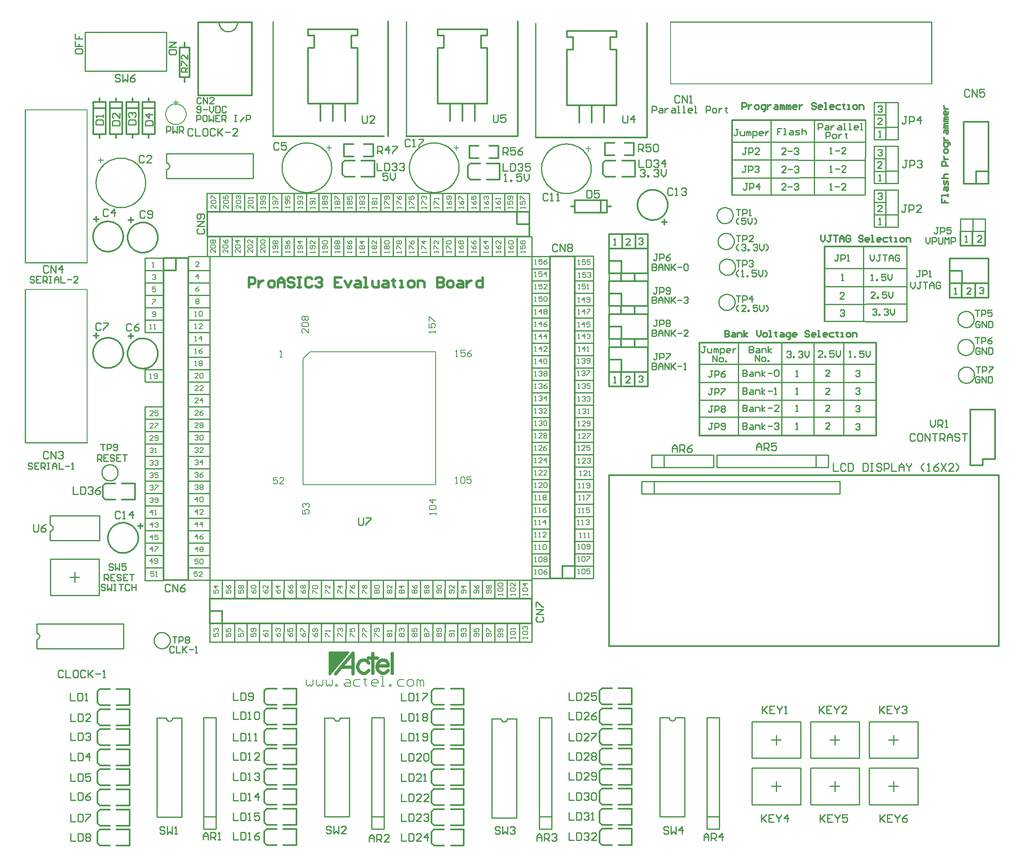
<source format=gto>
%FSLAX42Y42*%
%MOMM*%
G71*
G01*
G75*
%ADD10C,0.20*%
%ADD11R,1.90X2.29*%
%ADD12R,1.52X1.52*%
%ADD13R,0.28X1.78*%
%ADD14R,1.78X0.28*%
%ADD15R,1.78X0.28*%
%ADD16O,1.78X0.28*%
%ADD17C,1.00*%
%ADD18C,0.40*%
%ADD19C,0.50*%
%ADD20C,0.80*%
%ADD21C,0.70*%
%ADD22C,0.20*%
%ADD23C,0.25*%
%ADD24C,0.30*%
%ADD25C,1.00*%
%ADD26C,0.70*%
%ADD27C,0.65*%
%ADD28O,2.00X1.50*%
%ADD29C,2.00*%
%ADD30C,4.00*%
%ADD31O,1.75X2.00*%
%ADD32R,1.75X2.00*%
%ADD33O,2.00X1.70*%
%ADD34O,2.00X1.70*%
%ADD35R,2.00X1.70*%
%ADD36C,1.52*%
%ADD37R,1.70X2.00*%
%ADD38O,1.70X2.00*%
%ADD39O,1.60X2.00*%
%ADD40R,1.60X2.00*%
%ADD41R,1.70X2.00*%
%ADD42O,1.70X2.00*%
%ADD43C,1.50*%
%ADD44R,2.00X1.75*%
%ADD45O,2.00X1.75*%
%ADD46O,2.00X1.60*%
%ADD47R,2.00X1.60*%
%ADD48O,2.00X1.60*%
%ADD49R,1.75X2.00*%
%ADD50O,1.75X2.00*%
%ADD51C,3.50*%
%ADD52C,3.50*%
%ADD53C,2.25*%
%ADD54C,3.50*%
%ADD55C,2.50*%
%ADD56C,1.75*%
%ADD57C,1.50*%
%ADD58R,1.75X2.20*%
%ADD59R,1.75X2.20*%
%ADD60C,3.00*%
%ADD61R,5.00X2.50*%
%ADD62R,2.50X5.00*%
%ADD63C,2.00*%
%ADD64R,2.00X2.00*%
%ADD65O,2.00X2.50*%
%ADD66C,1.27*%
%ADD67R,0.91X0.91*%
%ADD68R,0.91X1.27*%
%ADD69O,0.61X3.05*%
%ADD70O,0.61X6.10*%
%ADD71O,3.81X0.80*%
%ADD72C,0.30*%
%ADD73C,0.25*%
%ADD74C,0.31*%
%ADD75C,0.54*%
%ADD76C,0.35*%
D10*
X28559Y27553D02*
X33913D01*
X28559D02*
Y28823D01*
X21507Y26242D02*
X21609D01*
X21558Y26186D02*
Y26293D01*
X26829Y26221D02*
X26930D01*
X26880Y26164D02*
Y26271D01*
X24119Y26242D02*
X24220D01*
X24170Y26186D02*
Y26293D01*
X16880Y25932D02*
Y26034D01*
X16829Y25983D02*
X16936D01*
X16602Y23883D02*
Y27023D01*
X15332D02*
X16602D01*
X16595Y20197D02*
Y23336D01*
X15325D02*
X16595D01*
D18*
X21568Y15442D02*
X21946Y15892D01*
X21568D02*
X21946D01*
X21568Y15442D02*
Y15892D01*
Y15856D02*
X21895D01*
X21593Y15826D02*
X21890D01*
X21593Y15480D02*
Y15844D01*
X21624Y15531D02*
Y15811D01*
X21690Y15600D02*
Y15856D01*
X21728Y15643D02*
Y15823D01*
X21756Y15686D02*
Y15823D01*
X21784Y15717D02*
Y15823D01*
X21809Y15747D02*
Y15826D01*
X21832Y15765D02*
Y15818D01*
X21654Y15564D02*
Y15851D01*
D21*
X22368Y15772D02*
X22553D01*
X22048Y15879D02*
X22050Y15450D01*
X21697Y15452D02*
X22048Y15879D01*
X21814Y15590D02*
X22048D01*
D22*
X18628Y26930D02*
X18627Y26955D01*
X18622Y26980D01*
X18615Y27004D01*
X18604Y27027D01*
X18591Y27049D01*
X18576Y27069D01*
X18558Y27087D01*
X18538Y27103D01*
X18516Y27116D01*
X18493Y27126D01*
X18469Y27134D01*
X18444Y27138D01*
X18418Y27140D01*
X18393Y27138D01*
X18368Y27134D01*
X18344Y27126D01*
X18321Y27116D01*
X18299Y27103D01*
X18279Y27087D01*
X18261Y27069D01*
X18246Y27049D01*
X18232Y27027D01*
X18222Y27004D01*
X18214Y26980D01*
X18210Y26955D01*
X18208Y26930D01*
X18210Y26904D01*
X18214Y26879D01*
X18222Y26855D01*
X18232Y26832D01*
X18246Y26810D01*
X18261Y26790D01*
X18279Y26773D01*
X18299Y26757D01*
X18321Y26744D01*
X18344Y26733D01*
X18368Y26726D01*
X18393Y26721D01*
X18418Y26720D01*
X18444Y26721D01*
X18469Y26726D01*
X18493Y26733D01*
X18516Y26744D01*
X18538Y26757D01*
X18558Y26773D01*
X18576Y26790D01*
X18591Y26810D01*
X18604Y26832D01*
X18615Y26855D01*
X18622Y26879D01*
X18627Y26904D01*
X18628Y26930D01*
X18368Y27173D02*
X18469D01*
X18418Y27122D02*
Y27224D01*
X21026Y21914D02*
X21168Y22057D01*
X23748D01*
Y19334D02*
Y22057D01*
X21026Y19334D02*
X23748D01*
X21026D02*
Y21914D01*
X21098Y15337D02*
Y15237D01*
X21131Y15203D01*
X21164Y15237D01*
X21198Y15203D01*
X21231Y15237D01*
Y15337D01*
X21298D02*
Y15237D01*
X21331Y15203D01*
X21364Y15237D01*
X21398Y15203D01*
X21431Y15237D01*
Y15337D01*
X21498D02*
Y15237D01*
X21531Y15203D01*
X21564Y15237D01*
X21598Y15203D01*
X21631Y15237D01*
Y15337D01*
X21698Y15203D02*
Y15237D01*
X21731D01*
Y15203D01*
X21698D01*
X21898Y15337D02*
X21964D01*
X21998Y15303D01*
Y15203D01*
X21898D01*
X21864Y15237D01*
X21898Y15270D01*
X21998D01*
X22197Y15337D02*
X22098D01*
X22064Y15303D01*
Y15237D01*
X22098Y15203D01*
X22197D01*
X22297Y15370D02*
Y15337D01*
X22264D01*
X22331D01*
X22297D01*
Y15237D01*
X22331Y15203D01*
X22531D02*
X22464D01*
X22431Y15237D01*
Y15303D01*
X22464Y15337D01*
X22531D01*
X22564Y15303D01*
Y15270D01*
X22431D01*
X22631Y15203D02*
X22697D01*
X22664D01*
Y15403D01*
X22631D01*
X22797Y15203D02*
Y15237D01*
X22831D01*
Y15203D01*
X22797D01*
X23097Y15337D02*
X22997D01*
X22964Y15303D01*
Y15237D01*
X22997Y15203D01*
X23097D01*
X23197D02*
X23264D01*
X23297Y15237D01*
Y15303D01*
X23264Y15337D01*
X23197D01*
X23164Y15303D01*
Y15237D01*
X23197Y15203D01*
X23364D02*
Y15337D01*
X23397D01*
X23430Y15303D01*
Y15203D01*
Y15303D01*
X23464Y15337D01*
X23497Y15303D01*
Y15203D01*
X21133Y22529D02*
Y22442D01*
X21047Y22529D01*
X21025D01*
X21003Y22507D01*
Y22464D01*
X21025Y22442D01*
Y22572D02*
X21003Y22594D01*
Y22637D01*
X21025Y22659D01*
X21112D01*
X21133Y22637D01*
Y22594D01*
X21112Y22572D01*
X21025D01*
Y22702D02*
X21003Y22724D01*
Y22767D01*
X21025Y22789D01*
X21047D01*
X21068Y22767D01*
X21090Y22789D01*
X21112D01*
X21133Y22767D01*
Y22724D01*
X21112Y22702D01*
X21090D01*
X21068Y22724D01*
X21047Y22702D01*
X21025D01*
X21068Y22724D02*
Y22767D01*
X23739Y22442D02*
Y22486D01*
Y22464D01*
X23609D01*
X23631Y22442D01*
X23609Y22637D02*
Y22551D01*
X23674D01*
X23653Y22594D01*
Y22616D01*
X23674Y22637D01*
X23718D01*
X23739Y22616D01*
Y22572D01*
X23718Y22551D01*
X23609Y22681D02*
Y22767D01*
X23631D01*
X23718Y22681D01*
X23739D01*
X24156Y21960D02*
X24199D01*
X24178D01*
Y22090D01*
X24156Y22068D01*
X24351Y22090D02*
X24264D01*
Y22025D01*
X24308Y22046D01*
X24329D01*
X24351Y22025D01*
Y21982D01*
X24329Y21960D01*
X24286D01*
X24264Y21982D01*
X24481Y22090D02*
X24438Y22068D01*
X24394Y22025D01*
Y21982D01*
X24416Y21960D01*
X24459D01*
X24481Y21982D01*
Y22003D01*
X24459Y22025D01*
X24394D01*
X24151Y19361D02*
X24194D01*
X24173D01*
Y19491D01*
X24151Y19470D01*
X24259D02*
X24281Y19491D01*
X24324D01*
X24346Y19470D01*
Y19383D01*
X24324Y19361D01*
X24281D01*
X24259Y19383D01*
Y19470D01*
X24476Y19491D02*
X24389D01*
Y19426D01*
X24432Y19448D01*
X24454D01*
X24476Y19426D01*
Y19383D01*
X24454Y19361D01*
X24411D01*
X24389Y19383D01*
X23752Y18714D02*
Y18757D01*
Y18735D01*
X23622D01*
X23644Y18714D01*
Y18822D02*
X23622Y18844D01*
Y18887D01*
X23644Y18909D01*
X23730D01*
X23752Y18887D01*
Y18844D01*
X23730Y18822D01*
X23644D01*
X23752Y19017D02*
X23622D01*
X23687Y18952D01*
Y19039D01*
X21021Y18821D02*
Y18734D01*
X21086D01*
X21065Y18777D01*
Y18799D01*
X21086Y18821D01*
X21130D01*
X21151Y18799D01*
Y18756D01*
X21130Y18734D01*
X21043Y18864D02*
X21021Y18886D01*
Y18929D01*
X21043Y18951D01*
X21065D01*
X21086Y18929D01*
Y18907D01*
Y18929D01*
X21108Y18951D01*
X21130D01*
X21151Y18929D01*
Y18886D01*
X21130Y18864D01*
X20501Y19479D02*
X20415D01*
Y19414D01*
X20458Y19435D01*
X20480D01*
X20501Y19414D01*
Y19370D01*
X20480Y19349D01*
X20436D01*
X20415Y19370D01*
X20631Y19349D02*
X20545D01*
X20631Y19435D01*
Y19457D01*
X20610Y19479D01*
X20566D01*
X20545Y19457D01*
X25632Y17063D02*
Y17096D01*
Y17079D01*
X25532D01*
X25548Y17063D01*
Y17146D02*
X25532Y17163D01*
Y17196D01*
X25548Y17213D01*
X25615D01*
X25632Y17196D01*
Y17163D01*
X25615Y17146D01*
X25548D01*
X25632Y17296D02*
X25532D01*
X25582Y17246D01*
Y17313D01*
X18861Y17549D02*
X18794D01*
Y17499D01*
X18827Y17515D01*
X18844D01*
X18861Y17499D01*
Y17465D01*
X18844Y17449D01*
X18811D01*
X18794Y17465D01*
X18961Y17449D02*
X18894D01*
X18961Y17515D01*
Y17532D01*
X18944Y17549D01*
X18911D01*
X18894Y17532D01*
X18894Y23806D02*
X18827D01*
X18894Y23873D01*
Y23890D01*
X18877Y23906D01*
X18844D01*
X18827Y23890D01*
X20554Y21952D02*
X20598D01*
X20576D01*
Y22082D01*
X20554Y22061D01*
X18877Y23553D02*
Y23653D01*
X18827Y23603D01*
X18894D01*
Y23399D02*
X18860Y23382D01*
X18827Y23349D01*
Y23315D01*
X18844Y23299D01*
X18877D01*
X18894Y23315D01*
Y23332D01*
X18877Y23349D01*
X18827D01*
Y23125D02*
X18844Y23142D01*
X18877D01*
X18894Y23125D01*
Y23109D01*
X18877Y23092D01*
X18894Y23075D01*
Y23059D01*
X18877Y23042D01*
X18844D01*
X18827Y23059D01*
Y23075D01*
X18844Y23092D01*
X18827Y23109D01*
Y23125D01*
X18844Y23092D02*
X18877D01*
X18812Y22790D02*
X18845D01*
X18828D01*
Y22890D01*
X18812Y22874D01*
X18895D02*
X18912Y22890D01*
X18945D01*
X18962Y22874D01*
Y22807D01*
X18945Y22790D01*
X18912D01*
X18895Y22807D01*
Y22874D01*
X18812Y22531D02*
X18845D01*
X18828D01*
Y22631D01*
X18812Y22615D01*
X18962Y22531D02*
X18895D01*
X18962Y22598D01*
Y22615D01*
X18945Y22631D01*
X18912D01*
X18895Y22615D01*
X18812Y22280D02*
X18845D01*
X18828D01*
Y22380D01*
X18812Y22364D01*
X18945Y22280D02*
Y22380D01*
X18895Y22330D01*
X18962D01*
X18812Y22023D02*
X18845D01*
X18828D01*
Y22123D01*
X18812Y22107D01*
X18962Y22123D02*
X18928Y22107D01*
X18895Y22073D01*
Y22040D01*
X18912Y22023D01*
X18945D01*
X18962Y22040D01*
Y22057D01*
X18945Y22073D01*
X18895D01*
X18812Y21772D02*
X18845D01*
X18828D01*
Y21872D01*
X18812Y21855D01*
X18895D02*
X18912Y21872D01*
X18945D01*
X18962Y21855D01*
Y21839D01*
X18945Y21822D01*
X18962Y21805D01*
Y21789D01*
X18945Y21772D01*
X18912D01*
X18895Y21789D01*
Y21805D01*
X18912Y21822D01*
X18895Y21839D01*
Y21855D01*
X18912Y21822D02*
X18945D01*
X18878Y21518D02*
X18812D01*
X18878Y21585D01*
Y21601D01*
X18862Y21618D01*
X18828D01*
X18812Y21601D01*
X18912D02*
X18928Y21618D01*
X18962D01*
X18978Y21601D01*
Y21535D01*
X18962Y21518D01*
X18928D01*
X18912Y21535D01*
Y21601D01*
X18878Y21264D02*
X18812D01*
X18878Y21331D01*
Y21348D01*
X18862Y21364D01*
X18828D01*
X18812Y21348D01*
X18978Y21264D02*
X18912D01*
X18978Y21331D01*
Y21348D01*
X18962Y21364D01*
X18928D01*
X18912Y21348D01*
X18878Y21007D02*
X18812D01*
X18878Y21074D01*
Y21091D01*
X18862Y21107D01*
X18828D01*
X18812Y21091D01*
X18962Y21007D02*
Y21107D01*
X18912Y21057D01*
X18978D01*
X18878Y20756D02*
X18812D01*
X18878Y20823D01*
Y20839D01*
X18862Y20856D01*
X18828D01*
X18812Y20839D01*
X18978Y20856D02*
X18945Y20839D01*
X18912Y20806D01*
Y20773D01*
X18928Y20756D01*
X18962D01*
X18978Y20773D01*
Y20789D01*
X18962Y20806D01*
X18912D01*
X18878Y20502D02*
X18812D01*
X18878Y20569D01*
Y20585D01*
X18862Y20602D01*
X18828D01*
X18812Y20585D01*
X18912D02*
X18928Y20602D01*
X18962D01*
X18978Y20585D01*
Y20569D01*
X18962Y20552D01*
X18978Y20535D01*
Y20519D01*
X18962Y20502D01*
X18928D01*
X18912Y20519D01*
Y20535D01*
X18928Y20552D01*
X18912Y20569D01*
Y20585D01*
X18928Y20552D02*
X18962D01*
X18812Y20329D02*
X18828Y20345D01*
X18862D01*
X18878Y20329D01*
Y20312D01*
X18862Y20295D01*
X18845D01*
X18862D01*
X18878Y20279D01*
Y20262D01*
X18862Y20245D01*
X18828D01*
X18812Y20262D01*
X18912Y20329D02*
X18928Y20345D01*
X18962D01*
X18978Y20329D01*
Y20262D01*
X18962Y20245D01*
X18928D01*
X18912Y20262D01*
Y20329D01*
X18812Y20075D02*
X18828Y20091D01*
X18862D01*
X18878Y20075D01*
Y20058D01*
X18862Y20041D01*
X18845D01*
X18862D01*
X18878Y20025D01*
Y20008D01*
X18862Y19991D01*
X18828D01*
X18812Y20008D01*
X18978Y19991D02*
X18912D01*
X18978Y20058D01*
Y20075D01*
X18962Y20091D01*
X18928D01*
X18912Y20075D01*
X18812Y19823D02*
X18828Y19840D01*
X18862D01*
X18878Y19823D01*
Y19807D01*
X18862Y19790D01*
X18845D01*
X18862D01*
X18878Y19773D01*
Y19757D01*
X18862Y19740D01*
X18828D01*
X18812Y19757D01*
X18962Y19740D02*
Y19840D01*
X18912Y19790D01*
X18978D01*
X18812Y19569D02*
X18828Y19586D01*
X18862D01*
X18878Y19569D01*
Y19553D01*
X18862Y19536D01*
X18845D01*
X18862D01*
X18878Y19519D01*
Y19503D01*
X18862Y19486D01*
X18828D01*
X18812Y19503D01*
X18978Y19586D02*
X18945Y19569D01*
X18912Y19536D01*
Y19503D01*
X18928Y19486D01*
X18962D01*
X18978Y19503D01*
Y19519D01*
X18962Y19536D01*
X18912D01*
X18812Y19315D02*
X18828Y19332D01*
X18862D01*
X18878Y19315D01*
Y19299D01*
X18862Y19282D01*
X18845D01*
X18862D01*
X18878Y19265D01*
Y19249D01*
X18862Y19232D01*
X18828D01*
X18812Y19249D01*
X18912Y19315D02*
X18928Y19332D01*
X18962D01*
X18978Y19315D01*
Y19299D01*
X18962Y19282D01*
X18978Y19265D01*
Y19249D01*
X18962Y19232D01*
X18928D01*
X18912Y19249D01*
Y19265D01*
X18928Y19282D01*
X18912Y19299D01*
Y19315D01*
X18928Y19282D02*
X18962D01*
X18862Y18978D02*
Y19078D01*
X18812Y19028D01*
X18878D01*
X18912Y19062D02*
X18928Y19078D01*
X18962D01*
X18978Y19062D01*
Y18995D01*
X18962Y18978D01*
X18928D01*
X18912Y18995D01*
Y19062D01*
X18862Y18724D02*
Y18824D01*
X18812Y18774D01*
X18878D01*
X18978Y18724D02*
X18912D01*
X18978Y18791D01*
Y18808D01*
X18962Y18824D01*
X18928D01*
X18912Y18808D01*
X18862Y18467D02*
Y18567D01*
X18812Y18517D01*
X18878D01*
X18962Y18467D02*
Y18567D01*
X18912Y18517D01*
X18978D01*
X18862Y18214D02*
Y18314D01*
X18812Y18264D01*
X18878D01*
X18978Y18314D02*
X18945Y18297D01*
X18912Y18264D01*
Y18230D01*
X18928Y18214D01*
X18962D01*
X18978Y18230D01*
Y18247D01*
X18962Y18264D01*
X18912D01*
X18862Y17957D02*
Y18057D01*
X18812Y18007D01*
X18878D01*
X18912Y18040D02*
X18928Y18057D01*
X18962D01*
X18978Y18040D01*
Y18023D01*
X18962Y18007D01*
X18978Y17990D01*
Y17973D01*
X18962Y17957D01*
X18928D01*
X18912Y17973D01*
Y17990D01*
X18928Y18007D01*
X18912Y18023D01*
Y18040D01*
X18928Y18007D02*
X18962D01*
X18878Y17806D02*
X18812D01*
Y17756D01*
X18845Y17772D01*
X18862D01*
X18878Y17756D01*
Y17722D01*
X18862Y17706D01*
X18828D01*
X18812Y17722D01*
X18912Y17789D02*
X18928Y17806D01*
X18962D01*
X18978Y17789D01*
Y17722D01*
X18962Y17706D01*
X18928D01*
X18912Y17722D01*
Y17789D01*
X19194Y17170D02*
Y17103D01*
X19244D01*
X19228Y17137D01*
Y17153D01*
X19244Y17170D01*
X19278D01*
X19294Y17153D01*
Y17120D01*
X19278Y17103D01*
X19294Y17253D02*
X19194D01*
X19244Y17203D01*
Y17270D01*
X19448Y17170D02*
Y17103D01*
X19498D01*
X19482Y17137D01*
Y17153D01*
X19498Y17170D01*
X19532D01*
X19548Y17153D01*
Y17120D01*
X19532Y17103D01*
X19448Y17270D02*
X19465Y17237D01*
X19498Y17203D01*
X19532D01*
X19548Y17220D01*
Y17253D01*
X19532Y17270D01*
X19515D01*
X19498Y17253D01*
Y17203D01*
X19704Y17170D02*
Y17104D01*
X19754D01*
X19737Y17137D01*
Y17154D01*
X19754Y17170D01*
X19787D01*
X19804Y17154D01*
Y17120D01*
X19787Y17104D01*
X19721Y17203D02*
X19704Y17220D01*
Y17253D01*
X19721Y17270D01*
X19737D01*
X19754Y17253D01*
X19770Y17270D01*
X19787D01*
X19804Y17253D01*
Y17220D01*
X19787Y17203D01*
X19770D01*
X19754Y17220D01*
X19737Y17203D01*
X19721D01*
X19754Y17220D02*
Y17253D01*
X19958Y17170D02*
X19974Y17137D01*
X20008Y17103D01*
X20041D01*
X20058Y17120D01*
Y17153D01*
X20041Y17170D01*
X20024D01*
X20008Y17153D01*
Y17103D01*
X19974Y17203D02*
X19958Y17220D01*
Y17253D01*
X19974Y17270D01*
X20041D01*
X20058Y17253D01*
Y17220D01*
X20041Y17203D01*
X19974D01*
X20209Y17170D02*
X20226Y17137D01*
X20259Y17103D01*
X20293D01*
X20309Y17120D01*
Y17153D01*
X20293Y17170D01*
X20276D01*
X20259Y17153D01*
Y17103D01*
X20309Y17270D02*
Y17203D01*
X20243Y17270D01*
X20226D01*
X20209Y17253D01*
Y17220D01*
X20226Y17203D01*
X20464Y17170D02*
X20481Y17137D01*
X20514Y17103D01*
X20547D01*
X20564Y17120D01*
Y17153D01*
X20547Y17170D01*
X20531D01*
X20514Y17153D01*
Y17103D01*
X20564Y17253D02*
X20464D01*
X20514Y17203D01*
Y17270D01*
X20974Y17170D02*
X20990Y17137D01*
X21024Y17103D01*
X21057D01*
X21074Y17120D01*
Y17153D01*
X21057Y17170D01*
X21040D01*
X21024Y17153D01*
Y17103D01*
X20990Y17203D02*
X20974Y17220D01*
Y17253D01*
X20990Y17270D01*
X21007D01*
X21024Y17253D01*
X21040Y17270D01*
X21057D01*
X21074Y17253D01*
Y17220D01*
X21057Y17203D01*
X21040D01*
X21024Y17220D01*
X21007Y17203D01*
X20990D01*
X21024Y17220D02*
Y17253D01*
X20715Y17173D02*
X20731Y17139D01*
X20765Y17106D01*
X20798D01*
X20815Y17123D01*
Y17156D01*
X20798Y17173D01*
X20781D01*
X20765Y17156D01*
Y17106D01*
X20715Y17273D02*
X20731Y17239D01*
X20765Y17206D01*
X20798D01*
X20815Y17223D01*
Y17256D01*
X20798Y17273D01*
X20781D01*
X20765Y17256D01*
Y17206D01*
X21225Y17101D02*
Y17168D01*
X21242D01*
X21309Y17101D01*
X21325D01*
X21242Y17201D02*
X21225Y17218D01*
Y17251D01*
X21242Y17268D01*
X21309D01*
X21325Y17251D01*
Y17218D01*
X21309Y17201D01*
X21242D01*
X21480Y17103D02*
Y17170D01*
X21497D01*
X21563Y17103D01*
X21580D01*
Y17270D02*
Y17203D01*
X21513Y17270D01*
X21497D01*
X21480Y17253D01*
Y17220D01*
X21497Y17203D01*
X21736Y17103D02*
Y17170D01*
X21752D01*
X21819Y17103D01*
X21836D01*
Y17253D02*
X21736D01*
X21786Y17203D01*
Y17270D01*
X21988Y17103D02*
Y17170D01*
X22004D01*
X22071Y17103D01*
X22088D01*
X21988Y17270D02*
X22004Y17237D01*
X22038Y17203D01*
X22071D01*
X22088Y17220D01*
Y17253D01*
X22071Y17270D01*
X22054D01*
X22038Y17253D01*
Y17203D01*
X22242Y17103D02*
Y17170D01*
X22259D01*
X22325Y17103D01*
X22342D01*
X22259Y17203D02*
X22242Y17220D01*
Y17253D01*
X22259Y17270D01*
X22275D01*
X22292Y17253D01*
X22309Y17270D01*
X22325D01*
X22342Y17253D01*
Y17220D01*
X22325Y17203D01*
X22309D01*
X22292Y17220D01*
X22275Y17203D01*
X22259D01*
X22292Y17220D02*
Y17253D01*
X22512Y17103D02*
X22495Y17120D01*
Y17153D01*
X22512Y17170D01*
X22529D01*
X22545Y17153D01*
X22562Y17170D01*
X22579D01*
X22595Y17153D01*
Y17120D01*
X22579Y17103D01*
X22562D01*
X22545Y17120D01*
X22529Y17103D01*
X22512D01*
X22545Y17120D02*
Y17153D01*
X22512Y17203D02*
X22495Y17220D01*
Y17253D01*
X22512Y17270D01*
X22579D01*
X22595Y17253D01*
Y17220D01*
X22579Y17203D01*
X22512D01*
X22767Y17103D02*
X22750Y17120D01*
Y17153D01*
X22767Y17170D01*
X22783D01*
X22800Y17153D01*
X22817Y17170D01*
X22833D01*
X22850Y17153D01*
Y17120D01*
X22833Y17103D01*
X22817D01*
X22800Y17120D01*
X22783Y17103D01*
X22767D01*
X22800Y17120D02*
Y17153D01*
X22850Y17270D02*
Y17203D01*
X22783Y17270D01*
X22767D01*
X22750Y17253D01*
Y17220D01*
X22767Y17203D01*
X23017Y17103D02*
X23001Y17120D01*
Y17153D01*
X23017Y17170D01*
X23034D01*
X23051Y17153D01*
X23067Y17170D01*
X23084D01*
X23101Y17153D01*
Y17120D01*
X23084Y17103D01*
X23067D01*
X23051Y17120D01*
X23034Y17103D01*
X23017D01*
X23051Y17120D02*
Y17153D01*
X23101Y17253D02*
X23001D01*
X23051Y17203D01*
Y17270D01*
X23276Y17103D02*
X23260Y17120D01*
Y17153D01*
X23276Y17170D01*
X23293D01*
X23310Y17153D01*
X23326Y17170D01*
X23343D01*
X23360Y17153D01*
Y17120D01*
X23343Y17103D01*
X23326D01*
X23310Y17120D01*
X23293Y17103D01*
X23276D01*
X23310Y17120D02*
Y17153D01*
X23260Y17270D02*
X23276Y17237D01*
X23310Y17203D01*
X23343D01*
X23360Y17220D01*
Y17253D01*
X23343Y17270D01*
X23326D01*
X23310Y17253D01*
Y17203D01*
X23529Y17103D02*
X23512Y17120D01*
Y17153D01*
X23529Y17170D01*
X23545D01*
X23562Y17153D01*
X23579Y17170D01*
X23595D01*
X23612Y17153D01*
Y17120D01*
X23595Y17103D01*
X23579D01*
X23562Y17120D01*
X23545Y17103D01*
X23529D01*
X23562Y17120D02*
Y17153D01*
X23529Y17203D02*
X23512Y17220D01*
Y17253D01*
X23529Y17270D01*
X23545D01*
X23562Y17253D01*
X23579Y17270D01*
X23595D01*
X23612Y17253D01*
Y17220D01*
X23595Y17203D01*
X23579D01*
X23562Y17220D01*
X23545Y17203D01*
X23529D01*
X23562Y17220D02*
Y17253D01*
X23849Y17103D02*
X23866Y17120D01*
Y17153D01*
X23849Y17170D01*
X23783D01*
X23766Y17153D01*
Y17120D01*
X23783Y17103D01*
X23799D01*
X23816Y17120D01*
Y17170D01*
X23783Y17203D02*
X23766Y17220D01*
Y17253D01*
X23783Y17270D01*
X23849D01*
X23866Y17253D01*
Y17220D01*
X23849Y17203D01*
X23783D01*
X24108Y17103D02*
X24124Y17120D01*
Y17153D01*
X24108Y17170D01*
X24041D01*
X24024Y17153D01*
Y17120D01*
X24041Y17103D01*
X24058D01*
X24074Y17120D01*
Y17170D01*
X24124Y17270D02*
Y17203D01*
X24058Y17270D01*
X24041D01*
X24024Y17253D01*
Y17220D01*
X24041Y17203D01*
X24357Y17103D02*
X24373Y17120D01*
Y17153D01*
X24357Y17170D01*
X24290D01*
X24273Y17153D01*
Y17120D01*
X24290Y17103D01*
X24307D01*
X24323Y17120D01*
Y17170D01*
X24373Y17253D02*
X24273D01*
X24323Y17203D01*
Y17270D01*
X24616Y17103D02*
X24632Y17120D01*
Y17153D01*
X24616Y17170D01*
X24549D01*
X24532Y17153D01*
Y17120D01*
X24549Y17103D01*
X24566D01*
X24582Y17120D01*
Y17170D01*
X24532Y17270D02*
X24549Y17237D01*
X24582Y17203D01*
X24616D01*
X24632Y17220D01*
Y17253D01*
X24616Y17270D01*
X24599D01*
X24582Y17253D01*
Y17203D01*
X24870Y17103D02*
X24886Y17120D01*
Y17153D01*
X24870Y17170D01*
X24803D01*
X24786Y17153D01*
Y17120D01*
X24803Y17103D01*
X24820D01*
X24836Y17120D01*
Y17170D01*
X24803Y17203D02*
X24786Y17220D01*
Y17253D01*
X24803Y17270D01*
X24820D01*
X24836Y17253D01*
X24853Y17270D01*
X24870D01*
X24886Y17253D01*
Y17220D01*
X24870Y17203D01*
X24853D01*
X24836Y17220D01*
X24820Y17203D01*
X24803D01*
X24836Y17220D02*
Y17253D01*
X25123Y17063D02*
Y17096D01*
Y17079D01*
X25023D01*
X25040Y17063D01*
Y17146D02*
X25023Y17163D01*
Y17196D01*
X25040Y17213D01*
X25106D01*
X25123Y17196D01*
Y17163D01*
X25106Y17146D01*
X25040D01*
Y17246D02*
X25023Y17263D01*
Y17296D01*
X25040Y17313D01*
X25106D01*
X25123Y17296D01*
Y17263D01*
X25106Y17246D01*
X25040D01*
X25377Y17063D02*
Y17096D01*
Y17079D01*
X25277D01*
X25294Y17063D01*
Y17146D02*
X25277Y17163D01*
Y17196D01*
X25294Y17213D01*
X25360D01*
X25377Y17196D01*
Y17163D01*
X25360Y17146D01*
X25294D01*
X25377Y17313D02*
Y17246D01*
X25310Y17313D01*
X25294D01*
X25277Y17296D01*
Y17263D01*
X25294Y17246D01*
X25778Y17498D02*
X25811D01*
X25794D01*
Y17598D01*
X25778Y17581D01*
X25861D02*
X25878Y17598D01*
X25911D01*
X25928Y17581D01*
Y17515D01*
X25911Y17498D01*
X25878D01*
X25861Y17515D01*
Y17581D01*
X26028Y17598D02*
X25994Y17581D01*
X25961Y17548D01*
Y17515D01*
X25978Y17498D01*
X26011D01*
X26028Y17515D01*
Y17531D01*
X26011Y17548D01*
X25961D01*
X25778Y17749D02*
X25811D01*
X25794D01*
Y17849D01*
X25778Y17833D01*
X25861D02*
X25878Y17849D01*
X25911D01*
X25928Y17833D01*
Y17766D01*
X25911Y17749D01*
X25878D01*
X25861Y17766D01*
Y17833D01*
X25961D02*
X25978Y17849D01*
X26011D01*
X26028Y17833D01*
Y17816D01*
X26011Y17799D01*
X26028Y17783D01*
Y17766D01*
X26011Y17749D01*
X25978D01*
X25961Y17766D01*
Y17783D01*
X25978Y17799D01*
X25961Y17816D01*
Y17833D01*
X25978Y17799D02*
X26011D01*
X25778Y18003D02*
X25811D01*
X25794D01*
Y18103D01*
X25778Y18087D01*
X25861Y18003D02*
X25894D01*
X25878D01*
Y18103D01*
X25861Y18087D01*
X25944D02*
X25961Y18103D01*
X25994D01*
X26011Y18087D01*
Y18020D01*
X25994Y18003D01*
X25961D01*
X25944Y18020D01*
Y18087D01*
X25776Y18258D02*
X25810D01*
X25793D01*
Y18358D01*
X25776Y18341D01*
X25860Y18258D02*
X25893D01*
X25876D01*
Y18358D01*
X25860Y18341D01*
X26010Y18258D02*
X25943D01*
X26010Y18325D01*
Y18341D01*
X25993Y18358D01*
X25960D01*
X25943Y18341D01*
X25778Y18511D02*
X25811D01*
X25794D01*
Y18611D01*
X25778Y18595D01*
X25861Y18511D02*
X25894D01*
X25878D01*
Y18611D01*
X25861Y18595D01*
X25994Y18511D02*
Y18611D01*
X25944Y18561D01*
X26011D01*
X25778Y18768D02*
X25811D01*
X25794D01*
Y18868D01*
X25778Y18851D01*
X25861Y18768D02*
X25894D01*
X25878D01*
Y18868D01*
X25861Y18851D01*
X26011Y18868D02*
X25978Y18851D01*
X25944Y18818D01*
Y18785D01*
X25961Y18768D01*
X25994D01*
X26011Y18785D01*
Y18801D01*
X25994Y18818D01*
X25944D01*
X25778Y19019D02*
X25811D01*
X25794D01*
Y19119D01*
X25778Y19103D01*
X25861Y19019D02*
X25894D01*
X25878D01*
Y19119D01*
X25861Y19103D01*
X25944D02*
X25961Y19119D01*
X25994D01*
X26011Y19103D01*
Y19086D01*
X25994Y19069D01*
X26011Y19053D01*
Y19036D01*
X25994Y19019D01*
X25961D01*
X25944Y19036D01*
Y19053D01*
X25961Y19069D01*
X25944Y19086D01*
Y19103D01*
X25961Y19069D02*
X25994D01*
X25778Y19276D02*
X25811D01*
X25794D01*
Y19376D01*
X25778Y19359D01*
X25928Y19276D02*
X25861D01*
X25928Y19343D01*
Y19359D01*
X25911Y19376D01*
X25878D01*
X25861Y19359D01*
X25961D02*
X25978Y19376D01*
X26011D01*
X26028Y19359D01*
Y19293D01*
X26011Y19276D01*
X25978D01*
X25961Y19293D01*
Y19359D01*
X25776Y19528D02*
X25810D01*
X25793D01*
Y19628D01*
X25776Y19611D01*
X25926Y19528D02*
X25860D01*
X25926Y19594D01*
Y19611D01*
X25910Y19628D01*
X25876D01*
X25860Y19611D01*
X26026Y19528D02*
X25960D01*
X26026Y19594D01*
Y19611D01*
X26010Y19628D01*
X25976D01*
X25960Y19611D01*
X25776Y19782D02*
X25810D01*
X25793D01*
Y19882D01*
X25776Y19865D01*
X25926Y19782D02*
X25860D01*
X25926Y19848D01*
Y19865D01*
X25910Y19882D01*
X25876D01*
X25860Y19865D01*
X26010Y19782D02*
Y19882D01*
X25960Y19832D01*
X26026D01*
X25775Y20037D02*
X25808D01*
X25792D01*
Y20137D01*
X25775Y20120D01*
X25925Y20037D02*
X25858D01*
X25925Y20103D01*
Y20120D01*
X25908Y20137D01*
X25875D01*
X25858Y20120D01*
X26025Y20137D02*
X25992Y20120D01*
X25958Y20087D01*
Y20053D01*
X25975Y20037D01*
X26008D01*
X26025Y20053D01*
Y20070D01*
X26008Y20087D01*
X25958D01*
X25776Y20290D02*
X25810D01*
X25793D01*
Y20390D01*
X25776Y20373D01*
X25926Y20290D02*
X25860D01*
X25926Y20356D01*
Y20373D01*
X25910Y20390D01*
X25876D01*
X25860Y20373D01*
X25960D02*
X25976Y20390D01*
X26010D01*
X26026Y20373D01*
Y20356D01*
X26010Y20340D01*
X26026Y20323D01*
Y20306D01*
X26010Y20290D01*
X25976D01*
X25960Y20306D01*
Y20323D01*
X25976Y20340D01*
X25960Y20356D01*
Y20373D01*
X25976Y20340D02*
X26010D01*
X25776Y20546D02*
X25810D01*
X25793D01*
Y20646D01*
X25776Y20630D01*
X25860D02*
X25876Y20646D01*
X25910D01*
X25926Y20630D01*
Y20613D01*
X25910Y20596D01*
X25893D01*
X25910D01*
X25926Y20580D01*
Y20563D01*
X25910Y20546D01*
X25876D01*
X25860Y20563D01*
X25960Y20630D02*
X25976Y20646D01*
X26010D01*
X26026Y20630D01*
Y20563D01*
X26010Y20546D01*
X25976D01*
X25960Y20563D01*
Y20630D01*
X25776Y20798D02*
X25810D01*
X25793D01*
Y20898D01*
X25776Y20881D01*
X25860D02*
X25876Y20898D01*
X25910D01*
X25926Y20881D01*
Y20864D01*
X25910Y20848D01*
X25893D01*
X25910D01*
X25926Y20831D01*
Y20814D01*
X25910Y20798D01*
X25876D01*
X25860Y20814D01*
X26026Y20798D02*
X25960D01*
X26026Y20864D01*
Y20881D01*
X26010Y20898D01*
X25976D01*
X25960Y20881D01*
X25776Y21054D02*
X25810D01*
X25793D01*
Y21154D01*
X25776Y21138D01*
X25860D02*
X25876Y21154D01*
X25910D01*
X25926Y21138D01*
Y21121D01*
X25910Y21104D01*
X25893D01*
X25910D01*
X25926Y21088D01*
Y21071D01*
X25910Y21054D01*
X25876D01*
X25860Y21071D01*
X26010Y21054D02*
Y21154D01*
X25960Y21104D01*
X26026D01*
X25778Y21305D02*
X25811D01*
X25794D01*
Y21405D01*
X25778Y21389D01*
X25861D02*
X25878Y21405D01*
X25911D01*
X25928Y21389D01*
Y21372D01*
X25911Y21355D01*
X25894D01*
X25911D01*
X25928Y21339D01*
Y21322D01*
X25911Y21305D01*
X25878D01*
X25861Y21322D01*
X26028Y21405D02*
X25994Y21389D01*
X25961Y21355D01*
Y21322D01*
X25978Y21305D01*
X26011D01*
X26028Y21322D01*
Y21339D01*
X26011Y21355D01*
X25961D01*
X25778Y21559D02*
X25811D01*
X25794D01*
Y21659D01*
X25778Y21643D01*
X25861D02*
X25878Y21659D01*
X25911D01*
X25928Y21643D01*
Y21626D01*
X25911Y21609D01*
X25894D01*
X25911D01*
X25928Y21593D01*
Y21576D01*
X25911Y21559D01*
X25878D01*
X25861Y21576D01*
X25961Y21643D02*
X25978Y21659D01*
X26011D01*
X26028Y21643D01*
Y21626D01*
X26011Y21609D01*
X26028Y21593D01*
Y21576D01*
X26011Y21559D01*
X25978D01*
X25961Y21576D01*
Y21593D01*
X25978Y21609D01*
X25961Y21626D01*
Y21643D01*
X25978Y21609D02*
X26011D01*
X25776Y21814D02*
X25810D01*
X25793D01*
Y21914D01*
X25776Y21897D01*
X25910Y21814D02*
Y21914D01*
X25860Y21864D01*
X25926D01*
X25960Y21897D02*
X25976Y21914D01*
X26010D01*
X26026Y21897D01*
Y21831D01*
X26010Y21814D01*
X25976D01*
X25960Y21831D01*
Y21897D01*
X25778Y22067D02*
X25811D01*
X25794D01*
Y22167D01*
X25778Y22151D01*
X25911Y22067D02*
Y22167D01*
X25861Y22117D01*
X25928D01*
X26028Y22067D02*
X25961D01*
X26028Y22134D01*
Y22151D01*
X26011Y22167D01*
X25978D01*
X25961Y22151D01*
X25778Y22324D02*
X25811D01*
X25794D01*
Y22424D01*
X25778Y22407D01*
X25911Y22324D02*
Y22424D01*
X25861Y22374D01*
X25928D01*
X26011Y22324D02*
Y22424D01*
X25961Y22374D01*
X26028D01*
X25778Y22575D02*
X25811D01*
X25794D01*
Y22675D01*
X25778Y22659D01*
X25911Y22575D02*
Y22675D01*
X25861Y22625D01*
X25928D01*
X26028Y22675D02*
X25994Y22659D01*
X25961Y22625D01*
Y22592D01*
X25978Y22575D01*
X26011D01*
X26028Y22592D01*
Y22609D01*
X26011Y22625D01*
X25961D01*
X25778Y22832D02*
X25811D01*
X25794D01*
Y22932D01*
X25778Y22915D01*
X25911Y22832D02*
Y22932D01*
X25861Y22882D01*
X25928D01*
X25961Y22915D02*
X25978Y22932D01*
X26011D01*
X26028Y22915D01*
Y22899D01*
X26011Y22882D01*
X26028Y22865D01*
Y22849D01*
X26011Y22832D01*
X25978D01*
X25961Y22849D01*
Y22865D01*
X25978Y22882D01*
X25961Y22899D01*
Y22915D01*
X25978Y22882D02*
X26011D01*
X25778Y23088D02*
X25811D01*
X25794D01*
Y23188D01*
X25778Y23172D01*
X25928Y23188D02*
X25861D01*
Y23138D01*
X25894Y23155D01*
X25911D01*
X25928Y23138D01*
Y23105D01*
X25911Y23088D01*
X25878D01*
X25861Y23105D01*
X25961Y23172D02*
X25978Y23188D01*
X26011D01*
X26028Y23172D01*
Y23105D01*
X26011Y23088D01*
X25978D01*
X25961Y23105D01*
Y23172D01*
X25778Y23342D02*
X25811D01*
X25794D01*
Y23442D01*
X25778Y23426D01*
X25928Y23442D02*
X25861D01*
Y23392D01*
X25894Y23409D01*
X25911D01*
X25928Y23392D01*
Y23359D01*
X25911Y23342D01*
X25878D01*
X25861Y23359D01*
X26028Y23342D02*
X25961D01*
X26028Y23409D01*
Y23426D01*
X26011Y23442D01*
X25978D01*
X25961Y23426D01*
X25776Y23597D02*
X25810D01*
X25793D01*
Y23697D01*
X25776Y23681D01*
X25926Y23697D02*
X25860D01*
Y23647D01*
X25893Y23664D01*
X25910D01*
X25926Y23647D01*
Y23614D01*
X25910Y23597D01*
X25876D01*
X25860Y23614D01*
X26010Y23597D02*
Y23697D01*
X25960Y23647D01*
X26026D01*
X25778Y23850D02*
X25811D01*
X25794D01*
Y23950D01*
X25778Y23934D01*
X25928Y23950D02*
X25861D01*
Y23900D01*
X25894Y23917D01*
X25911D01*
X25928Y23900D01*
Y23867D01*
X25911Y23850D01*
X25878D01*
X25861Y23867D01*
X26028Y23950D02*
X25994Y23934D01*
X25961Y23900D01*
Y23867D01*
X25978Y23850D01*
X26011D01*
X26028Y23867D01*
Y23884D01*
X26011Y23900D01*
X25961D01*
X25585Y24087D02*
Y24120D01*
Y24104D01*
X25485D01*
X25502Y24087D01*
X25485Y24237D02*
Y24170D01*
X25535D01*
X25519Y24204D01*
Y24220D01*
X25535Y24237D01*
X25569D01*
X25585Y24220D01*
Y24187D01*
X25569Y24170D01*
X25502Y24270D02*
X25485Y24287D01*
Y24320D01*
X25502Y24337D01*
X25519D01*
X25535Y24320D01*
X25552Y24337D01*
X25569D01*
X25585Y24320D01*
Y24287D01*
X25569Y24270D01*
X25552D01*
X25535Y24287D01*
X25519Y24270D01*
X25502D01*
X25535Y24287D02*
Y24320D01*
X25334Y24087D02*
Y24120D01*
Y24104D01*
X25234D01*
X25250Y24087D01*
X25234Y24237D02*
X25250Y24204D01*
X25284Y24170D01*
X25317D01*
X25334Y24187D01*
Y24220D01*
X25317Y24237D01*
X25300D01*
X25284Y24220D01*
Y24170D01*
X25250Y24270D02*
X25234Y24287D01*
Y24320D01*
X25250Y24337D01*
X25317D01*
X25334Y24320D01*
Y24287D01*
X25317Y24270D01*
X25250D01*
X25080Y24087D02*
Y24120D01*
Y24104D01*
X24980D01*
X24996Y24087D01*
X24980Y24237D02*
X24996Y24204D01*
X25030Y24170D01*
X25063D01*
X25080Y24187D01*
Y24220D01*
X25063Y24237D01*
X25046D01*
X25030Y24220D01*
Y24170D01*
X25080Y24337D02*
Y24270D01*
X25013Y24337D01*
X24996D01*
X24980Y24320D01*
Y24287D01*
X24996Y24270D01*
X24825Y24086D02*
Y24119D01*
Y24102D01*
X24725D01*
X24742Y24086D01*
X24725Y24236D02*
X24742Y24202D01*
X24775Y24169D01*
X24808D01*
X24825Y24186D01*
Y24219D01*
X24808Y24236D01*
X24792D01*
X24775Y24219D01*
Y24169D01*
X24825Y24319D02*
X24725D01*
X24775Y24269D01*
Y24336D01*
X24572Y24087D02*
Y24120D01*
Y24104D01*
X24472D01*
X24488Y24087D01*
X24472Y24237D02*
X24488Y24204D01*
X24522Y24170D01*
X24555D01*
X24572Y24187D01*
Y24220D01*
X24555Y24237D01*
X24538D01*
X24522Y24220D01*
Y24170D01*
X24472Y24337D02*
X24488Y24304D01*
X24522Y24270D01*
X24555D01*
X24572Y24287D01*
Y24320D01*
X24555Y24337D01*
X24538D01*
X24522Y24320D01*
Y24270D01*
X24315Y24087D02*
Y24120D01*
Y24104D01*
X24215D01*
X24232Y24087D01*
X24215Y24237D02*
X24232Y24204D01*
X24265Y24170D01*
X24299D01*
X24315Y24187D01*
Y24220D01*
X24299Y24237D01*
X24282D01*
X24265Y24220D01*
Y24170D01*
X24232Y24270D02*
X24215Y24287D01*
Y24320D01*
X24232Y24337D01*
X24249D01*
X24265Y24320D01*
X24282Y24337D01*
X24299D01*
X24315Y24320D01*
Y24287D01*
X24299Y24270D01*
X24282D01*
X24265Y24287D01*
X24249Y24270D01*
X24232D01*
X24265Y24287D02*
Y24320D01*
X24064Y24087D02*
Y24120D01*
Y24104D01*
X23964D01*
X23980Y24087D01*
X23964Y24170D02*
Y24237D01*
X23980D01*
X24047Y24170D01*
X24064D01*
X23980Y24270D02*
X23964Y24287D01*
Y24320D01*
X23980Y24337D01*
X24047D01*
X24064Y24320D01*
Y24287D01*
X24047Y24270D01*
X23980D01*
X23807Y24087D02*
Y24120D01*
Y24104D01*
X23707D01*
X23724Y24087D01*
X23707Y24170D02*
Y24237D01*
X23724D01*
X23791Y24170D01*
X23807D01*
Y24337D02*
Y24270D01*
X23741Y24337D01*
X23724D01*
X23707Y24320D01*
Y24287D01*
X23724Y24270D01*
X23555Y24086D02*
Y24119D01*
Y24102D01*
X23455D01*
X23472Y24086D01*
X23455Y24169D02*
Y24236D01*
X23472D01*
X23539Y24169D01*
X23555D01*
Y24319D02*
X23455D01*
X23505Y24269D01*
Y24336D01*
X23301Y24086D02*
Y24119D01*
Y24102D01*
X23201D01*
X23218Y24086D01*
X23201Y24169D02*
Y24236D01*
X23218D01*
X23285Y24169D01*
X23301D01*
X23201Y24336D02*
X23218Y24302D01*
X23251Y24269D01*
X23285D01*
X23301Y24286D01*
Y24319D01*
X23285Y24336D01*
X23268D01*
X23251Y24319D01*
Y24269D01*
X23046Y24084D02*
Y24118D01*
Y24101D01*
X22946D01*
X22963Y24084D01*
X22946Y24167D02*
Y24234D01*
X22963D01*
X23030Y24167D01*
X23046D01*
X22963Y24267D02*
X22946Y24284D01*
Y24317D01*
X22963Y24334D01*
X22980D01*
X22996Y24317D01*
X23013Y24334D01*
X23030D01*
X23046Y24317D01*
Y24284D01*
X23030Y24267D01*
X23013D01*
X22996Y24284D01*
X22980Y24267D01*
X22963D01*
X22996Y24284D02*
Y24317D01*
X22793Y24086D02*
Y24119D01*
Y24102D01*
X22693D01*
X22710Y24086D01*
Y24169D02*
X22693Y24186D01*
Y24219D01*
X22710Y24236D01*
X22727D01*
X22743Y24219D01*
X22760Y24236D01*
X22777D01*
X22793Y24219D01*
Y24186D01*
X22777Y24169D01*
X22760D01*
X22743Y24186D01*
X22727Y24169D01*
X22710D01*
X22743Y24186D02*
Y24219D01*
X22710Y24269D02*
X22693Y24286D01*
Y24319D01*
X22710Y24336D01*
X22777D01*
X22793Y24319D01*
Y24286D01*
X22777Y24269D01*
X22710D01*
X22537Y24086D02*
Y24119D01*
Y24102D01*
X22437D01*
X22453Y24086D01*
Y24169D02*
X22437Y24186D01*
Y24219D01*
X22453Y24236D01*
X22470D01*
X22487Y24219D01*
X22503Y24236D01*
X22520D01*
X22537Y24219D01*
Y24186D01*
X22520Y24169D01*
X22503D01*
X22487Y24186D01*
X22470Y24169D01*
X22453D01*
X22487Y24186D02*
Y24219D01*
X22537Y24336D02*
Y24269D01*
X22470Y24336D01*
X22453D01*
X22437Y24319D01*
Y24286D01*
X22453Y24269D01*
X22285Y24086D02*
Y24119D01*
Y24102D01*
X22185D01*
X22202Y24086D01*
Y24169D02*
X22185Y24186D01*
Y24219D01*
X22202Y24236D01*
X22219D01*
X22235Y24219D01*
X22252Y24236D01*
X22269D01*
X22285Y24219D01*
Y24186D01*
X22269Y24169D01*
X22252D01*
X22235Y24186D01*
X22219Y24169D01*
X22202D01*
X22235Y24186D02*
Y24219D01*
X22285Y24319D02*
X22185D01*
X22235Y24269D01*
Y24336D01*
X22029Y24086D02*
Y24119D01*
Y24102D01*
X21929D01*
X21945Y24086D01*
Y24169D02*
X21929Y24186D01*
Y24219D01*
X21945Y24236D01*
X21962D01*
X21979Y24219D01*
X21995Y24236D01*
X22012D01*
X22029Y24219D01*
Y24186D01*
X22012Y24169D01*
X21995D01*
X21979Y24186D01*
X21962Y24169D01*
X21945D01*
X21979Y24186D02*
Y24219D01*
X21929Y24336D02*
X21945Y24302D01*
X21979Y24269D01*
X22012D01*
X22029Y24286D01*
Y24319D01*
X22012Y24336D01*
X21995D01*
X21979Y24319D01*
Y24269D01*
X21778Y24087D02*
Y24120D01*
Y24104D01*
X21678D01*
X21694Y24087D01*
Y24170D02*
X21678Y24187D01*
Y24220D01*
X21694Y24237D01*
X21711D01*
X21728Y24220D01*
X21744Y24237D01*
X21761D01*
X21778Y24220D01*
Y24187D01*
X21761Y24170D01*
X21744D01*
X21728Y24187D01*
X21711Y24170D01*
X21694D01*
X21728Y24187D02*
Y24220D01*
X21694Y24270D02*
X21678Y24287D01*
Y24320D01*
X21694Y24337D01*
X21711D01*
X21728Y24320D01*
X21744Y24337D01*
X21761D01*
X21778Y24320D01*
Y24287D01*
X21761Y24270D01*
X21744D01*
X21728Y24287D01*
X21711Y24270D01*
X21694D01*
X21728Y24287D02*
Y24320D01*
X21524Y24087D02*
Y24120D01*
Y24104D01*
X21424D01*
X21440Y24087D01*
X21507Y24170D02*
X21524Y24187D01*
Y24220D01*
X21507Y24237D01*
X21440D01*
X21424Y24220D01*
Y24187D01*
X21440Y24170D01*
X21457D01*
X21474Y24187D01*
Y24237D01*
X21440Y24270D02*
X21424Y24287D01*
Y24320D01*
X21440Y24337D01*
X21507D01*
X21524Y24320D01*
Y24287D01*
X21507Y24270D01*
X21440D01*
X21016Y24087D02*
Y24120D01*
Y24104D01*
X20916D01*
X20932Y24087D01*
X20999Y24170D02*
X21016Y24187D01*
Y24220D01*
X20999Y24237D01*
X20932D01*
X20916Y24220D01*
Y24187D01*
X20932Y24170D01*
X20949D01*
X20966Y24187D01*
Y24237D01*
X21016Y24320D02*
X20916D01*
X20966Y24270D01*
Y24337D01*
X20759Y24087D02*
Y24120D01*
Y24104D01*
X20659D01*
X20676Y24087D01*
X20743Y24170D02*
X20759Y24187D01*
Y24220D01*
X20743Y24237D01*
X20676D01*
X20659Y24220D01*
Y24187D01*
X20676Y24170D01*
X20693D01*
X20709Y24187D01*
Y24237D01*
X20659Y24337D02*
X20676Y24304D01*
X20709Y24270D01*
X20743D01*
X20759Y24287D01*
Y24320D01*
X20743Y24337D01*
X20726D01*
X20709Y24320D01*
Y24270D01*
X20508Y24087D02*
Y24120D01*
Y24104D01*
X20408D01*
X20424Y24087D01*
X20491Y24170D02*
X20508Y24187D01*
Y24220D01*
X20491Y24237D01*
X20424D01*
X20408Y24220D01*
Y24187D01*
X20424Y24170D01*
X20441D01*
X20458Y24187D01*
Y24237D01*
X20424Y24270D02*
X20408Y24287D01*
Y24320D01*
X20424Y24337D01*
X20441D01*
X20458Y24320D01*
X20474Y24337D01*
X20491D01*
X20508Y24320D01*
Y24287D01*
X20491Y24270D01*
X20474D01*
X20458Y24287D01*
X20441Y24270D01*
X20424D01*
X20458Y24287D02*
Y24320D01*
X20251Y24154D02*
Y24087D01*
X20185Y24154D01*
X20168D01*
X20151Y24137D01*
Y24104D01*
X20168Y24087D01*
Y24187D02*
X20151Y24204D01*
Y24237D01*
X20168Y24254D01*
X20235D01*
X20251Y24237D01*
Y24204D01*
X20235Y24187D01*
X20168D01*
Y24287D02*
X20151Y24304D01*
Y24337D01*
X20168Y24354D01*
X20235D01*
X20251Y24337D01*
Y24304D01*
X20235Y24287D01*
X20168D01*
X19995Y24154D02*
Y24087D01*
X19928Y24154D01*
X19911D01*
X19895Y24137D01*
Y24104D01*
X19911Y24087D01*
Y24187D02*
X19895Y24204D01*
Y24237D01*
X19911Y24254D01*
X19978D01*
X19995Y24237D01*
Y24204D01*
X19978Y24187D01*
X19911D01*
X19995Y24354D02*
Y24287D01*
X19928Y24354D01*
X19911D01*
X19895Y24337D01*
Y24304D01*
X19911Y24287D01*
X19741Y24154D02*
Y24087D01*
X19674Y24154D01*
X19657D01*
X19641Y24137D01*
Y24104D01*
X19657Y24087D01*
Y24187D02*
X19641Y24204D01*
Y24237D01*
X19657Y24254D01*
X19724D01*
X19741Y24237D01*
Y24204D01*
X19724Y24187D01*
X19657D01*
X19741Y24337D02*
X19641D01*
X19691Y24287D01*
Y24354D01*
X19486Y24152D02*
Y24086D01*
X19419Y24152D01*
X19402D01*
X19386Y24136D01*
Y24102D01*
X19402Y24086D01*
Y24186D02*
X19386Y24202D01*
Y24236D01*
X19402Y24252D01*
X19469D01*
X19486Y24236D01*
Y24202D01*
X19469Y24186D01*
X19402D01*
X19386Y24352D02*
X19402Y24319D01*
X19436Y24286D01*
X19469D01*
X19486Y24302D01*
Y24336D01*
X19469Y24352D01*
X19452D01*
X19436Y24336D01*
Y24286D01*
X19233Y24154D02*
Y24087D01*
X19166Y24154D01*
X19149D01*
X19133Y24137D01*
Y24104D01*
X19149Y24087D01*
Y24187D02*
X19133Y24204D01*
Y24237D01*
X19149Y24254D01*
X19216D01*
X19233Y24237D01*
Y24204D01*
X19216Y24187D01*
X19149D01*
Y24287D02*
X19133Y24304D01*
Y24337D01*
X19149Y24354D01*
X19166D01*
X19183Y24337D01*
X19199Y24354D01*
X19216D01*
X19233Y24337D01*
Y24304D01*
X19216Y24287D01*
X19199D01*
X19183Y24304D01*
X19166Y24287D01*
X19149D01*
X19183Y24304D02*
Y24337D01*
X21269Y24086D02*
Y24119D01*
Y24102D01*
X21169D01*
X21186Y24086D01*
X21252Y24169D02*
X21269Y24186D01*
Y24219D01*
X21252Y24236D01*
X21186D01*
X21169Y24219D01*
Y24186D01*
X21186Y24169D01*
X21202D01*
X21219Y24186D01*
Y24236D01*
X21269Y24336D02*
Y24269D01*
X21202Y24336D01*
X21186D01*
X21169Y24319D01*
Y24286D01*
X21186Y24269D01*
X25632Y16176D02*
Y16209D01*
Y16193D01*
X25532D01*
X25548Y16176D01*
Y16259D02*
X25532Y16276D01*
Y16309D01*
X25548Y16326D01*
X25615D01*
X25632Y16309D01*
Y16276D01*
X25615Y16259D01*
X25548D01*
Y16359D02*
X25532Y16376D01*
Y16409D01*
X25548Y16426D01*
X25565D01*
X25582Y16409D01*
Y16393D01*
Y16409D01*
X25598Y16426D01*
X25615D01*
X25632Y16409D01*
Y16376D01*
X25615Y16359D01*
X19194Y16283D02*
Y16217D01*
X19244D01*
X19228Y16250D01*
Y16267D01*
X19244Y16283D01*
X19278D01*
X19294Y16267D01*
Y16233D01*
X19278Y16217D01*
X19211Y16317D02*
X19194Y16333D01*
Y16367D01*
X19211Y16383D01*
X19228D01*
X19244Y16367D01*
Y16350D01*
Y16367D01*
X19261Y16383D01*
X19278D01*
X19294Y16367D01*
Y16333D01*
X19278Y16317D01*
X19448Y16283D02*
Y16217D01*
X19498D01*
X19482Y16250D01*
Y16267D01*
X19498Y16283D01*
X19532D01*
X19548Y16267D01*
Y16233D01*
X19532Y16217D01*
X19448Y16383D02*
Y16317D01*
X19498D01*
X19482Y16350D01*
Y16367D01*
X19498Y16383D01*
X19532D01*
X19548Y16367D01*
Y16333D01*
X19532Y16317D01*
X19704Y16284D02*
Y16217D01*
X19754D01*
X19737Y16250D01*
Y16267D01*
X19754Y16284D01*
X19787D01*
X19804Y16267D01*
Y16234D01*
X19787Y16217D01*
X19704Y16317D02*
Y16384D01*
X19721D01*
X19787Y16317D01*
X19804D01*
X19958Y16283D02*
Y16217D01*
X20008D01*
X19991Y16250D01*
Y16267D01*
X20008Y16283D01*
X20041D01*
X20058Y16267D01*
Y16233D01*
X20041Y16217D01*
Y16317D02*
X20058Y16333D01*
Y16367D01*
X20041Y16383D01*
X19974D01*
X19958Y16367D01*
Y16333D01*
X19974Y16317D01*
X19991D01*
X20008Y16333D01*
Y16383D01*
X20209Y16283D02*
X20226Y16250D01*
X20259Y16217D01*
X20293D01*
X20309Y16233D01*
Y16267D01*
X20293Y16283D01*
X20276D01*
X20259Y16267D01*
Y16217D01*
X20309Y16317D02*
Y16350D01*
Y16333D01*
X20209D01*
X20226Y16317D01*
X20464Y16283D02*
X20481Y16250D01*
X20514Y16217D01*
X20547D01*
X20564Y16233D01*
Y16267D01*
X20547Y16283D01*
X20531D01*
X20514Y16267D01*
Y16217D01*
X20481Y16317D02*
X20464Y16333D01*
Y16367D01*
X20481Y16383D01*
X20497D01*
X20514Y16367D01*
Y16350D01*
Y16367D01*
X20531Y16383D01*
X20547D01*
X20564Y16367D01*
Y16333D01*
X20547Y16317D01*
X20974Y16283D02*
X20990Y16250D01*
X21024Y16217D01*
X21057D01*
X21074Y16233D01*
Y16267D01*
X21057Y16283D01*
X21040D01*
X21024Y16267D01*
Y16217D01*
X20974Y16317D02*
Y16383D01*
X20990D01*
X21057Y16317D01*
X21074D01*
X20715Y16286D02*
X20731Y16253D01*
X20765Y16219D01*
X20798D01*
X20815Y16236D01*
Y16269D01*
X20798Y16286D01*
X20781D01*
X20765Y16269D01*
Y16219D01*
X20715Y16386D02*
Y16319D01*
X20765D01*
X20748Y16353D01*
Y16369D01*
X20765Y16386D01*
X20798D01*
X20815Y16369D01*
Y16336D01*
X20798Y16319D01*
X21225Y16281D02*
X21242Y16248D01*
X21275Y16214D01*
X21309D01*
X21325Y16231D01*
Y16264D01*
X21309Y16281D01*
X21292D01*
X21275Y16264D01*
Y16214D01*
X21309Y16314D02*
X21325Y16331D01*
Y16364D01*
X21309Y16381D01*
X21242D01*
X21225Y16364D01*
Y16331D01*
X21242Y16314D01*
X21259D01*
X21275Y16331D01*
Y16381D01*
X21480Y16217D02*
Y16283D01*
X21497D01*
X21563Y16217D01*
X21580D01*
Y16317D02*
Y16350D01*
Y16333D01*
X21480D01*
X21497Y16317D01*
X21736Y16217D02*
Y16283D01*
X21752D01*
X21819Y16217D01*
X21836D01*
X21752Y16317D02*
X21736Y16333D01*
Y16367D01*
X21752Y16383D01*
X21769D01*
X21786Y16367D01*
Y16350D01*
Y16367D01*
X21802Y16383D01*
X21819D01*
X21836Y16367D01*
Y16333D01*
X21819Y16317D01*
X21988Y16217D02*
Y16283D01*
X22004D01*
X22071Y16217D01*
X22088D01*
X21988Y16383D02*
Y16317D01*
X22038D01*
X22021Y16350D01*
Y16367D01*
X22038Y16383D01*
X22071D01*
X22088Y16367D01*
Y16333D01*
X22071Y16317D01*
X22242Y16217D02*
Y16283D01*
X22259D01*
X22325Y16217D01*
X22342D01*
X22242Y16317D02*
Y16383D01*
X22259D01*
X22325Y16317D01*
X22342D01*
X22495Y16217D02*
Y16283D01*
X22512D01*
X22579Y16217D01*
X22595D01*
X22579Y16317D02*
X22595Y16333D01*
Y16367D01*
X22579Y16383D01*
X22512D01*
X22495Y16367D01*
Y16333D01*
X22512Y16317D01*
X22529D01*
X22545Y16333D01*
Y16383D01*
X22767Y16217D02*
X22750Y16233D01*
Y16267D01*
X22767Y16283D01*
X22783D01*
X22800Y16267D01*
X22817Y16283D01*
X22833D01*
X22850Y16267D01*
Y16233D01*
X22833Y16217D01*
X22817D01*
X22800Y16233D01*
X22783Y16217D01*
X22767D01*
X22800Y16233D02*
Y16267D01*
X22850Y16317D02*
Y16350D01*
Y16333D01*
X22750D01*
X22767Y16317D01*
X23017Y16217D02*
X23001Y16233D01*
Y16267D01*
X23017Y16283D01*
X23034D01*
X23051Y16267D01*
X23067Y16283D01*
X23084D01*
X23101Y16267D01*
Y16233D01*
X23084Y16217D01*
X23067D01*
X23051Y16233D01*
X23034Y16217D01*
X23017D01*
X23051Y16233D02*
Y16267D01*
X23017Y16317D02*
X23001Y16333D01*
Y16367D01*
X23017Y16383D01*
X23034D01*
X23051Y16367D01*
Y16350D01*
Y16367D01*
X23067Y16383D01*
X23084D01*
X23101Y16367D01*
Y16333D01*
X23084Y16317D01*
X23276Y16217D02*
X23260Y16233D01*
Y16267D01*
X23276Y16283D01*
X23293D01*
X23310Y16267D01*
X23326Y16283D01*
X23343D01*
X23360Y16267D01*
Y16233D01*
X23343Y16217D01*
X23326D01*
X23310Y16233D01*
X23293Y16217D01*
X23276D01*
X23310Y16233D02*
Y16267D01*
X23260Y16383D02*
Y16317D01*
X23310D01*
X23293Y16350D01*
Y16367D01*
X23310Y16383D01*
X23343D01*
X23360Y16367D01*
Y16333D01*
X23343Y16317D01*
X23529Y16217D02*
X23512Y16233D01*
Y16267D01*
X23529Y16283D01*
X23545D01*
X23562Y16267D01*
X23579Y16283D01*
X23595D01*
X23612Y16267D01*
Y16233D01*
X23595Y16217D01*
X23579D01*
X23562Y16233D01*
X23545Y16217D01*
X23529D01*
X23562Y16233D02*
Y16267D01*
X23512Y16317D02*
Y16383D01*
X23529D01*
X23595Y16317D01*
X23612D01*
X23783Y16217D02*
X23766Y16233D01*
Y16267D01*
X23783Y16283D01*
X23799D01*
X23816Y16267D01*
X23833Y16283D01*
X23849D01*
X23866Y16267D01*
Y16233D01*
X23849Y16217D01*
X23833D01*
X23816Y16233D01*
X23799Y16217D01*
X23783D01*
X23816Y16233D02*
Y16267D01*
X23849Y16317D02*
X23866Y16333D01*
Y16367D01*
X23849Y16383D01*
X23783D01*
X23766Y16367D01*
Y16333D01*
X23783Y16317D01*
X23799D01*
X23816Y16333D01*
Y16383D01*
X24108Y16217D02*
X24124Y16233D01*
Y16267D01*
X24108Y16283D01*
X24041D01*
X24024Y16267D01*
Y16233D01*
X24041Y16217D01*
X24058D01*
X24074Y16233D01*
Y16283D01*
X24124Y16317D02*
Y16350D01*
Y16333D01*
X24024D01*
X24041Y16317D01*
X24357Y16217D02*
X24373Y16233D01*
Y16267D01*
X24357Y16283D01*
X24290D01*
X24273Y16267D01*
Y16233D01*
X24290Y16217D01*
X24307D01*
X24323Y16233D01*
Y16283D01*
X24290Y16317D02*
X24273Y16333D01*
Y16367D01*
X24290Y16383D01*
X24307D01*
X24323Y16367D01*
Y16350D01*
Y16367D01*
X24340Y16383D01*
X24357D01*
X24373Y16367D01*
Y16333D01*
X24357Y16317D01*
X24616Y16217D02*
X24632Y16233D01*
Y16267D01*
X24616Y16283D01*
X24549D01*
X24532Y16267D01*
Y16233D01*
X24549Y16217D01*
X24566D01*
X24582Y16233D01*
Y16283D01*
X24532Y16383D02*
Y16317D01*
X24582D01*
X24566Y16350D01*
Y16367D01*
X24582Y16383D01*
X24616D01*
X24632Y16367D01*
Y16333D01*
X24616Y16317D01*
X24870Y16217D02*
X24886Y16233D01*
Y16267D01*
X24870Y16283D01*
X24803D01*
X24786Y16267D01*
Y16233D01*
X24803Y16217D01*
X24820D01*
X24836Y16233D01*
Y16283D01*
X24786Y16317D02*
Y16383D01*
X24803D01*
X24870Y16317D01*
X24886D01*
X25107Y16207D02*
X25124Y16223D01*
Y16257D01*
X25107Y16273D01*
X25040D01*
X25024Y16257D01*
Y16223D01*
X25040Y16207D01*
X25057D01*
X25074Y16223D01*
Y16273D01*
X25107Y16307D02*
X25124Y16323D01*
Y16357D01*
X25107Y16373D01*
X25040D01*
X25024Y16357D01*
Y16323D01*
X25040Y16307D01*
X25057D01*
X25074Y16323D01*
Y16373D01*
X25377Y16176D02*
Y16209D01*
Y16193D01*
X25277D01*
X25294Y16176D01*
Y16259D02*
X25277Y16276D01*
Y16309D01*
X25294Y16326D01*
X25360D01*
X25377Y16309D01*
Y16276D01*
X25360Y16259D01*
X25294D01*
X25377Y16359D02*
Y16393D01*
Y16376D01*
X25277D01*
X25294Y16359D01*
X26663Y17501D02*
X26696D01*
X26679D01*
Y17601D01*
X26663Y17584D01*
X26746D02*
X26763Y17601D01*
X26796D01*
X26813Y17584D01*
Y17517D01*
X26796Y17501D01*
X26763D01*
X26746Y17517D01*
Y17584D01*
X26913Y17601D02*
X26846D01*
Y17551D01*
X26879Y17567D01*
X26896D01*
X26913Y17551D01*
Y17517D01*
X26896Y17501D01*
X26863D01*
X26846Y17517D01*
X26666Y23842D02*
X26699D01*
X26682D01*
Y23942D01*
X26666Y23925D01*
X26815Y23942D02*
X26749D01*
Y23892D01*
X26782Y23909D01*
X26799D01*
X26815Y23892D01*
Y23859D01*
X26799Y23842D01*
X26765D01*
X26749Y23859D01*
X26915Y23942D02*
X26849D01*
Y23892D01*
X26882Y23909D01*
X26899D01*
X26915Y23892D01*
Y23859D01*
X26899Y23842D01*
X26865D01*
X26849Y23859D01*
X26678Y23585D02*
X26712D01*
X26695D01*
Y23685D01*
X26678Y23669D01*
X26828Y23685D02*
X26762D01*
Y23635D01*
X26795Y23652D01*
X26811D01*
X26828Y23635D01*
Y23602D01*
X26811Y23585D01*
X26778D01*
X26762Y23602D01*
X26861Y23669D02*
X26878Y23685D01*
X26911D01*
X26928Y23669D01*
Y23652D01*
X26911Y23635D01*
X26895D01*
X26911D01*
X26928Y23619D01*
Y23602D01*
X26911Y23585D01*
X26878D01*
X26861Y23602D01*
X26671Y23347D02*
X26704D01*
X26687D01*
Y23447D01*
X26671Y23430D01*
X26821Y23447D02*
X26754D01*
Y23397D01*
X26787Y23413D01*
X26804D01*
X26821Y23397D01*
Y23363D01*
X26804Y23347D01*
X26771D01*
X26754Y23363D01*
X26854Y23347D02*
X26887D01*
X26871D01*
Y23447D01*
X26854Y23430D01*
X26663Y23077D02*
X26696D01*
X26680D01*
Y23177D01*
X26663Y23161D01*
X26796Y23077D02*
Y23177D01*
X26746Y23127D01*
X26813D01*
X26846Y23094D02*
X26863Y23077D01*
X26896D01*
X26913Y23094D01*
Y23161D01*
X26896Y23177D01*
X26863D01*
X26846Y23161D01*
Y23144D01*
X26863Y23127D01*
X26913D01*
X26666Y22831D02*
X26699D01*
X26682D01*
Y22931D01*
X26666Y22914D01*
X26799Y22831D02*
Y22931D01*
X26749Y22881D01*
X26815D01*
X26849Y22931D02*
X26915D01*
Y22914D01*
X26849Y22848D01*
Y22831D01*
X26663Y22569D02*
X26696D01*
X26680D01*
Y22669D01*
X26663Y22653D01*
X26796Y22569D02*
Y22669D01*
X26746Y22619D01*
X26813D01*
X26913Y22669D02*
X26846D01*
Y22619D01*
X26880Y22636D01*
X26896D01*
X26913Y22619D01*
Y22586D01*
X26896Y22569D01*
X26863D01*
X26846Y22586D01*
X26671Y22067D02*
X26704D01*
X26687D01*
Y22166D01*
X26671Y22150D01*
X26804Y22067D02*
Y22166D01*
X26754Y22117D01*
X26821D01*
X26854Y22067D02*
X26887D01*
X26871D01*
Y22166D01*
X26854Y22150D01*
X26660Y21820D02*
X26694D01*
X26677D01*
Y21920D01*
X26660Y21903D01*
X26744D02*
X26760Y21920D01*
X26794D01*
X26810Y21903D01*
Y21887D01*
X26794Y21870D01*
X26777D01*
X26794D01*
X26810Y21853D01*
Y21837D01*
X26794Y21820D01*
X26760D01*
X26744Y21837D01*
X26844D02*
X26860Y21820D01*
X26894D01*
X26910Y21837D01*
Y21903D01*
X26894Y21920D01*
X26860D01*
X26844Y21903D01*
Y21887D01*
X26860Y21870D01*
X26910D01*
X26658Y21566D02*
X26691D01*
X26675D01*
Y21666D01*
X26658Y21649D01*
X26741D02*
X26758Y21666D01*
X26791D01*
X26808Y21649D01*
Y21633D01*
X26791Y21616D01*
X26775D01*
X26791D01*
X26808Y21599D01*
Y21583D01*
X26791Y21566D01*
X26758D01*
X26741Y21583D01*
X26841Y21666D02*
X26908D01*
Y21649D01*
X26841Y21583D01*
Y21566D01*
X26666Y21302D02*
X26699D01*
X26682D01*
Y21402D01*
X26666Y21385D01*
X26749D02*
X26765Y21402D01*
X26799D01*
X26815Y21385D01*
Y21369D01*
X26799Y21352D01*
X26782D01*
X26799D01*
X26815Y21335D01*
Y21319D01*
X26799Y21302D01*
X26765D01*
X26749Y21319D01*
X26915Y21402D02*
X26849D01*
Y21352D01*
X26882Y21369D01*
X26899D01*
X26915Y21352D01*
Y21319D01*
X26899Y21302D01*
X26865D01*
X26849Y21319D01*
X26666Y21043D02*
X26699D01*
X26682D01*
Y21143D01*
X26666Y21126D01*
X26749D02*
X26765Y21143D01*
X26799D01*
X26815Y21126D01*
Y21110D01*
X26799Y21093D01*
X26782D01*
X26799D01*
X26815Y21076D01*
Y21060D01*
X26799Y21043D01*
X26765D01*
X26749Y21060D01*
X26849Y21126D02*
X26865Y21143D01*
X26899D01*
X26915Y21126D01*
Y21110D01*
X26899Y21093D01*
X26882D01*
X26899D01*
X26915Y21076D01*
Y21060D01*
X26899Y21043D01*
X26865D01*
X26849Y21060D01*
X26678Y20791D02*
X26712D01*
X26695D01*
Y20891D01*
X26678Y20875D01*
X26762D02*
X26778Y20891D01*
X26811D01*
X26828Y20875D01*
Y20858D01*
X26811Y20841D01*
X26795D01*
X26811D01*
X26828Y20825D01*
Y20808D01*
X26811Y20791D01*
X26778D01*
X26762Y20808D01*
X26861Y20791D02*
X26895D01*
X26878D01*
Y20891D01*
X26861Y20875D01*
X26666Y20537D02*
X26699D01*
X26682D01*
Y20637D01*
X26666Y20621D01*
X26815Y20537D02*
X26749D01*
X26815Y20604D01*
Y20621D01*
X26799Y20637D01*
X26765D01*
X26749Y20621D01*
X26849Y20554D02*
X26865Y20537D01*
X26899D01*
X26915Y20554D01*
Y20621D01*
X26899Y20637D01*
X26865D01*
X26849Y20621D01*
Y20604D01*
X26865Y20587D01*
X26915D01*
X26671Y20283D02*
X26704D01*
X26687D01*
Y20383D01*
X26671Y20367D01*
X26821Y20283D02*
X26754D01*
X26821Y20350D01*
Y20367D01*
X26804Y20383D01*
X26771D01*
X26754Y20367D01*
X26854Y20383D02*
X26921D01*
Y20367D01*
X26854Y20300D01*
Y20283D01*
X26663Y20032D02*
X26696D01*
X26680D01*
Y20132D01*
X26663Y20115D01*
X26813Y20032D02*
X26746D01*
X26813Y20099D01*
Y20115D01*
X26796Y20132D01*
X26763D01*
X26746Y20115D01*
X26913Y20132D02*
X26846D01*
Y20082D01*
X26880Y20099D01*
X26896D01*
X26913Y20082D01*
Y20049D01*
X26896Y20032D01*
X26863D01*
X26846Y20049D01*
X26668Y19775D02*
X26701D01*
X26685D01*
Y19875D01*
X26668Y19859D01*
X26818Y19775D02*
X26751D01*
X26818Y19842D01*
Y19859D01*
X26801Y19875D01*
X26768D01*
X26751Y19859D01*
X26851D02*
X26868Y19875D01*
X26901D01*
X26918Y19859D01*
Y19842D01*
X26901Y19825D01*
X26885D01*
X26901D01*
X26918Y19809D01*
Y19792D01*
X26901Y19775D01*
X26868D01*
X26851Y19792D01*
X26703Y19520D02*
X26737D01*
X26720D01*
Y19620D01*
X26703Y19604D01*
X26853Y19520D02*
X26787D01*
X26853Y19587D01*
Y19604D01*
X26837Y19620D01*
X26803D01*
X26787Y19604D01*
X26887Y19520D02*
X26920D01*
X26903D01*
Y19620D01*
X26887Y19604D01*
X26678Y19265D02*
X26712D01*
X26695D01*
Y19365D01*
X26678Y19348D01*
X26762Y19265D02*
X26795D01*
X26778D01*
Y19365D01*
X26762Y19348D01*
X26845Y19282D02*
X26861Y19265D01*
X26895D01*
X26911Y19282D01*
Y19348D01*
X26895Y19365D01*
X26861D01*
X26845Y19348D01*
Y19332D01*
X26861Y19315D01*
X26911D01*
X26681Y19016D02*
X26714D01*
X26697D01*
Y19116D01*
X26681Y19099D01*
X26764Y19016D02*
X26797D01*
X26781D01*
Y19116D01*
X26764Y19099D01*
X26847Y19116D02*
X26914D01*
Y19099D01*
X26847Y19033D01*
Y19016D01*
X26671Y18759D02*
X26704D01*
X26687D01*
Y18859D01*
X26671Y18843D01*
X26754Y18759D02*
X26787D01*
X26771D01*
Y18859D01*
X26754Y18843D01*
X26904Y18859D02*
X26837D01*
Y18809D01*
X26871Y18826D01*
X26887D01*
X26904Y18809D01*
Y18776D01*
X26887Y18759D01*
X26854D01*
X26837Y18776D01*
X26658Y18508D02*
X26691D01*
X26675D01*
Y18608D01*
X26658Y18591D01*
X26741Y18508D02*
X26775D01*
X26758D01*
Y18608D01*
X26741Y18591D01*
X26824D02*
X26841Y18608D01*
X26874D01*
X26891Y18591D01*
Y18575D01*
X26874Y18558D01*
X26858D01*
X26874D01*
X26891Y18541D01*
Y18525D01*
X26874Y18508D01*
X26841D01*
X26824Y18525D01*
X26703Y18246D02*
X26737D01*
X26720D01*
Y18346D01*
X26703Y18329D01*
X26787Y18246D02*
X26820D01*
X26803D01*
Y18346D01*
X26787Y18329D01*
X26870Y18246D02*
X26903D01*
X26887D01*
Y18346D01*
X26870Y18329D01*
X26663Y18009D02*
X26696D01*
X26679D01*
Y18109D01*
X26663Y18093D01*
X26746D02*
X26763Y18109D01*
X26796D01*
X26813Y18093D01*
Y18026D01*
X26796Y18009D01*
X26763D01*
X26746Y18026D01*
Y18093D01*
X26846Y18026D02*
X26863Y18009D01*
X26896D01*
X26913Y18026D01*
Y18093D01*
X26896Y18109D01*
X26863D01*
X26846Y18093D01*
Y18076D01*
X26863Y18059D01*
X26913D01*
X26663Y17755D02*
X26696D01*
X26679D01*
Y17855D01*
X26663Y17839D01*
X26746D02*
X26763Y17855D01*
X26796D01*
X26813Y17839D01*
Y17772D01*
X26796Y17755D01*
X26763D01*
X26746Y17772D01*
Y17839D01*
X26846Y17855D02*
X26913D01*
Y17839D01*
X26846Y17772D01*
Y17755D01*
X17972Y17556D02*
X17905D01*
Y17506D01*
X17938Y17523D01*
X17955D01*
X17972Y17506D01*
Y17473D01*
X17955Y17456D01*
X17922D01*
X17905Y17473D01*
X18005Y17456D02*
X18038D01*
X18022D01*
Y17556D01*
X18005Y17540D01*
X17939Y23795D02*
X17973D01*
X17956D01*
Y23895D01*
X17939Y23878D01*
Y23624D02*
X17956Y23641D01*
X17989D01*
X18006Y23624D01*
Y23608D01*
X17989Y23591D01*
X17973D01*
X17989D01*
X18006Y23574D01*
Y23558D01*
X17989Y23541D01*
X17956D01*
X17939Y23558D01*
X18006Y23385D02*
X17939D01*
Y23335D01*
X17973Y23352D01*
X17989D01*
X18006Y23335D01*
Y23302D01*
X17989Y23285D01*
X17956D01*
X17939Y23302D01*
X17939Y23131D02*
X18006D01*
Y23115D01*
X17939Y23048D01*
Y23031D01*
Y22797D02*
X17956Y22780D01*
X17989D01*
X18006Y22797D01*
Y22863D01*
X17989Y22880D01*
X17956D01*
X17939Y22863D01*
Y22847D01*
X17956Y22830D01*
X18006D01*
X17888Y22525D02*
X17922D01*
X17905D01*
Y22625D01*
X17888Y22609D01*
X17972Y22525D02*
X18005D01*
X17988D01*
Y22625D01*
X17972Y22609D01*
X17888Y21509D02*
X17922D01*
X17905D01*
Y21609D01*
X17888Y21592D01*
X17972Y21526D02*
X17988Y21509D01*
X18022D01*
X18038Y21526D01*
Y21592D01*
X18022Y21609D01*
X17988D01*
X17972Y21592D01*
Y21576D01*
X17988Y21559D01*
X18038D01*
X17955Y20747D02*
X17888D01*
X17955Y20814D01*
Y20831D01*
X17938Y20847D01*
X17905D01*
X17888Y20831D01*
X18055Y20847D02*
X17988D01*
Y20797D01*
X18022Y20814D01*
X18038D01*
X18055Y20797D01*
Y20764D01*
X18038Y20747D01*
X18005D01*
X17988Y20764D01*
X17955Y20494D02*
X17888D01*
X17955Y20561D01*
Y20577D01*
X17938Y20594D01*
X17905D01*
X17888Y20577D01*
X17988Y20594D02*
X18055D01*
Y20577D01*
X17988Y20511D01*
Y20494D01*
X17955Y20239D02*
X17888D01*
X17955Y20306D01*
Y20323D01*
X17938Y20339D01*
X17905D01*
X17888Y20323D01*
X17988Y20256D02*
X18005Y20239D01*
X18038D01*
X18055Y20256D01*
Y20323D01*
X18038Y20339D01*
X18005D01*
X17988Y20323D01*
Y20306D01*
X18005Y20289D01*
X18055D01*
X17888Y19813D02*
X17905Y19829D01*
X17938D01*
X17955Y19813D01*
Y19796D01*
X17938Y19779D01*
X17922D01*
X17938D01*
X17955Y19763D01*
Y19746D01*
X17938Y19729D01*
X17905D01*
X17888Y19746D01*
X17988Y19813D02*
X18005Y19829D01*
X18038D01*
X18055Y19813D01*
Y19796D01*
X18038Y19779D01*
X18022D01*
X18038D01*
X18055Y19763D01*
Y19746D01*
X18038Y19729D01*
X18005D01*
X17988Y19746D01*
X17888Y19560D02*
X17905Y19577D01*
X17938D01*
X17955Y19560D01*
Y19544D01*
X17938Y19527D01*
X17922D01*
X17938D01*
X17955Y19510D01*
Y19494D01*
X17938Y19477D01*
X17905D01*
X17888Y19494D01*
X18055Y19577D02*
X17988D01*
Y19527D01*
X18022Y19544D01*
X18038D01*
X18055Y19527D01*
Y19494D01*
X18038Y19477D01*
X18005D01*
X17988Y19494D01*
X17888Y19307D02*
X17905Y19323D01*
X17938D01*
X17955Y19307D01*
Y19290D01*
X17938Y19273D01*
X17922D01*
X17938D01*
X17955Y19257D01*
Y19240D01*
X17938Y19223D01*
X17905D01*
X17888Y19240D01*
X17988Y19323D02*
X18055D01*
Y19307D01*
X17988Y19240D01*
Y19223D01*
X17888Y19048D02*
X17905Y19065D01*
X17938D01*
X17955Y19048D01*
Y19031D01*
X17938Y19015D01*
X17922D01*
X17938D01*
X17955Y18998D01*
Y18981D01*
X17938Y18965D01*
X17905D01*
X17888Y18981D01*
X17988D02*
X18005Y18965D01*
X18038D01*
X18055Y18981D01*
Y19048D01*
X18038Y19065D01*
X18005D01*
X17988Y19048D01*
Y19031D01*
X18005Y19015D01*
X18055D01*
X17938Y18716D02*
Y18816D01*
X17888Y18766D01*
X17955D01*
X17988Y18716D02*
X18022D01*
X18005D01*
Y18816D01*
X17988Y18799D01*
X17938Y18457D02*
Y18557D01*
X17888Y18507D01*
X17955D01*
X17988Y18540D02*
X18005Y18557D01*
X18038D01*
X18055Y18540D01*
Y18523D01*
X18038Y18507D01*
X18022D01*
X18038D01*
X18055Y18490D01*
Y18473D01*
X18038Y18457D01*
X18005D01*
X17988Y18473D01*
X17938Y18203D02*
Y18303D01*
X17888Y18253D01*
X17955D01*
X18055Y18303D02*
X17988D01*
Y18253D01*
X18022Y18269D01*
X18038D01*
X18055Y18253D01*
Y18219D01*
X18038Y18203D01*
X18005D01*
X17988Y18219D01*
X17935Y17964D02*
Y18064D01*
X17885Y18014D01*
X17951D01*
X17985Y18064D02*
X18051D01*
Y18048D01*
X17985Y17981D01*
Y17964D01*
X17932Y17713D02*
Y17813D01*
X17882Y17763D01*
X17949D01*
X17982Y17730D02*
X17999Y17713D01*
X18032D01*
X18049Y17730D01*
Y17796D01*
X18032Y17813D01*
X17999D01*
X17982Y17796D01*
Y17780D01*
X17999Y17763D01*
X18049D01*
X25580Y24998D02*
Y25031D01*
Y25014D01*
X25480D01*
X25497Y24998D01*
X25480Y25147D02*
Y25081D01*
X25530D01*
X25513Y25114D01*
Y25131D01*
X25530Y25147D01*
X25563D01*
X25580Y25131D01*
Y25097D01*
X25563Y25081D01*
X25480Y25181D02*
Y25247D01*
X25497D01*
X25563Y25181D01*
X25580D01*
X19243Y25062D02*
Y24995D01*
X19176Y25062D01*
X19159D01*
X19143Y25045D01*
Y25012D01*
X19159Y24995D01*
Y25095D02*
X19143Y25112D01*
Y25145D01*
X19159Y25162D01*
X19226D01*
X19243Y25145D01*
Y25112D01*
X19226Y25095D01*
X19159D01*
X19143Y25195D02*
Y25262D01*
X19159D01*
X19226Y25195D01*
X19243D01*
X19496Y25062D02*
Y24995D01*
X19430Y25062D01*
X19413D01*
X19396Y25045D01*
Y25012D01*
X19413Y24995D01*
Y25095D02*
X19396Y25112D01*
Y25145D01*
X19413Y25162D01*
X19480D01*
X19496Y25145D01*
Y25112D01*
X19480Y25095D01*
X19413D01*
X19396Y25262D02*
Y25195D01*
X19446D01*
X19430Y25228D01*
Y25245D01*
X19446Y25262D01*
X19480D01*
X19496Y25245D01*
Y25212D01*
X19480Y25195D01*
X19752Y25062D02*
Y24995D01*
X19685Y25062D01*
X19669D01*
X19652Y25045D01*
Y25012D01*
X19669Y24995D01*
Y25095D02*
X19652Y25112D01*
Y25145D01*
X19669Y25162D01*
X19735D01*
X19752Y25145D01*
Y25112D01*
X19735Y25095D01*
X19669D01*
Y25195D02*
X19652Y25212D01*
Y25245D01*
X19669Y25262D01*
X19685D01*
X19702Y25245D01*
Y25228D01*
Y25245D01*
X19719Y25262D01*
X19735D01*
X19752Y25245D01*
Y25212D01*
X19735Y25195D01*
X20003Y25067D02*
Y25000D01*
X19937Y25067D01*
X19920D01*
X19903Y25050D01*
Y25017D01*
X19920Y25000D01*
Y25100D02*
X19903Y25117D01*
Y25150D01*
X19920Y25167D01*
X19987D01*
X20003Y25150D01*
Y25117D01*
X19987Y25100D01*
X19920D01*
X20003Y25200D02*
Y25233D01*
Y25217D01*
X19903D01*
X19920Y25200D01*
X20255Y25000D02*
Y25033D01*
Y25017D01*
X20155D01*
X20172Y25000D01*
X20238Y25083D02*
X20255Y25100D01*
Y25133D01*
X20238Y25150D01*
X20172D01*
X20155Y25133D01*
Y25100D01*
X20172Y25083D01*
X20188D01*
X20205Y25100D01*
Y25150D01*
X20238Y25183D02*
X20255Y25200D01*
Y25233D01*
X20238Y25250D01*
X20172D01*
X20155Y25233D01*
Y25200D01*
X20172Y25183D01*
X20188D01*
X20205Y25200D01*
Y25250D01*
X20510Y25000D02*
Y25033D01*
Y25017D01*
X20410D01*
X20426Y25000D01*
X20493Y25083D02*
X20510Y25100D01*
Y25133D01*
X20493Y25150D01*
X20426D01*
X20410Y25133D01*
Y25100D01*
X20426Y25083D01*
X20443D01*
X20460Y25100D01*
Y25150D01*
X20410Y25183D02*
Y25250D01*
X20426D01*
X20493Y25183D01*
X20510D01*
X21019Y25000D02*
Y25033D01*
Y25017D01*
X20919D01*
X20936Y25000D01*
X21003Y25083D02*
X21019Y25100D01*
Y25133D01*
X21003Y25150D01*
X20936D01*
X20919Y25133D01*
Y25100D01*
X20936Y25083D01*
X20953D01*
X20969Y25100D01*
Y25150D01*
X20936Y25183D02*
X20919Y25200D01*
Y25233D01*
X20936Y25250D01*
X20953D01*
X20969Y25233D01*
Y25217D01*
Y25233D01*
X20986Y25250D01*
X21003D01*
X21019Y25233D01*
Y25200D01*
X21003Y25183D01*
X20760Y25003D02*
Y25036D01*
Y25019D01*
X20660D01*
X20677Y25003D01*
X20744Y25086D02*
X20760Y25103D01*
Y25136D01*
X20744Y25153D01*
X20677D01*
X20660Y25136D01*
Y25103D01*
X20677Y25086D01*
X20694D01*
X20710Y25103D01*
Y25153D01*
X20660Y25253D02*
Y25186D01*
X20710D01*
X20694Y25219D01*
Y25236D01*
X20710Y25253D01*
X20744D01*
X20760Y25236D01*
Y25203D01*
X20744Y25186D01*
X21271Y24998D02*
Y25031D01*
Y25014D01*
X21171D01*
X21188Y24998D01*
X21254Y25081D02*
X21271Y25098D01*
Y25131D01*
X21254Y25148D01*
X21188D01*
X21171Y25131D01*
Y25098D01*
X21188Y25081D01*
X21204D01*
X21221Y25098D01*
Y25148D01*
X21271Y25181D02*
Y25214D01*
Y25198D01*
X21171D01*
X21188Y25181D01*
X21526Y25000D02*
Y25033D01*
Y25017D01*
X21426D01*
X21442Y25000D01*
Y25083D02*
X21426Y25100D01*
Y25133D01*
X21442Y25150D01*
X21459D01*
X21476Y25133D01*
X21492Y25150D01*
X21509D01*
X21526Y25133D01*
Y25100D01*
X21509Y25083D01*
X21492D01*
X21476Y25100D01*
X21459Y25083D01*
X21442D01*
X21476Y25100D02*
Y25133D01*
X21509Y25183D02*
X21526Y25200D01*
Y25233D01*
X21509Y25250D01*
X21442D01*
X21426Y25233D01*
Y25200D01*
X21442Y25183D01*
X21459D01*
X21476Y25200D01*
Y25250D01*
X21781Y25000D02*
Y25033D01*
Y25017D01*
X21681D01*
X21698Y25000D01*
Y25083D02*
X21681Y25100D01*
Y25133D01*
X21698Y25150D01*
X21715D01*
X21731Y25133D01*
X21748Y25150D01*
X21765D01*
X21781Y25133D01*
Y25100D01*
X21765Y25083D01*
X21748D01*
X21731Y25100D01*
X21715Y25083D01*
X21698D01*
X21731Y25100D02*
Y25133D01*
X21681Y25183D02*
Y25250D01*
X21698D01*
X21765Y25183D01*
X21781D01*
X22033Y25000D02*
Y25033D01*
Y25017D01*
X21933D01*
X21950Y25000D01*
Y25083D02*
X21933Y25100D01*
Y25133D01*
X21950Y25150D01*
X21967D01*
X21983Y25133D01*
X22000Y25150D01*
X22017D01*
X22033Y25133D01*
Y25100D01*
X22017Y25083D01*
X22000D01*
X21983Y25100D01*
X21967Y25083D01*
X21950D01*
X21983Y25100D02*
Y25133D01*
X21933Y25250D02*
Y25183D01*
X21983D01*
X21967Y25217D01*
Y25233D01*
X21983Y25250D01*
X22017D01*
X22033Y25233D01*
Y25200D01*
X22017Y25183D01*
X22288Y25000D02*
Y25033D01*
Y25017D01*
X22188D01*
X22204Y25000D01*
Y25083D02*
X22188Y25100D01*
Y25133D01*
X22204Y25150D01*
X22221D01*
X22238Y25133D01*
X22254Y25150D01*
X22271D01*
X22288Y25133D01*
Y25100D01*
X22271Y25083D01*
X22254D01*
X22238Y25100D01*
X22221Y25083D01*
X22204D01*
X22238Y25100D02*
Y25133D01*
X22204Y25183D02*
X22188Y25200D01*
Y25233D01*
X22204Y25250D01*
X22221D01*
X22238Y25233D01*
Y25217D01*
Y25233D01*
X22254Y25250D01*
X22271D01*
X22288Y25233D01*
Y25200D01*
X22271Y25183D01*
X22541Y25000D02*
Y25033D01*
Y25017D01*
X22441D01*
X22458Y25000D01*
Y25083D02*
X22441Y25100D01*
Y25133D01*
X22458Y25150D01*
X22474D01*
X22491Y25133D01*
X22508Y25150D01*
X22524D01*
X22541Y25133D01*
Y25100D01*
X22524Y25083D01*
X22508D01*
X22491Y25100D01*
X22474Y25083D01*
X22458D01*
X22491Y25100D02*
Y25133D01*
X22541Y25183D02*
Y25217D01*
Y25200D01*
X22441D01*
X22458Y25183D01*
X22796Y25000D02*
Y25033D01*
Y25017D01*
X22696D01*
X22712Y25000D01*
X22696Y25083D02*
Y25150D01*
X22712D01*
X22779Y25083D01*
X22796D01*
X22779Y25183D02*
X22796Y25200D01*
Y25233D01*
X22779Y25250D01*
X22712D01*
X22696Y25233D01*
Y25200D01*
X22712Y25183D01*
X22729D01*
X22746Y25200D01*
Y25250D01*
X23046Y25000D02*
Y25033D01*
Y25017D01*
X22946D01*
X22963Y25000D01*
X22946Y25083D02*
Y25150D01*
X22963D01*
X23030Y25083D01*
X23046D01*
X22946Y25250D02*
X22963Y25217D01*
X22996Y25183D01*
X23030D01*
X23046Y25200D01*
Y25233D01*
X23030Y25250D01*
X23013D01*
X22996Y25233D01*
Y25183D01*
X23305Y25000D02*
Y25033D01*
Y25017D01*
X23205D01*
X23222Y25000D01*
X23205Y25083D02*
Y25150D01*
X23222D01*
X23289Y25083D01*
X23305D01*
X23205Y25250D02*
Y25183D01*
X23255D01*
X23239Y25217D01*
Y25233D01*
X23255Y25250D01*
X23289D01*
X23305Y25233D01*
Y25200D01*
X23289Y25183D01*
X23558Y25000D02*
Y25033D01*
Y25017D01*
X23458D01*
X23474Y25000D01*
X23458Y25083D02*
Y25150D01*
X23474D01*
X23541Y25083D01*
X23558D01*
X23474Y25183D02*
X23458Y25200D01*
Y25233D01*
X23474Y25250D01*
X23491D01*
X23508Y25233D01*
Y25217D01*
Y25233D01*
X23524Y25250D01*
X23541D01*
X23558Y25233D01*
Y25200D01*
X23541Y25183D01*
X23812Y25000D02*
Y25033D01*
Y25017D01*
X23712D01*
X23728Y25000D01*
X23712Y25083D02*
Y25150D01*
X23728D01*
X23795Y25083D01*
X23812D01*
Y25183D02*
Y25217D01*
Y25200D01*
X23712D01*
X23728Y25183D01*
X24070Y25000D02*
Y25033D01*
Y25017D01*
X23970D01*
X23987Y25000D01*
X23970Y25150D02*
X23987Y25117D01*
X24020Y25083D01*
X24053D01*
X24070Y25100D01*
Y25133D01*
X24053Y25150D01*
X24037D01*
X24020Y25133D01*
Y25083D01*
X24053Y25183D02*
X24070Y25200D01*
Y25233D01*
X24053Y25250D01*
X23987D01*
X23970Y25233D01*
Y25200D01*
X23987Y25183D01*
X24003D01*
X24020Y25200D01*
Y25250D01*
X24319Y25000D02*
Y25033D01*
Y25017D01*
X24219D01*
X24236Y25000D01*
X24219Y25150D02*
X24236Y25117D01*
X24269Y25083D01*
X24302D01*
X24319Y25100D01*
Y25133D01*
X24302Y25150D01*
X24286D01*
X24269Y25133D01*
Y25083D01*
X24219Y25183D02*
Y25250D01*
X24236D01*
X24302Y25183D01*
X24319D01*
X24578Y25000D02*
Y25033D01*
Y25017D01*
X24478D01*
X24495Y25000D01*
X24478Y25150D02*
X24495Y25117D01*
X24528Y25083D01*
X24561D01*
X24578Y25100D01*
Y25133D01*
X24561Y25150D01*
X24545D01*
X24528Y25133D01*
Y25083D01*
X24478Y25250D02*
Y25183D01*
X24528D01*
X24511Y25217D01*
Y25233D01*
X24528Y25250D01*
X24561D01*
X24578Y25233D01*
Y25200D01*
X24561Y25183D01*
X24832Y25000D02*
Y25033D01*
Y25017D01*
X24732D01*
X24749Y25000D01*
X24732Y25150D02*
X24749Y25117D01*
X24782Y25083D01*
X24815D01*
X24832Y25100D01*
Y25133D01*
X24815Y25150D01*
X24799D01*
X24782Y25133D01*
Y25083D01*
X24749Y25183D02*
X24732Y25200D01*
Y25233D01*
X24749Y25250D01*
X24765D01*
X24782Y25233D01*
Y25217D01*
Y25233D01*
X24799Y25250D01*
X24815D01*
X24832Y25233D01*
Y25200D01*
X24815Y25183D01*
X25071Y24998D02*
Y25031D01*
Y25014D01*
X24971D01*
X24988Y24998D01*
X24971Y25147D02*
X24988Y25114D01*
X25021Y25081D01*
X25054D01*
X25071Y25097D01*
Y25131D01*
X25054Y25147D01*
X25038D01*
X25021Y25131D01*
Y25081D01*
X25071Y25181D02*
Y25214D01*
Y25197D01*
X24971D01*
X24988Y25181D01*
X25325Y24998D02*
Y25031D01*
Y25014D01*
X25225D01*
X25242Y24998D01*
X25225Y25147D02*
Y25081D01*
X25275D01*
X25258Y25114D01*
Y25131D01*
X25275Y25147D01*
X25308D01*
X25325Y25131D01*
Y25097D01*
X25308Y25081D01*
Y25181D02*
X25325Y25197D01*
Y25231D01*
X25308Y25247D01*
X25242D01*
X25225Y25231D01*
Y25197D01*
X25242Y25181D01*
X25258D01*
X25275Y25197D01*
Y25247D01*
X17888Y20072D02*
X17905Y20088D01*
X17938D01*
X17955Y20072D01*
Y20055D01*
X17938Y20038D01*
X17922D01*
X17938D01*
X17955Y20022D01*
Y20005D01*
X17938Y19988D01*
X17905D01*
X17888Y20005D01*
X17988Y19988D02*
X18022D01*
X18005D01*
Y20088D01*
X17988Y20072D01*
X26666Y22326D02*
X26699D01*
X26682D01*
Y22426D01*
X26666Y22409D01*
X26799Y22326D02*
Y22426D01*
X26749Y22376D01*
X26815D01*
X26849Y22409D02*
X26865Y22426D01*
X26899D01*
X26915Y22409D01*
Y22392D01*
X26899Y22376D01*
X26882D01*
X26899D01*
X26915Y22359D01*
Y22342D01*
X26899Y22326D01*
X26865D01*
X26849Y22342D01*
D23*
X15563Y16161D02*
X15587Y16166D01*
X15607Y16179D01*
X15621Y16200D01*
X15626Y16224D01*
X15621Y16249D01*
X15607Y16269D01*
X15587Y16283D01*
X15563Y16288D01*
X15834Y18381D02*
X15858Y18386D01*
X15879Y18400D01*
X15893Y18420D01*
X15898Y18445D01*
X15893Y18469D01*
X15879Y18490D01*
X15858Y18503D01*
X15834Y18508D01*
X28533Y14553D02*
X28538Y14529D01*
X28552Y14509D01*
X28573Y14495D01*
X28597Y14490D01*
X28621Y14495D01*
X28642Y14509D01*
X28656Y14529D01*
X28660Y14553D01*
X25085Y14531D02*
X25090Y14507D01*
X25104Y14487D01*
X25124Y14473D01*
X25149Y14468D01*
X25173Y14473D01*
X25193Y14487D01*
X25207Y14507D01*
X25212Y14531D01*
X21657Y14552D02*
X21662Y14527D01*
X21676Y14507D01*
X21696Y14493D01*
X21720Y14488D01*
X21745Y14493D01*
X21765Y14507D01*
X21779Y14527D01*
X21784Y14552D01*
X18223Y14548D02*
X18228Y14523D01*
X18242Y14503D01*
X18262Y14489D01*
X18287Y14484D01*
X18311Y14489D01*
X18331Y14503D01*
X18345Y14523D01*
X18350Y14548D01*
X21609Y25836D02*
X21608Y25861D01*
X21606Y25886D01*
X21603Y25911D01*
X21599Y25936D01*
X21593Y25961D01*
X21586Y25985D01*
X21578Y26009D01*
X21569Y26033D01*
X21558Y26056D01*
X21547Y26079D01*
X21534Y26101D01*
X21521Y26122D01*
X21506Y26142D01*
X21490Y26162D01*
X21473Y26181D01*
X21455Y26199D01*
X21437Y26217D01*
X21418Y26233D01*
X21397Y26248D01*
X21376Y26262D01*
X21355Y26276D01*
X21333Y26288D01*
X21310Y26299D01*
X21286Y26309D01*
X21263Y26317D01*
X21238Y26325D01*
X21214Y26331D01*
X21189Y26336D01*
X21164Y26340D01*
X21139Y26342D01*
X21113Y26344D01*
X21088D01*
X21063Y26342D01*
X21038Y26340D01*
X21013Y26336D01*
X20988Y26331D01*
X20963Y26325D01*
X20939Y26317D01*
X20915Y26309D01*
X20892Y26299D01*
X20869Y26288D01*
X20847Y26276D01*
X20825Y26262D01*
X20804Y26248D01*
X20784Y26233D01*
X20765Y26217D01*
X20746Y26199D01*
X20728Y26181D01*
X20712Y26162D01*
X20696Y26142D01*
X20681Y26122D01*
X20667Y26101D01*
X20655Y26079D01*
X20643Y26056D01*
X20633Y26033D01*
X20623Y26009D01*
X20615Y25985D01*
X20609Y25961D01*
X20603Y25936D01*
X20598Y25911D01*
X20595Y25886D01*
X20593Y25861D01*
X20593Y25836D01*
X20593Y25810D01*
X20595Y25785D01*
X20598Y25760D01*
X20603Y25735D01*
X20609Y25710D01*
X20615Y25686D01*
X20623Y25662D01*
X20633Y25638D01*
X20643Y25615D01*
X20655Y25593D01*
X20667Y25571D01*
X20681Y25550D01*
X20696Y25529D01*
X20712Y25509D01*
X20728Y25490D01*
X20746Y25472D01*
X20765Y25455D01*
X20784Y25439D01*
X20804Y25423D01*
X20825Y25409D01*
X20847Y25396D01*
X20869Y25384D01*
X20892Y25373D01*
X20915Y25363D01*
X20939Y25354D01*
X20963Y25347D01*
X20988Y25340D01*
X21013Y25335D01*
X21038Y25332D01*
X21063Y25329D01*
X21088Y25328D01*
X21113D01*
X21139Y25329D01*
X21164Y25332D01*
X21189Y25335D01*
X21214Y25340D01*
X21238Y25347D01*
X21263Y25354D01*
X21286Y25363D01*
X21310Y25373D01*
X21333Y25384D01*
X21355Y25396D01*
X21376Y25409D01*
X21397Y25423D01*
X21418Y25439D01*
X21437Y25455D01*
X21455Y25472D01*
X21473Y25490D01*
X21490Y25509D01*
X21506Y25529D01*
X21521Y25550D01*
X21534Y25571D01*
X21547Y25593D01*
X21558Y25615D01*
X21569Y25638D01*
X21578Y25662D01*
X21586Y25686D01*
X21593Y25710D01*
X21599Y25735D01*
X21603Y25760D01*
X21606Y25785D01*
X21608Y25810D01*
X21609Y25836D01*
X26930Y25814D02*
X26930Y25839D01*
X26928Y25865D01*
X26925Y25890D01*
X26920Y25915D01*
X26915Y25940D01*
X26908Y25964D01*
X26900Y25988D01*
X26890Y26011D01*
X26880Y26035D01*
X26869Y26057D01*
X26856Y26079D01*
X26842Y26100D01*
X26827Y26121D01*
X26812Y26141D01*
X26795Y26160D01*
X26777Y26178D01*
X26759Y26195D01*
X26739Y26211D01*
X26719Y26227D01*
X26698Y26241D01*
X26676Y26254D01*
X26654Y26266D01*
X26631Y26277D01*
X26608Y26287D01*
X26584Y26296D01*
X26560Y26303D01*
X26535Y26309D01*
X26511Y26314D01*
X26486Y26318D01*
X26460Y26321D01*
X26435Y26322D01*
X26410D01*
X26384Y26321D01*
X26359Y26318D01*
X26334Y26314D01*
X26309Y26309D01*
X26285Y26303D01*
X26261Y26296D01*
X26237Y26287D01*
X26213Y26277D01*
X26191Y26266D01*
X26168Y26254D01*
X26147Y26241D01*
X26126Y26227D01*
X26106Y26211D01*
X26086Y26195D01*
X26068Y26178D01*
X26050Y26160D01*
X26033Y26141D01*
X26017Y26121D01*
X26003Y26100D01*
X25989Y26079D01*
X25976Y26057D01*
X25965Y26035D01*
X25954Y26011D01*
X25945Y25988D01*
X25937Y25964D01*
X25930Y25940D01*
X25924Y25915D01*
X25920Y25890D01*
X25917Y25865D01*
X25915Y25839D01*
X25914Y25814D01*
X25915Y25789D01*
X25917Y25764D01*
X25920Y25738D01*
X25924Y25714D01*
X25930Y25689D01*
X25937Y25664D01*
X25945Y25640D01*
X25954Y25617D01*
X25965Y25594D01*
X25976Y25571D01*
X25989Y25549D01*
X26003Y25528D01*
X26017Y25507D01*
X26033Y25488D01*
X26050Y25469D01*
X26068Y25451D01*
X26086Y25433D01*
X26106Y25417D01*
X26126Y25402D01*
X26147Y25387D01*
X26168Y25374D01*
X26191Y25362D01*
X26213Y25351D01*
X26237Y25341D01*
X26261Y25333D01*
X26285Y25325D01*
X26309Y25319D01*
X26334Y25314D01*
X26359Y25310D01*
X26384Y25308D01*
X26410Y25306D01*
X26435D01*
X26460Y25308D01*
X26486Y25310D01*
X26511Y25314D01*
X26535Y25319D01*
X26560Y25325D01*
X26584Y25333D01*
X26608Y25341D01*
X26631Y25351D01*
X26654Y25362D01*
X26676Y25374D01*
X26698Y25387D01*
X26719Y25402D01*
X26739Y25417D01*
X26759Y25433D01*
X26777Y25451D01*
X26795Y25469D01*
X26812Y25488D01*
X26827Y25507D01*
X26842Y25528D01*
X26856Y25549D01*
X26869Y25571D01*
X26880Y25594D01*
X26890Y25617D01*
X26900Y25640D01*
X26908Y25664D01*
X26915Y25689D01*
X26920Y25714D01*
X26925Y25738D01*
X26928Y25764D01*
X26930Y25789D01*
X26930Y25814D01*
X24220Y25836D02*
X24220Y25861D01*
X24218Y25886D01*
X24215Y25911D01*
X24210Y25936D01*
X24205Y25961D01*
X24198Y25985D01*
X24190Y26009D01*
X24180Y26033D01*
X24170Y26056D01*
X24158Y26079D01*
X24146Y26101D01*
X24132Y26122D01*
X24117Y26142D01*
X24102Y26162D01*
X24085Y26181D01*
X24067Y26199D01*
X24048Y26217D01*
X24029Y26233D01*
X24009Y26248D01*
X23988Y26262D01*
X23966Y26276D01*
X23944Y26288D01*
X23921Y26299D01*
X23898Y26309D01*
X23874Y26317D01*
X23850Y26325D01*
X23825Y26331D01*
X23801Y26336D01*
X23776Y26340D01*
X23750Y26342D01*
X23725Y26344D01*
X23700D01*
X23674Y26342D01*
X23649Y26340D01*
X23624Y26336D01*
X23599Y26331D01*
X23575Y26325D01*
X23551Y26317D01*
X23527Y26309D01*
X23503Y26299D01*
X23481Y26288D01*
X23458Y26276D01*
X23437Y26262D01*
X23416Y26248D01*
X23396Y26233D01*
X23376Y26217D01*
X23358Y26199D01*
X23340Y26181D01*
X23323Y26162D01*
X23307Y26142D01*
X23293Y26122D01*
X23279Y26101D01*
X23266Y26079D01*
X23255Y26056D01*
X23244Y26033D01*
X23235Y26009D01*
X23227Y25985D01*
X23220Y25961D01*
X23214Y25936D01*
X23210Y25911D01*
X23207Y25886D01*
X23205Y25861D01*
X23204Y25836D01*
X23205Y25810D01*
X23207Y25785D01*
X23210Y25760D01*
X23214Y25735D01*
X23220Y25710D01*
X23227Y25686D01*
X23235Y25662D01*
X23244Y25638D01*
X23255Y25615D01*
X23266Y25593D01*
X23279Y25571D01*
X23293Y25550D01*
X23307Y25529D01*
X23323Y25509D01*
X23340Y25490D01*
X23358Y25472D01*
X23376Y25455D01*
X23396Y25439D01*
X23416Y25423D01*
X23437Y25409D01*
X23458Y25396D01*
X23481Y25384D01*
X23503Y25373D01*
X23527Y25363D01*
X23551Y25354D01*
X23575Y25347D01*
X23599Y25340D01*
X23624Y25335D01*
X23649Y25332D01*
X23674Y25329D01*
X23700Y25328D01*
X23725D01*
X23750Y25329D01*
X23776Y25332D01*
X23801Y25335D01*
X23825Y25340D01*
X23850Y25347D01*
X23874Y25354D01*
X23898Y25363D01*
X23921Y25373D01*
X23944Y25384D01*
X23966Y25396D01*
X23988Y25409D01*
X24009Y25423D01*
X24029Y25439D01*
X24048Y25455D01*
X24067Y25472D01*
X24085Y25490D01*
X24102Y25509D01*
X24117Y25529D01*
X24132Y25550D01*
X24146Y25571D01*
X24158Y25593D01*
X24170Y25615D01*
X24180Y25638D01*
X24190Y25662D01*
X24198Y25686D01*
X24205Y25710D01*
X24210Y25735D01*
X24215Y25760D01*
X24218Y25785D01*
X24220Y25810D01*
X24220Y25836D01*
X17794Y25526D02*
X17794Y25551D01*
X17792Y25576D01*
X17789Y25601D01*
X17784Y25626D01*
X17779Y25651D01*
X17772Y25675D01*
X17764Y25699D01*
X17754Y25723D01*
X17744Y25746D01*
X17732Y25769D01*
X17720Y25791D01*
X17706Y25812D01*
X17691Y25832D01*
X17675Y25852D01*
X17659Y25871D01*
X17641Y25889D01*
X17622Y25907D01*
X17603Y25923D01*
X17583Y25938D01*
X17562Y25952D01*
X17540Y25966D01*
X17518Y25978D01*
X17495Y25989D01*
X17472Y25999D01*
X17448Y26007D01*
X17424Y26015D01*
X17399Y26021D01*
X17374Y26026D01*
X17349Y26030D01*
X17324Y26032D01*
X17299Y26033D01*
X17274D01*
X17248Y26032D01*
X17223Y26030D01*
X17198Y26026D01*
X17173Y26021D01*
X17149Y26015D01*
X17124Y26007D01*
X17101Y25999D01*
X17077Y25989D01*
X17055Y25978D01*
X17032Y25966D01*
X17011Y25952D01*
X16990Y25938D01*
X16970Y25923D01*
X16950Y25907D01*
X16932Y25889D01*
X16914Y25871D01*
X16897Y25852D01*
X16881Y25832D01*
X16867Y25812D01*
X16853Y25791D01*
X16840Y25769D01*
X16829Y25746D01*
X16818Y25723D01*
X16809Y25699D01*
X16801Y25675D01*
X16794Y25651D01*
X16788Y25626D01*
X16784Y25601D01*
X16781Y25576D01*
X16779Y25551D01*
X16778Y25526D01*
X16779Y25500D01*
X16781Y25475D01*
X16784Y25450D01*
X16788Y25425D01*
X16794Y25400D01*
X16801Y25376D01*
X16809Y25352D01*
X16818Y25328D01*
X16829Y25305D01*
X16840Y25283D01*
X16853Y25261D01*
X16867Y25239D01*
X16881Y25219D01*
X16897Y25199D01*
X16914Y25180D01*
X16932Y25162D01*
X16950Y25145D01*
X16970Y25128D01*
X16990Y25113D01*
X17011Y25099D01*
X17032Y25086D01*
X17055Y25074D01*
X17077Y25063D01*
X17101Y25053D01*
X17124Y25044D01*
X17149Y25037D01*
X17173Y25030D01*
X17198Y25025D01*
X17223Y25022D01*
X17248Y25019D01*
X17274Y25018D01*
X17299D01*
X17324Y25019D01*
X17349Y25022D01*
X17374Y25025D01*
X17399Y25030D01*
X17424Y25037D01*
X17448Y25044D01*
X17472Y25053D01*
X17495Y25063D01*
X17518Y25074D01*
X17540Y25086D01*
X17562Y25099D01*
X17583Y25113D01*
X17603Y25128D01*
X17622Y25145D01*
X17641Y25162D01*
X17659Y25180D01*
X17675Y25199D01*
X17691Y25219D01*
X17706Y25239D01*
X17720Y25261D01*
X17732Y25283D01*
X17744Y25305D01*
X17754Y25328D01*
X17764Y25352D01*
X17772Y25376D01*
X17779Y25400D01*
X17784Y25425D01*
X17789Y25450D01*
X17792Y25475D01*
X17794Y25500D01*
X17794Y25526D01*
X18225Y25801D02*
X18250Y25806D01*
X18270Y25820D01*
X18284Y25841D01*
X18289Y25865D01*
X18284Y25889D01*
X18270Y25910D01*
X18250Y25924D01*
X18225Y25928D01*
X29881Y23075D02*
X29879Y23100D01*
X29873Y23125D01*
X29864Y23148D01*
X29851Y23170D01*
X29835Y23189D01*
X29816Y23206D01*
X29795Y23220D01*
X29772Y23230D01*
X29747Y23237D01*
X29722Y23240D01*
X29697Y23239D01*
X29672Y23234D01*
X29649Y23226D01*
X29626Y23213D01*
X29606Y23198D01*
X29589Y23180D01*
X29574Y23159D01*
X29563Y23137D01*
X29555Y23113D01*
X29551Y23088D01*
Y23062D01*
X29555Y23037D01*
X29563Y23013D01*
X29574Y22991D01*
X29589Y22970D01*
X29606Y22952D01*
X29626Y22936D01*
X29649Y22924D01*
X29672Y22916D01*
X29697Y22911D01*
X29722Y22910D01*
X29747Y22913D01*
X29772Y22920D01*
X29795Y22930D01*
X29816Y22944D01*
X29835Y22960D01*
X29851Y22980D01*
X29864Y23002D01*
X29873Y23025D01*
X29879Y23050D01*
X29881Y23075D01*
X29889Y23796D02*
X29887Y23821D01*
X29881Y23846D01*
X29872Y23870D01*
X29859Y23891D01*
X29843Y23911D01*
X29824Y23928D01*
X29803Y23941D01*
X29779Y23952D01*
X29755Y23958D01*
X29730Y23961D01*
X29705Y23960D01*
X29680Y23955D01*
X29656Y23947D01*
X29634Y23935D01*
X29614Y23920D01*
X29596Y23901D01*
X29582Y23881D01*
X29571Y23858D01*
X29563Y23834D01*
X29559Y23809D01*
Y23784D01*
X29563Y23759D01*
X29571Y23735D01*
X29582Y23712D01*
X29596Y23691D01*
X29614Y23673D01*
X29634Y23658D01*
X29656Y23646D01*
X29680Y23637D01*
X29705Y23632D01*
X29730Y23631D01*
X29755Y23634D01*
X29779Y23641D01*
X29803Y23651D01*
X29824Y23665D01*
X29843Y23682D01*
X29859Y23701D01*
X29872Y23723D01*
X29881Y23746D01*
X29887Y23771D01*
X29889Y23796D01*
X29866Y24325D02*
X29864Y24350D01*
X29858Y24374D01*
X29849Y24398D01*
X29836Y24420D01*
X29820Y24439D01*
X29801Y24456D01*
X29780Y24470D01*
X29757Y24480D01*
X29732Y24487D01*
X29707Y24490D01*
X29682Y24489D01*
X29657Y24484D01*
X29633Y24475D01*
X29611Y24463D01*
X29591Y24448D01*
X29573Y24430D01*
X29559Y24409D01*
X29548Y24386D01*
X29540Y24362D01*
X29536Y24337D01*
Y24312D01*
X29540Y24287D01*
X29548Y24263D01*
X29559Y24240D01*
X29573Y24220D01*
X29591Y24201D01*
X29611Y24186D01*
X29633Y24174D01*
X29657Y24165D01*
X29682Y24161D01*
X29707Y24160D01*
X29732Y24163D01*
X29757Y24169D01*
X29780Y24180D01*
X29801Y24193D01*
X29820Y24210D01*
X29836Y24230D01*
X29849Y24251D01*
X29858Y24275D01*
X29864Y24299D01*
X29866Y24325D01*
X29843Y24853D02*
X29841Y24878D01*
X29835Y24903D01*
X29826Y24926D01*
X29813Y24948D01*
X29797Y24967D01*
X29778Y24984D01*
X29757Y24998D01*
X29734Y25008D01*
X29709Y25015D01*
X29684Y25018D01*
X29659Y25017D01*
X29634Y25012D01*
X29610Y25004D01*
X29588Y24991D01*
X29568Y24976D01*
X29551Y24958D01*
X29536Y24937D01*
X29525Y24915D01*
X29517Y24891D01*
X29513Y24866D01*
Y24840D01*
X29517Y24815D01*
X29525Y24791D01*
X29536Y24769D01*
X29551Y24748D01*
X29568Y24730D01*
X29588Y24714D01*
X29610Y24702D01*
X29634Y24694D01*
X29659Y24689D01*
X29684Y24688D01*
X29709Y24691D01*
X29734Y24698D01*
X29757Y24708D01*
X29778Y24722D01*
X29797Y24738D01*
X29813Y24758D01*
X29826Y24780D01*
X29835Y24803D01*
X29841Y24828D01*
X29843Y24853D01*
X34783Y22722D02*
X34781Y22747D01*
X34776Y22772D01*
X34766Y22795D01*
X34753Y22817D01*
X34737Y22836D01*
X34718Y22853D01*
X34697Y22867D01*
X34674Y22877D01*
X34650Y22884D01*
X34625Y22887D01*
X34599Y22886D01*
X34574Y22881D01*
X34551Y22872D01*
X34529Y22860D01*
X34508Y22845D01*
X34491Y22827D01*
X34476Y22806D01*
X34465Y22784D01*
X34457Y22759D01*
X34454Y22734D01*
Y22709D01*
X34457Y22684D01*
X34465Y22660D01*
X34476Y22637D01*
X34491Y22617D01*
X34508Y22599D01*
X34529Y22583D01*
X34551Y22571D01*
X34574Y22563D01*
X34599Y22558D01*
X34625Y22557D01*
X34650Y22560D01*
X34674Y22566D01*
X34697Y22577D01*
X34718Y22591D01*
X34737Y22607D01*
X34753Y22627D01*
X34766Y22649D01*
X34776Y22672D01*
X34781Y22697D01*
X34783Y22722D01*
Y22150D02*
X34781Y22176D01*
X34776Y22200D01*
X34766Y22224D01*
X34753Y22245D01*
X34737Y22265D01*
X34718Y22282D01*
X34697Y22295D01*
X34674Y22306D01*
X34650Y22312D01*
X34625Y22315D01*
X34599Y22314D01*
X34574Y22310D01*
X34551Y22301D01*
X34529Y22289D01*
X34508Y22274D01*
X34491Y22255D01*
X34476Y22235D01*
X34465Y22212D01*
X34457Y22188D01*
X34454Y22163D01*
Y22138D01*
X34457Y22113D01*
X34465Y22089D01*
X34476Y22066D01*
X34491Y22045D01*
X34508Y22027D01*
X34529Y22012D01*
X34551Y22000D01*
X34574Y21991D01*
X34599Y21986D01*
X34625Y21985D01*
X34650Y21988D01*
X34674Y21995D01*
X34697Y22005D01*
X34718Y22019D01*
X34737Y22036D01*
X34753Y22055D01*
X34766Y22077D01*
X34776Y22101D01*
X34781Y22125D01*
X34783Y22150D01*
X34791Y21581D02*
X34789Y21607D01*
X34783Y21631D01*
X34774Y21655D01*
X34761Y21676D01*
X34745Y21696D01*
X34726Y21713D01*
X34705Y21726D01*
X34682Y21737D01*
X34657Y21743D01*
X34632Y21746D01*
X34607Y21745D01*
X34582Y21741D01*
X34558Y21732D01*
X34536Y21720D01*
X34516Y21705D01*
X34498Y21686D01*
X34484Y21666D01*
X34473Y21643D01*
X34465Y21619D01*
X34461Y21594D01*
Y21569D01*
X34465Y21544D01*
X34473Y21520D01*
X34484Y21497D01*
X34498Y21476D01*
X34516Y21458D01*
X34536Y21443D01*
X34558Y21431D01*
X34582Y21422D01*
X34607Y21417D01*
X34632Y21416D01*
X34657Y21419D01*
X34682Y21426D01*
X34705Y21436D01*
X34726Y21450D01*
X34745Y21467D01*
X34761Y21486D01*
X34774Y21508D01*
X34783Y21532D01*
X34789Y21556D01*
X34791Y21581D01*
X18299Y16138D02*
X18297Y16163D01*
X18291Y16188D01*
X18282Y16211D01*
X18269Y16233D01*
X18253Y16253D01*
X18234Y16269D01*
X18213Y16283D01*
X18189Y16294D01*
X18165Y16300D01*
X18140Y16303D01*
X18115Y16302D01*
X18090Y16297D01*
X18066Y16289D01*
X18044Y16277D01*
X18024Y16261D01*
X18006Y16243D01*
X17992Y16223D01*
X17981Y16200D01*
X17973Y16176D01*
X17969Y16151D01*
Y16126D01*
X17973Y16101D01*
X17981Y16076D01*
X17992Y16054D01*
X18006Y16033D01*
X18024Y16015D01*
X18044Y16000D01*
X18066Y15988D01*
X18090Y15979D01*
X18115Y15974D01*
X18140Y15973D01*
X18165Y15976D01*
X18189Y15983D01*
X18213Y15993D01*
X18234Y16007D01*
X18253Y16024D01*
X18269Y16043D01*
X18282Y16065D01*
X18291Y16088D01*
X18297Y16113D01*
X18299Y16138D01*
X17229Y19580D02*
X17227Y19605D01*
X17222Y19630D01*
X17212Y19653D01*
X17199Y19675D01*
X17183Y19694D01*
X17164Y19711D01*
X17143Y19725D01*
X17120Y19735D01*
X17096Y19742D01*
X17071Y19745D01*
X17045Y19744D01*
X17021Y19739D01*
X16997Y19731D01*
X16975Y19718D01*
X16954Y19703D01*
X16937Y19685D01*
X16922Y19664D01*
X16911Y19642D01*
X16904Y19617D01*
X16900Y19593D01*
Y19567D01*
X16904Y19542D01*
X16911Y19518D01*
X16922Y19495D01*
X16937Y19475D01*
X16954Y19457D01*
X16975Y19441D01*
X16997Y19429D01*
X17021Y19421D01*
X17045Y19416D01*
X17071Y19415D01*
X17096Y19418D01*
X17120Y19424D01*
X17143Y19435D01*
X17164Y19449D01*
X17183Y19465D01*
X17199Y19485D01*
X17212Y19507D01*
X17222Y19530D01*
X17227Y19555D01*
X17229Y19580D01*
X19299Y28815D02*
X19301Y28791D01*
X19306Y28766D01*
X19314Y28743D01*
X19325Y28720D01*
X19339Y28700D01*
X19355Y28681D01*
X19374Y28665D01*
X19394Y28651D01*
X19417Y28640D01*
X19440Y28632D01*
X19465Y28627D01*
X19489Y28625D01*
X19514Y28627D01*
X19539Y28632D01*
X19562Y28640D01*
X19584Y28651D01*
X19605Y28665D01*
X19624Y28681D01*
X19640Y28700D01*
X19654Y28720D01*
X19665Y28743D01*
X19673Y28766D01*
X19678Y28791D01*
X19679Y28815D01*
X32553Y25272D02*
X32559Y26804D01*
X30618Y25272D02*
Y26804D01*
X29820Y25275D02*
X32553Y25272D01*
X31509Y25269D02*
X31512Y26804D01*
X29820Y26359D02*
X32556D01*
X29820Y25991D02*
X32556Y25988D01*
X29820Y25623D02*
X32556Y25628D01*
X32515Y22681D02*
Y24213D01*
X31718Y22684D02*
X33404Y22679D01*
X33407D02*
X33409Y24213D01*
X31718Y23768D02*
X33397D01*
X31718Y23400D02*
X33404Y23397D01*
X31718Y23032D02*
X33391Y23037D01*
X28559Y28823D02*
X33913D01*
Y27553D02*
Y28823D01*
X34757Y24532D02*
Y24786D01*
X34503Y24532D02*
Y24786D01*
X35011D01*
Y24532D02*
Y24786D01*
X34503Y24532D02*
X35011D01*
X15563Y15970D02*
X17341D01*
Y16478D01*
X15563D02*
X17341D01*
X15563Y16288D02*
Y16478D01*
Y15970D02*
Y16161D01*
X15834Y18191D02*
Y18381D01*
Y18508D02*
Y18699D01*
X16850D01*
Y18191D02*
Y18699D01*
X15834Y18191D02*
X16850D01*
X29307Y12521D02*
X29561D01*
X29307Y12267D02*
X29561D01*
X29307D02*
Y14553D01*
X29561D01*
Y12267D02*
Y14553D01*
X28849Y12522D02*
Y14554D01*
X28340Y12521D02*
X28848D01*
X28341Y12522D02*
Y14554D01*
X28658Y14553D02*
X28848D01*
X28340D02*
X28531D01*
X25868Y12521D02*
X26122D01*
X25868Y12267D02*
X26122D01*
X25868D02*
Y14553D01*
X26122D01*
Y12267D02*
Y14553D01*
X25210Y14531D02*
X25400D01*
X24897Y14534D02*
X25088D01*
X24896Y12502D02*
Y14534D01*
X24895Y12499D02*
X25403D01*
X25404Y12502D02*
Y14534D01*
X21784Y14552D02*
X21974D01*
X21466D02*
X21657D01*
X21467Y12521D02*
Y14553D01*
X21466Y12522D02*
X21974D01*
X21975Y12521D02*
Y14553D01*
X18539Y12515D02*
Y14547D01*
X18030Y12516D02*
X18538D01*
X18031Y12515D02*
Y14547D01*
X18347Y14548D02*
X18538D01*
X18033D02*
X18223D01*
X27970Y19148D02*
X32034D01*
Y19402D01*
X27970D02*
X32034D01*
X27970Y19148D02*
Y19402D01*
X28224Y19148D02*
Y19402D01*
X19244Y12267D02*
Y14553D01*
X18990D02*
X19244D01*
X18990Y12267D02*
Y14553D01*
Y12267D02*
X19244D01*
X18990Y12521D02*
X19244D01*
X22683Y12267D02*
Y14553D01*
X22429D02*
X22683D01*
X22429Y12267D02*
Y14553D01*
Y12267D02*
X22683D01*
X22429Y12521D02*
X22683D01*
X29508Y19940D02*
X31794D01*
X29508Y19686D02*
Y19940D01*
Y19686D02*
X31794D01*
Y19940D01*
X31540Y19686D02*
Y19940D01*
X33227Y24617D02*
Y25379D01*
X32973D02*
X33227D01*
X32973Y24617D02*
Y25379D01*
Y24617D02*
X33227D01*
X32973Y24871D02*
X33227D01*
Y25512D02*
Y26274D01*
X32973D02*
X33227D01*
X32973Y25512D02*
Y26274D01*
Y25512D02*
X33227D01*
X32973Y25766D02*
X33227D01*
Y26407D02*
Y27169D01*
X32973D02*
X33227D01*
X32973Y26407D02*
Y27169D01*
Y26407D02*
X33227D01*
X32973Y26661D02*
X33227D01*
X30627Y14098D02*
X30827D01*
X30728Y13996D02*
Y14196D01*
X30228Y14473D02*
X31228D01*
Y13723D02*
Y14473D01*
X30228Y13723D02*
X31228D01*
X30228D02*
Y14473D01*
X31828Y14098D02*
X32028D01*
X31929Y13996D02*
Y14196D01*
X31429Y14473D02*
X32429D01*
Y13723D02*
Y14473D01*
X31429Y13723D02*
X32429D01*
X31429D02*
Y14473D01*
X33029Y14098D02*
X33229D01*
X33131Y13996D02*
Y14196D01*
X32631Y14473D02*
X33631D01*
Y13723D02*
Y14473D01*
X32631Y13723D02*
X33631D01*
X32631D02*
Y14473D01*
X30627Y13147D02*
X30827D01*
X30728Y13045D02*
Y13245D01*
X30228Y13522D02*
X31228D01*
Y12772D02*
Y13522D01*
X30228Y12772D02*
X31228D01*
X30228D02*
Y13522D01*
X31828Y13147D02*
X32028D01*
X31929Y13045D02*
Y13245D01*
X31429Y13522D02*
X32429D01*
Y12772D02*
Y13522D01*
X31429Y12772D02*
X32429D01*
X31429D02*
Y13522D01*
X16242Y17436D02*
X16442D01*
X16344Y17335D02*
Y17535D01*
X15844Y17811D02*
X16844D01*
Y17061D02*
Y17811D01*
X15844Y17061D02*
X16844D01*
X15844D02*
Y17811D01*
X32631Y12772D02*
Y13522D01*
Y12772D02*
X33631D01*
Y13522D01*
X32631D02*
X33631D01*
X33131Y13045D02*
Y13245D01*
X33029Y13147D02*
X33229D01*
X23141Y26481D02*
Y26672D01*
X20413Y26479D02*
Y26670D01*
X25793Y26451D02*
Y26642D01*
X18225Y25611D02*
X20003D01*
Y26119D01*
X18225D02*
X20003D01*
X18225Y25928D02*
Y26119D01*
Y25611D02*
Y25801D01*
X15332Y23883D02*
Y27023D01*
Y23883D02*
X16602D01*
X15325Y20197D02*
Y23336D01*
Y20197D02*
X16595D01*
X27297Y23503D02*
Y23668D01*
Y22829D02*
Y22995D01*
Y22155D02*
Y22321D01*
X28098Y22155D02*
Y22321D01*
Y22829D02*
Y22995D01*
Y23503D02*
Y23668D01*
X25714Y16999D02*
Y24417D01*
X25710Y24421D02*
X25714Y24417D01*
X25667Y24421D02*
X25710D01*
X25728Y17414D02*
X26086D01*
X18673Y24018D02*
X26086D01*
X18671Y24016D02*
X18673Y24018D01*
X18671Y23979D02*
Y24016D01*
X19063Y24031D02*
Y24421D01*
X18671Y17375D02*
X25704D01*
X19110Y16999D02*
Y24015D01*
X18671Y23725D02*
X19105Y23725D01*
X18671Y23471D02*
X19105Y23471D01*
X18671Y23218D02*
X19105Y23217D01*
X18671Y22963D02*
X19105Y22963D01*
X18671Y22710D02*
X19105Y22709D01*
X18671Y22456D02*
X19105Y22456D01*
X18671Y22202D02*
X19105Y22202D01*
X18671Y21948D02*
X19105Y21948D01*
X18671Y21693D02*
X19105Y21693D01*
X18671Y21440D02*
X19105Y21439D01*
X18671Y21186D02*
X19105Y21186D01*
X18671Y20932D02*
X19105Y20931D01*
X18671Y20677D02*
X19105Y20677D01*
X18671Y20424D02*
X19105Y20423D01*
X18671Y20170D02*
X19105Y20170D01*
X18671Y19916D02*
X19105Y19915D01*
X18671Y19661D02*
X19105Y19661D01*
X18671Y19408D02*
X19105Y19407D01*
X18671Y19154D02*
X19105Y19154D01*
X18671Y18900D02*
X19105Y18899D01*
X18671Y18643D02*
X19105Y18643D01*
X18671Y18389D02*
X19105Y18389D01*
X18671Y18135D02*
X19105Y18135D01*
X18671Y17881D02*
X19105Y17881D01*
X18671Y17629D02*
X19105Y17629D01*
X18671Y17376D02*
X19105Y17375D01*
X19364Y16999D02*
X19364Y17373D01*
X19618Y16999D02*
X19618Y17373D01*
X19872Y16999D02*
X19872Y17373D01*
X20126Y16999D02*
X20126Y17373D01*
X20380Y16999D02*
X20380Y17373D01*
X20633Y16999D02*
X20634Y17373D01*
X20887Y16999D02*
X20887Y17373D01*
X21141Y16999D02*
X21142Y17373D01*
X21396Y16999D02*
X21396Y17373D01*
X21650Y16999D02*
X21650Y17373D01*
X21903Y16999D02*
X21904Y17373D01*
X22158Y16999D02*
X22158Y17373D01*
X22412Y16999D02*
X22412Y17373D01*
X22666Y16999D02*
X22666Y17373D01*
X22919Y16999D02*
X22920Y17373D01*
X23174Y16999D02*
X23174Y17373D01*
X23428Y16999D02*
X23428Y17373D01*
X23682Y16999D02*
X23682Y17373D01*
X23935Y16999D02*
X23936Y17373D01*
X24190Y16999D02*
X24190Y17373D01*
X24446Y16999D02*
X24447Y17373D01*
X24700Y16999D02*
X24700Y17373D01*
X24954Y16999D02*
X24954Y17373D01*
X25208Y16999D02*
X25208Y17373D01*
X25460Y16999D02*
X25460Y17373D01*
X25713Y17668D02*
X26086Y17668D01*
X25713Y17922D02*
X26086Y17922D01*
X25713Y18176D02*
X26086Y18176D01*
X25713Y18430D02*
X26086Y18430D01*
X25713Y18684D02*
X26086Y18684D01*
X25713Y18938D02*
X26086Y18938D01*
X25713Y19192D02*
X26086Y19191D01*
X25713Y19446D02*
X26086Y19446D01*
X25713Y19700D02*
X26086Y19700D01*
X25713Y19954D02*
X26086Y19954D01*
X25713Y20208D02*
X26086Y20208D01*
X25713Y20462D02*
X26086Y20462D01*
X25713Y20716D02*
X26086Y20716D01*
X25713Y20970D02*
X26086Y20970D01*
X25713Y21224D02*
X26086Y21224D01*
X25713Y21478D02*
X26086Y21478D01*
X25713Y21732D02*
X26086Y21732D01*
X25713Y21986D02*
X26086Y21986D01*
X25713Y22240D02*
X26086Y22240D01*
X25713Y22494D02*
X26086Y22494D01*
X25713Y22751D02*
X26086Y22750D01*
X25713Y23004D02*
X26086Y23004D01*
X25713Y23258D02*
X26086Y23258D01*
X25713Y23512D02*
X26086Y23512D01*
X25713Y23764D02*
X26086Y23764D01*
X25413Y24025D02*
X25413Y24398D01*
X25159Y24025D02*
X25160Y24398D01*
X24906Y24025D02*
X24906Y24398D01*
X24651Y24025D02*
X24652Y24398D01*
X24398Y24025D02*
X24398Y24398D01*
X24144Y24025D02*
X24144Y24398D01*
X23890Y24025D02*
X23890Y24398D01*
X23636Y24025D02*
X23636Y24398D01*
X23381Y24025D02*
X23382Y24398D01*
X23128Y24025D02*
X23128Y24398D01*
X22874Y24025D02*
X22874Y24398D01*
X22620Y24025D02*
X22620Y24398D01*
X22365Y24025D02*
X22366Y24398D01*
X22112Y24025D02*
X22112Y24398D01*
X21858Y24025D02*
X21858Y24398D01*
X21604Y24025D02*
X21604Y24398D01*
X21349Y24025D02*
X21350Y24398D01*
X21096Y24025D02*
X21096Y24398D01*
X20842Y24025D02*
X20842Y24398D01*
X20588Y24025D02*
X20588Y24398D01*
X20331Y24025D02*
X20331Y24398D01*
X20077Y24025D02*
X20077Y24398D01*
X19823Y24025D02*
X19823Y24398D01*
X19569Y24025D02*
X19569Y24398D01*
X19317Y24025D02*
X19318Y24398D01*
X19364Y16112D02*
X19364Y16486D01*
X19618Y16112D02*
X19618Y16486D01*
X19872Y16112D02*
X19872Y16486D01*
X20126Y16112D02*
X20126Y16486D01*
X20380Y16112D02*
X20380Y16486D01*
X20633Y16112D02*
X20634Y16486D01*
X20887Y16112D02*
X20887Y16486D01*
X21141Y16112D02*
X21142Y16486D01*
X21396Y16112D02*
X21396Y16486D01*
X21650Y16112D02*
X21650Y16486D01*
X21903Y16112D02*
X21904Y16486D01*
X22158Y16112D02*
X22158Y16486D01*
X22412Y16112D02*
X22412Y16486D01*
X22666Y16112D02*
X22666Y16486D01*
X22919Y16112D02*
X22920Y16486D01*
X23174Y16112D02*
X23174Y16486D01*
X23428Y16112D02*
X23428Y16486D01*
X23682Y16112D02*
X23682Y16486D01*
X23935Y16112D02*
X23936Y16486D01*
X24190Y16112D02*
X24190Y16486D01*
X24446Y16112D02*
X24447Y16486D01*
X24700Y16112D02*
X24700Y16486D01*
X24954Y16112D02*
X24954Y16486D01*
X25208Y16112D02*
X25208Y16486D01*
X25460Y16112D02*
X25460Y16486D01*
X19110Y16111D02*
Y16491D01*
X19106Y16108D02*
X19110Y16111D01*
X19106Y16108D02*
X25718D01*
Y16487D01*
X25714Y16491D02*
X25718Y16487D01*
X26599Y17668D02*
X26973Y17668D01*
X26599Y17922D02*
X26973Y17922D01*
X26599Y18176D02*
X26973Y18176D01*
X26599Y18430D02*
X26973Y18430D01*
X26599Y18684D02*
X26973Y18684D01*
X26599Y18938D02*
X26973Y18938D01*
X26599Y19192D02*
X26973Y19191D01*
X26599Y19446D02*
X26973Y19446D01*
X26599Y19700D02*
X26973Y19700D01*
X26599Y19954D02*
X26973Y19954D01*
X26599Y20208D02*
X26973Y20208D01*
X26599Y20462D02*
X26973Y20462D01*
X26599Y20716D02*
X26973Y20716D01*
X26599Y20970D02*
X26973Y20970D01*
X26599Y21224D02*
X26973Y21224D01*
X26599Y21478D02*
X26973Y21478D01*
X26599Y21732D02*
X26973Y21732D01*
X26599Y21986D02*
X26973Y21986D01*
X26599Y22240D02*
X26973Y22240D01*
X26599Y22494D02*
X26973Y22494D01*
X26599Y22751D02*
X26973Y22750D01*
X26599Y23004D02*
X26973Y23004D01*
X26599Y23258D02*
X26973Y23258D01*
X26599Y23512D02*
X26973Y23512D01*
X26599Y23764D02*
X26973Y23764D01*
X26594Y17414D02*
X26974D01*
X26978Y17411D01*
Y24022D01*
X26598D02*
X26978D01*
X26594Y24018D02*
X26598Y24022D01*
X17784Y23725D02*
X18158Y23725D01*
X17784Y23471D02*
X18158Y23471D01*
X17784Y23218D02*
X18158Y23217D01*
X17784Y22963D02*
X18158Y22963D01*
X17784Y22710D02*
X18158Y22709D01*
X17784Y22456D02*
X18158Y22456D01*
X17784Y21693D02*
X18158Y21693D01*
X17784Y21440D02*
X18158Y21439D01*
X17784Y20932D02*
X18158Y20931D01*
X17784Y20677D02*
X18158Y20677D01*
X17784Y20424D02*
X18158Y20423D01*
X17784Y20170D02*
X18158Y20170D01*
X17784Y19916D02*
X18158Y19915D01*
X17784Y19661D02*
X18158Y19661D01*
X17784Y19408D02*
X18158Y19407D01*
X17784Y19154D02*
X18158Y19154D01*
X17784Y18900D02*
X18158Y18899D01*
X17784Y18643D02*
X18158Y18643D01*
X17784Y18389D02*
X18158Y18389D01*
X17784Y18135D02*
X18158Y18135D01*
X17784Y17881D02*
X18158Y17881D01*
X17784Y17629D02*
X18158Y17629D01*
X17783Y23979D02*
X18163D01*
X17779Y17371D02*
X18159D01*
X18163Y17375D01*
X25412Y24934D02*
X25412Y25308D01*
X25158Y24934D02*
X25159Y25308D01*
X24905Y24934D02*
X24905Y25308D01*
X24650Y24934D02*
X24651Y25308D01*
X24397Y24934D02*
X24397Y25308D01*
X24143Y24934D02*
X24143Y25308D01*
X23889Y24934D02*
X23889Y25308D01*
X23635Y24934D02*
X23635Y25308D01*
X23380Y24934D02*
X23381Y25308D01*
X23127Y24934D02*
X23127Y25308D01*
X22873Y24934D02*
X22873Y25308D01*
X22619Y24934D02*
X22619Y25308D01*
X22364Y24934D02*
X22365Y25308D01*
X22111Y24934D02*
X22111Y25308D01*
X21857Y24934D02*
X21857Y25308D01*
X21603Y24934D02*
X21603Y25308D01*
X21348Y24934D02*
X21349Y25308D01*
X21095Y24934D02*
X21095Y25308D01*
X20841Y24934D02*
X20841Y25308D01*
X20587Y24934D02*
X20587Y25308D01*
X20330Y24934D02*
X20330Y25308D01*
X20076Y24934D02*
X20076Y25308D01*
X19822Y24934D02*
X19822Y25308D01*
X19568Y24934D02*
X19568Y25308D01*
X19316Y24934D02*
X19317Y25308D01*
X25666Y24929D02*
Y25309D01*
X25670Y25312D01*
X19058D02*
X25670D01*
X19058Y24933D02*
Y25312D01*
Y24933D02*
X19062Y24929D01*
X17784Y22456D02*
Y23978D01*
X17783Y23979D02*
X17784Y23978D01*
Y21440D02*
Y21693D01*
Y17376D02*
Y20932D01*
X17779Y17371D02*
X17784Y17376D01*
X32739Y25379D02*
X32973D01*
X32739Y24617D02*
Y25379D01*
Y24617D02*
X32973D01*
X32739Y24868D02*
X32973Y24868D01*
X32739Y25127D02*
X32973Y25127D01*
X32738Y26273D02*
X32972D01*
X32738Y25511D02*
Y26273D01*
Y25511D02*
X32972D01*
X32738Y25762D02*
X32972Y25762D01*
X32738Y26021D02*
X32972Y26021D01*
X32739Y27169D02*
X32973D01*
X32739Y26407D02*
Y27169D01*
Y26407D02*
X32973D01*
X32739Y26658D02*
X32973Y26658D01*
X32739Y26917D02*
X32973Y26917D01*
X29950Y20342D02*
Y22247D01*
X30844Y20342D02*
Y22247D01*
X29152Y21802D02*
X32772D01*
X31497Y20342D02*
Y22247D01*
X32106Y20342D02*
Y22247D01*
X29152Y21434D02*
X32777D01*
X29152Y21066D02*
X32777D01*
X29152Y20718D02*
X32764D01*
X28175Y19690D02*
X29445D01*
Y19944D01*
X28175D02*
X29445D01*
X28175Y19690D02*
Y19944D01*
X28429Y19690D02*
Y19944D01*
X16560Y27817D02*
X18227Y27815D01*
X16560Y28612D02*
X18226Y28615D01*
X18227Y27823D01*
X16558Y28612D02*
X16560Y27817D01*
X18225Y26547D02*
Y26677D01*
X18290D01*
X18312Y26655D01*
Y26612D01*
X18290Y26590D01*
X18225D01*
X18355Y26677D02*
Y26547D01*
X18398Y26590D01*
X18442Y26547D01*
Y26677D01*
X18485Y26547D02*
Y26677D01*
X18550D01*
X18572Y26655D01*
Y26612D01*
X18550Y26590D01*
X18485D01*
X18528D02*
X18572Y26547D01*
X18659Y27799D02*
X18529D01*
Y27864D01*
X18551Y27886D01*
X18594D01*
X18616Y27864D01*
Y27799D01*
Y27843D02*
X18659Y27886D01*
X18529Y27929D02*
Y28016D01*
X18551D01*
X18638Y27929D01*
X18659D01*
Y28146D02*
Y28059D01*
X18573Y28146D01*
X18551D01*
X18529Y28124D01*
Y28081D01*
X18551Y28059D01*
X16353Y28249D02*
Y28198D01*
X16379Y28173D01*
X16480D01*
X16506Y28198D01*
Y28249D01*
X16480Y28274D01*
X16379D01*
X16353Y28249D01*
Y28427D02*
Y28325D01*
X16429D01*
Y28376D01*
Y28325D01*
X16506D01*
X16353Y28579D02*
Y28477D01*
X16429D01*
Y28528D01*
Y28477D01*
X16506D01*
X17275Y27722D02*
X17249Y27748D01*
X17198D01*
X17173Y27722D01*
Y27697D01*
X17198Y27671D01*
X17249D01*
X17275Y27646D01*
Y27621D01*
X17249Y27595D01*
X17198D01*
X17173Y27621D01*
X17325Y27748D02*
Y27595D01*
X17376Y27646D01*
X17427Y27595D01*
Y27748D01*
X17579D02*
X17528Y27722D01*
X17478Y27671D01*
Y27621D01*
X17503Y27595D01*
X17554D01*
X17579Y27621D01*
Y27646D01*
X17554Y27671D01*
X17478D01*
X28598Y20004D02*
Y20106D01*
X28649Y20156D01*
X28700Y20106D01*
Y20004D01*
Y20080D01*
X28598D01*
X28751Y20004D02*
Y20156D01*
X28827D01*
X28852Y20131D01*
Y20080D01*
X28827Y20055D01*
X28751D01*
X28802D02*
X28852Y20004D01*
X29005Y20156D02*
X28954Y20131D01*
X28903Y20080D01*
Y20029D01*
X28929Y20004D01*
X28979D01*
X29005Y20029D01*
Y20055D01*
X28979Y20080D01*
X28903D01*
X18975Y12048D02*
Y12150D01*
X19026Y12201D01*
X19077Y12150D01*
Y12048D01*
Y12124D01*
X18975D01*
X19127Y12048D02*
Y12201D01*
X19203D01*
X19229Y12175D01*
Y12124D01*
X19203Y12099D01*
X19127D01*
X19178D02*
X19229Y12048D01*
X19280D02*
X19330D01*
X19305D01*
Y12201D01*
X19280Y12175D01*
X22378Y12006D02*
Y12107D01*
X22429Y12158D01*
X22480Y12107D01*
Y12006D01*
Y12082D01*
X22378D01*
X22530Y12006D02*
Y12158D01*
X22607D01*
X22632Y12133D01*
Y12082D01*
X22607Y12056D01*
X22530D01*
X22581D02*
X22632Y12006D01*
X22784D02*
X22683D01*
X22784Y12107D01*
Y12133D01*
X22759Y12158D01*
X22708D01*
X22683Y12133D01*
X25819Y12024D02*
Y12126D01*
X25870Y12177D01*
X25921Y12126D01*
Y12024D01*
Y12101D01*
X25819D01*
X25971Y12024D02*
Y12177D01*
X26048D01*
X26073Y12151D01*
Y12101D01*
X26048Y12075D01*
X25971D01*
X26022D02*
X26073Y12024D01*
X26124Y12151D02*
X26149Y12177D01*
X26200D01*
X26225Y12151D01*
Y12126D01*
X26200Y12101D01*
X26175D01*
X26200D01*
X26225Y12075D01*
Y12050D01*
X26200Y12024D01*
X26149D01*
X26124Y12050D01*
X29244Y12034D02*
Y12135D01*
X29294Y12186D01*
X29345Y12135D01*
Y12034D01*
Y12110D01*
X29244D01*
X29396Y12034D02*
Y12186D01*
X29472D01*
X29498Y12160D01*
Y12110D01*
X29472Y12084D01*
X29396D01*
X29447D02*
X29498Y12034D01*
X29624D02*
Y12186D01*
X29548Y12110D01*
X29650D01*
X30326Y20035D02*
Y20136D01*
X30376Y20187D01*
X30427Y20136D01*
Y20035D01*
Y20111D01*
X30326D01*
X30478Y20035D02*
Y20187D01*
X30554D01*
X30580Y20161D01*
Y20111D01*
X30554Y20085D01*
X30478D01*
X30529D02*
X30580Y20035D01*
X30732Y20187D02*
X30630D01*
Y20111D01*
X30681Y20136D01*
X30707D01*
X30732Y20111D01*
Y20060D01*
X30707Y20035D01*
X30656D01*
X30630Y20060D01*
X17768Y26067D02*
X17742Y26092D01*
X17692D01*
X17666Y26067D01*
Y25965D01*
X17692Y25940D01*
X17742D01*
X17768Y25965D01*
X17920Y25940D02*
X17819D01*
X17920Y26042D01*
Y26067D01*
X17895Y26092D01*
X17844D01*
X17819Y26067D01*
X17031Y24965D02*
X17006Y24990D01*
X16955D01*
X16930Y24965D01*
Y24863D01*
X16955Y24838D01*
X17006D01*
X17031Y24863D01*
X17158Y24838D02*
Y24990D01*
X17082Y24914D01*
X17184D01*
X20526Y26326D02*
X20501Y26351D01*
X20450D01*
X20425Y26326D01*
Y26224D01*
X20450Y26199D01*
X20501D01*
X20526Y26224D01*
X20679Y26351D02*
X20577D01*
Y26275D01*
X20628Y26301D01*
X20653D01*
X20679Y26275D01*
Y26224D01*
X20653Y26199D01*
X20602D01*
X20577Y26224D01*
X17509Y22613D02*
X17483Y22638D01*
X17433D01*
X17407Y22613D01*
Y22511D01*
X17433Y22486D01*
X17483D01*
X17509Y22511D01*
X17661Y22638D02*
X17610Y22613D01*
X17560Y22562D01*
Y22511D01*
X17585Y22486D01*
X17636D01*
X17661Y22511D01*
Y22536D01*
X17636Y22562D01*
X17560D01*
X16881Y22628D02*
X16856Y22653D01*
X16805D01*
X16780Y22628D01*
Y22526D01*
X16805Y22501D01*
X16856D01*
X16881Y22526D01*
X16932Y22653D02*
X17034D01*
Y22628D01*
X16932Y22526D01*
Y22501D01*
X17783Y24927D02*
X17758Y24952D01*
X17707D01*
X17682Y24927D01*
Y24825D01*
X17707Y24800D01*
X17758D01*
X17783Y24825D01*
X17834D02*
X17859Y24800D01*
X17910D01*
X17935Y24825D01*
Y24927D01*
X17910Y24952D01*
X17859D01*
X17834Y24927D01*
Y24901D01*
X17859Y24876D01*
X17935D01*
X26046Y25285D02*
X26020Y25310D01*
X25970D01*
X25944Y25285D01*
Y25183D01*
X25970Y25158D01*
X26020D01*
X26046Y25183D01*
X26096Y25158D02*
X26147D01*
X26122D01*
Y25310D01*
X26096Y25285D01*
X26223Y25158D02*
X26274D01*
X26249D01*
Y25310D01*
X26223Y25285D01*
X28606Y25396D02*
X28581Y25422D01*
X28530D01*
X28504Y25396D01*
Y25295D01*
X28530Y25269D01*
X28581D01*
X28606Y25295D01*
X28657Y25269D02*
X28708D01*
X28682D01*
Y25422D01*
X28657Y25396D01*
X28784D02*
X28809Y25422D01*
X28860D01*
X28885Y25396D01*
Y25371D01*
X28860Y25346D01*
X28835D01*
X28860D01*
X28885Y25320D01*
Y25295D01*
X28860Y25269D01*
X28809D01*
X28784Y25295D01*
X17278Y18767D02*
X17252Y18792D01*
X17201D01*
X17176Y18767D01*
Y18665D01*
X17201Y18640D01*
X17252D01*
X17278Y18665D01*
X17328Y18640D02*
X17379D01*
X17354D01*
Y18792D01*
X17328Y18767D01*
X17532Y18640D02*
Y18792D01*
X17455Y18716D01*
X17557D01*
X23216Y26395D02*
X23191Y26420D01*
X23140D01*
X23115Y26395D01*
Y26293D01*
X23140Y26268D01*
X23191D01*
X23216Y26293D01*
X23267Y26268D02*
X23318D01*
X23292D01*
Y26420D01*
X23267Y26395D01*
X23394Y26420D02*
X23495D01*
Y26395D01*
X23394Y26293D01*
Y26268D01*
X28751Y27289D02*
X28725Y27314D01*
X28675D01*
X28649Y27289D01*
Y27187D01*
X28675Y27162D01*
X28725D01*
X28751Y27187D01*
X28802Y27162D02*
Y27314D01*
X28903Y27162D01*
Y27314D01*
X28954Y27162D02*
X29005D01*
X28979D01*
Y27314D01*
X28954Y27289D01*
X18934Y27254D02*
X18912Y27276D01*
X18869D01*
X18847Y27254D01*
Y27168D01*
X18869Y27146D01*
X18912D01*
X18934Y27168D01*
X18977Y27146D02*
Y27276D01*
X19064Y27146D01*
Y27276D01*
X19194Y27146D02*
X19107D01*
X19194Y27233D01*
Y27254D01*
X19172Y27276D01*
X19129D01*
X19107Y27254D01*
X15799Y19989D02*
X15774Y20014D01*
X15723D01*
X15698Y19989D01*
Y19887D01*
X15723Y19862D01*
X15774D01*
X15799Y19887D01*
X15850Y19862D02*
Y20014D01*
X15952Y19862D01*
Y20014D01*
X16002Y19989D02*
X16028Y20014D01*
X16079D01*
X16104Y19989D01*
Y19963D01*
X16079Y19938D01*
X16053D01*
X16079D01*
X16104Y19913D01*
Y19887D01*
X16079Y19862D01*
X16028D01*
X16002Y19887D01*
X15807Y23804D02*
X15782Y23829D01*
X15731D01*
X15705Y23804D01*
Y23702D01*
X15731Y23677D01*
X15782D01*
X15807Y23702D01*
X15858Y23677D02*
Y23829D01*
X15959Y23677D01*
Y23829D01*
X16086Y23677D02*
Y23829D01*
X16010Y23753D01*
X16112D01*
X34689Y27413D02*
X34664Y27439D01*
X34613D01*
X34588Y27413D01*
Y27312D01*
X34613Y27286D01*
X34664D01*
X34689Y27312D01*
X34740Y27286D02*
Y27439D01*
X34842Y27286D01*
Y27439D01*
X34994D02*
X34892D01*
Y27362D01*
X34943Y27388D01*
X34969D01*
X34994Y27362D01*
Y27312D01*
X34969Y27286D01*
X34918D01*
X34892Y27312D01*
X18299Y17263D02*
X18273Y17289D01*
X18223D01*
X18197Y17263D01*
Y17162D01*
X18223Y17136D01*
X18273D01*
X18299Y17162D01*
X18349Y17136D02*
Y17289D01*
X18451Y17136D01*
Y17289D01*
X18603D02*
X18553Y17263D01*
X18502Y17213D01*
Y17162D01*
X18527Y17136D01*
X18578D01*
X18603Y17162D01*
Y17187D01*
X18578Y17213D01*
X18502D01*
X25827Y16622D02*
X25801Y16597D01*
Y16546D01*
X25827Y16521D01*
X25928D01*
X25954Y16546D01*
Y16597D01*
X25928Y16622D01*
X25954Y16673D02*
X25801D01*
X25954Y16775D01*
X25801D01*
Y16826D02*
Y16927D01*
X25827D01*
X25928Y16826D01*
X25954D01*
X26241Y24243D02*
X26215Y24269D01*
X26164D01*
X26139Y24243D01*
Y24142D01*
X26164Y24116D01*
X26215D01*
X26241Y24142D01*
X26291Y24116D02*
Y24269D01*
X26393Y24116D01*
Y24269D01*
X26444Y24243D02*
X26469Y24269D01*
X26520D01*
X26545Y24243D01*
Y24218D01*
X26520Y24192D01*
X26545Y24167D01*
Y24142D01*
X26520Y24116D01*
X26469D01*
X26444Y24142D01*
Y24167D01*
X26469Y24192D01*
X26444Y24218D01*
Y24243D01*
X26469Y24192D02*
X26520D01*
X18877Y24580D02*
X18851Y24554D01*
Y24504D01*
X18877Y24478D01*
X18978D01*
X19003Y24504D01*
Y24554D01*
X18978Y24580D01*
X19003Y24630D02*
X18851D01*
X19003Y24732D01*
X18851D01*
X18978Y24783D02*
X19003Y24808D01*
Y24859D01*
X18978Y24884D01*
X18877D01*
X18851Y24859D01*
Y24808D01*
X18877Y24783D01*
X18902D01*
X18927Y24808D01*
Y24884D01*
X16107Y15506D02*
X16081Y15531D01*
X16031D01*
X16005Y15506D01*
Y15404D01*
X16031Y15379D01*
X16081D01*
X16107Y15404D01*
X16157Y15531D02*
Y15379D01*
X16259D01*
X16386Y15531D02*
X16335D01*
X16310Y15506D01*
Y15404D01*
X16335Y15379D01*
X16386D01*
X16411Y15404D01*
Y15506D01*
X16386Y15531D01*
X16564Y15506D02*
X16538Y15531D01*
X16488D01*
X16462Y15506D01*
Y15404D01*
X16488Y15379D01*
X16538D01*
X16564Y15404D01*
X16615Y15531D02*
Y15379D01*
Y15429D01*
X16716Y15531D01*
X16640Y15455D01*
X16716Y15379D01*
X16767Y15455D02*
X16868D01*
X16919Y15379D02*
X16970D01*
X16945D01*
Y15531D01*
X16919Y15506D01*
X18766Y26616D02*
X18741Y26641D01*
X18690D01*
X18665Y26616D01*
Y26514D01*
X18690Y26489D01*
X18741D01*
X18766Y26514D01*
X18817Y26641D02*
Y26489D01*
X18918D01*
X19045Y26641D02*
X18995D01*
X18969Y26616D01*
Y26514D01*
X18995Y26489D01*
X19045D01*
X19071Y26514D01*
Y26616D01*
X19045Y26641D01*
X19223Y26616D02*
X19198Y26641D01*
X19147D01*
X19122Y26616D01*
Y26514D01*
X19147Y26489D01*
X19198D01*
X19223Y26514D01*
X19274Y26641D02*
Y26489D01*
Y26539D01*
X19375Y26641D01*
X19299Y26565D01*
X19375Y26489D01*
X19426Y26565D02*
X19528D01*
X19680Y26489D02*
X19579D01*
X19680Y26590D01*
Y26616D01*
X19655Y26641D01*
X19604D01*
X19579Y26616D01*
X16780Y26713D02*
X16932D01*
Y26789D01*
X16907Y26814D01*
X16805D01*
X16780Y26789D01*
Y26713D01*
X16932Y26865D02*
Y26916D01*
Y26890D01*
X16780D01*
X16805Y26865D01*
X17113Y26697D02*
X17265D01*
Y26774D01*
X17240Y26799D01*
X17138D01*
X17113Y26774D01*
Y26697D01*
X17265Y26951D02*
Y26850D01*
X17164Y26951D01*
X17138D01*
X17113Y26926D01*
Y26875D01*
X17138Y26850D01*
X17446Y26713D02*
X17598D01*
Y26789D01*
X17573Y26814D01*
X17471D01*
X17446Y26789D01*
Y26713D01*
X17471Y26865D02*
X17446Y26890D01*
Y26941D01*
X17471Y26967D01*
X17497D01*
X17522Y26941D01*
Y26916D01*
Y26941D01*
X17547Y26967D01*
X17573D01*
X17598Y26941D01*
Y26890D01*
X17573Y26865D01*
X17789Y26697D02*
X17941D01*
Y26774D01*
X17916Y26799D01*
X17814D01*
X17789Y26774D01*
Y26697D01*
X17941Y26926D02*
X17789D01*
X17865Y26850D01*
Y26951D01*
X26843Y25368D02*
Y25216D01*
X26919D01*
X26945Y25242D01*
Y25343D01*
X26919Y25368D01*
X26843D01*
X27097D02*
X26996D01*
Y25292D01*
X27046Y25318D01*
X27072D01*
X27097Y25292D01*
Y25242D01*
X27072Y25216D01*
X27021D01*
X26996Y25242D01*
X31895Y19768D02*
Y19615D01*
X31997D01*
X32149Y19742D02*
X32124Y19768D01*
X32073D01*
X32048Y19742D01*
Y19641D01*
X32073Y19615D01*
X32124D01*
X32149Y19641D01*
X32200Y19768D02*
Y19615D01*
X32276D01*
X32302Y19641D01*
Y19742D01*
X32276Y19768D01*
X32200D01*
X32505D02*
Y19615D01*
X32581D01*
X32606Y19641D01*
Y19742D01*
X32581Y19768D01*
X32505D01*
X32657D02*
X32708D01*
X32683D01*
Y19615D01*
X32657D01*
X32708D01*
X32886Y19742D02*
X32860Y19768D01*
X32809D01*
X32784Y19742D01*
Y19717D01*
X32809Y19692D01*
X32860D01*
X32886Y19666D01*
Y19641D01*
X32860Y19615D01*
X32809D01*
X32784Y19641D01*
X32936Y19615D02*
Y19768D01*
X33013D01*
X33038Y19742D01*
Y19692D01*
X33013Y19666D01*
X32936D01*
X33089Y19768D02*
Y19615D01*
X33190D01*
X33241D02*
Y19717D01*
X33292Y19768D01*
X33343Y19717D01*
Y19615D01*
Y19692D01*
X33241D01*
X33393Y19768D02*
Y19742D01*
X33444Y19692D01*
X33495Y19742D01*
Y19768D01*
X33444Y19692D02*
Y19615D01*
X33749D02*
X33698Y19666D01*
Y19717D01*
X33749Y19768D01*
X33825Y19615D02*
X33876D01*
X33851D01*
Y19768D01*
X33825Y19742D01*
X34054Y19768D02*
X34003Y19742D01*
X33952Y19692D01*
Y19641D01*
X33977Y19615D01*
X34028D01*
X34054Y19641D01*
Y19666D01*
X34028Y19692D01*
X33952D01*
X34104Y19768D02*
X34206Y19615D01*
Y19768D02*
X34104Y19615D01*
X34358D02*
X34257D01*
X34358Y19717D01*
Y19742D01*
X34333Y19768D01*
X34282D01*
X34257Y19742D01*
X34409Y19615D02*
X34460Y19666D01*
Y19717D01*
X34409Y19768D01*
X33686Y23726D02*
X33643D01*
X33665D01*
Y23617D01*
X33643Y23596D01*
X33621D01*
X33600Y23617D01*
X33730Y23596D02*
Y23726D01*
X33795D01*
X33816Y23704D01*
Y23661D01*
X33795Y23639D01*
X33730D01*
X33860Y23596D02*
X33903D01*
X33881D01*
Y23726D01*
X33860Y23704D01*
X33396Y25069D02*
X33346D01*
X33371D01*
Y24942D01*
X33346Y24916D01*
X33320D01*
X33295Y24942D01*
X33447Y24916D02*
Y25069D01*
X33523D01*
X33549Y25043D01*
Y24993D01*
X33523Y24967D01*
X33447D01*
X33701Y24916D02*
X33600D01*
X33701Y25018D01*
Y25043D01*
X33676Y25069D01*
X33625D01*
X33600Y25043D01*
X33414Y25988D02*
X33363D01*
X33389D01*
Y25861D01*
X33363Y25836D01*
X33338D01*
X33313Y25861D01*
X33465Y25836D02*
Y25988D01*
X33541D01*
X33567Y25963D01*
Y25912D01*
X33541Y25887D01*
X33465D01*
X33617Y25963D02*
X33643Y25988D01*
X33694D01*
X33719Y25963D01*
Y25937D01*
X33694Y25912D01*
X33668D01*
X33694D01*
X33719Y25887D01*
Y25861D01*
X33694Y25836D01*
X33643D01*
X33617Y25861D01*
X33407Y26882D02*
X33356D01*
X33381D01*
Y26755D01*
X33356Y26730D01*
X33330D01*
X33305Y26755D01*
X33457Y26730D02*
Y26882D01*
X33534D01*
X33559Y26857D01*
Y26806D01*
X33534Y26781D01*
X33457D01*
X33686Y26730D02*
Y26882D01*
X33610Y26806D01*
X33711D01*
X34050Y24609D02*
X34006D01*
X34028D01*
Y24501D01*
X34006Y24480D01*
X33985D01*
X33963Y24501D01*
X34093Y24480D02*
Y24609D01*
X34158D01*
X34180Y24588D01*
Y24545D01*
X34158Y24523D01*
X34093D01*
X34309Y24609D02*
X34223D01*
Y24545D01*
X34266Y24566D01*
X34288D01*
X34309Y24545D01*
Y24501D01*
X34288Y24480D01*
X34245D01*
X34223Y24501D01*
X28294Y24063D02*
X28251D01*
X28272D01*
Y23955D01*
X28251Y23933D01*
X28229D01*
X28207Y23955D01*
X28337Y23933D02*
Y24063D01*
X28402D01*
X28424Y24042D01*
Y23998D01*
X28402Y23977D01*
X28337D01*
X28554Y24063D02*
X28511Y24042D01*
X28467Y23998D01*
Y23955D01*
X28489Y23933D01*
X28532D01*
X28554Y23955D01*
Y23977D01*
X28532Y23998D01*
X28467D01*
X28294Y22024D02*
X28251D01*
X28272D01*
Y21915D01*
X28251Y21894D01*
X28229D01*
X28207Y21915D01*
X28337Y21894D02*
Y22024D01*
X28402D01*
X28424Y22002D01*
Y21959D01*
X28402Y21937D01*
X28337D01*
X28467Y22024D02*
X28554D01*
Y22002D01*
X28467Y21915D01*
Y21894D01*
X28294Y22710D02*
X28251D01*
X28272D01*
Y22601D01*
X28251Y22580D01*
X28229D01*
X28207Y22601D01*
X28337Y22580D02*
Y22710D01*
X28402D01*
X28424Y22688D01*
Y22645D01*
X28402Y22623D01*
X28337D01*
X28467Y22688D02*
X28489Y22710D01*
X28532D01*
X28554Y22688D01*
Y22666D01*
X28532Y22645D01*
X28554Y22623D01*
Y22601D01*
X28532Y22580D01*
X28489D01*
X28467Y22601D01*
Y22623D01*
X28489Y22645D01*
X28467Y22666D01*
Y22688D01*
X28489Y22645D02*
X28532D01*
X28294Y23375D02*
X28251D01*
X28272D01*
Y23267D01*
X28251Y23245D01*
X28229D01*
X28207Y23267D01*
X28337Y23245D02*
Y23375D01*
X28402D01*
X28424Y23353D01*
Y23310D01*
X28402Y23288D01*
X28337D01*
X28467Y23267D02*
X28489Y23245D01*
X28532D01*
X28554Y23267D01*
Y23353D01*
X28532Y23375D01*
X28489D01*
X28467Y23353D01*
Y23332D01*
X28489Y23310D01*
X28554D01*
X30442Y14797D02*
Y14645D01*
Y14695D01*
X30544Y14797D01*
X30468Y14721D01*
X30544Y14645D01*
X30696Y14797D02*
X30595D01*
Y14645D01*
X30696D01*
X30595Y14721D02*
X30646D01*
X30747Y14797D02*
Y14772D01*
X30798Y14721D01*
X30849Y14772D01*
Y14797D01*
X30798Y14721D02*
Y14645D01*
X30900D02*
X30950D01*
X30925D01*
Y14797D01*
X30900Y14772D01*
X31613Y14797D02*
Y14645D01*
Y14695D01*
X31715Y14797D01*
X31639Y14721D01*
X31715Y14645D01*
X31867Y14797D02*
X31766D01*
Y14645D01*
X31867D01*
X31766Y14721D02*
X31817D01*
X31918Y14797D02*
Y14772D01*
X31969Y14721D01*
X32020Y14772D01*
Y14797D01*
X31969Y14721D02*
Y14645D01*
X32172D02*
X32070D01*
X32172Y14746D01*
Y14772D01*
X32147Y14797D01*
X32096D01*
X32070Y14772D01*
X32845Y14797D02*
Y14645D01*
Y14695D01*
X32947Y14797D01*
X32871Y14721D01*
X32947Y14645D01*
X33099Y14797D02*
X32998D01*
Y14645D01*
X33099D01*
X32998Y14721D02*
X33048D01*
X33150Y14797D02*
Y14772D01*
X33201Y14721D01*
X33252Y14772D01*
Y14797D01*
X33201Y14721D02*
Y14645D01*
X33302Y14772D02*
X33328Y14797D01*
X33379D01*
X33404Y14772D01*
Y14746D01*
X33379Y14721D01*
X33353D01*
X33379D01*
X33404Y14695D01*
Y14670D01*
X33379Y14645D01*
X33328D01*
X33302Y14670D01*
X30427Y12567D02*
Y12415D01*
Y12465D01*
X30529Y12567D01*
X30453Y12491D01*
X30529Y12415D01*
X30681Y12567D02*
X30580D01*
Y12415D01*
X30681D01*
X30580Y12491D02*
X30630D01*
X30732Y12567D02*
Y12541D01*
X30783Y12491D01*
X30834Y12541D01*
Y12567D01*
X30783Y12491D02*
Y12415D01*
X30960D02*
Y12567D01*
X30884Y12491D01*
X30986D01*
X31629Y12567D02*
Y12415D01*
Y12465D01*
X31730Y12567D01*
X31654Y12491D01*
X31730Y12415D01*
X31883Y12567D02*
X31781D01*
Y12415D01*
X31883D01*
X31781Y12491D02*
X31832D01*
X31933Y12567D02*
Y12541D01*
X31984Y12491D01*
X32035Y12541D01*
Y12567D01*
X31984Y12491D02*
Y12415D01*
X32187Y12567D02*
X32086D01*
Y12491D01*
X32137Y12516D01*
X32162D01*
X32187Y12491D01*
Y12440D01*
X32162Y12415D01*
X32111D01*
X32086Y12440D01*
X32853Y12567D02*
Y12415D01*
Y12465D01*
X32955Y12567D01*
X32878Y12491D01*
X32955Y12415D01*
X33107Y12567D02*
X33005D01*
Y12415D01*
X33107D01*
X33005Y12491D02*
X33056D01*
X33158Y12567D02*
Y12541D01*
X33208Y12491D01*
X33259Y12541D01*
Y12567D01*
X33208Y12491D02*
Y12415D01*
X33412Y12567D02*
X33361Y12541D01*
X33310Y12491D01*
Y12440D01*
X33335Y12415D01*
X33386D01*
X33412Y12440D01*
Y12465D01*
X33386Y12491D01*
X33310D01*
X16254Y15056D02*
Y14904D01*
X16356D01*
X16406Y15056D02*
Y14904D01*
X16483D01*
X16508Y14929D01*
Y15031D01*
X16483Y15056D01*
X16406D01*
X16559Y14904D02*
X16610D01*
X16584D01*
Y15056D01*
X16559Y15031D01*
X16262Y14629D02*
Y14477D01*
X16364D01*
X16414Y14629D02*
Y14477D01*
X16491D01*
X16516Y14502D01*
Y14604D01*
X16491Y14629D01*
X16414D01*
X16668Y14477D02*
X16567D01*
X16668Y14578D01*
Y14604D01*
X16643Y14629D01*
X16592D01*
X16567Y14604D01*
X16262Y14245D02*
Y14093D01*
X16364D01*
X16414Y14245D02*
Y14093D01*
X16491D01*
X16516Y14118D01*
Y14220D01*
X16491Y14245D01*
X16414D01*
X16567Y14220D02*
X16592Y14245D01*
X16643D01*
X16668Y14220D01*
Y14195D01*
X16643Y14169D01*
X16618D01*
X16643D01*
X16668Y14144D01*
Y14118D01*
X16643Y14093D01*
X16592D01*
X16567Y14118D01*
X16262Y13826D02*
Y13674D01*
X16364D01*
X16414Y13826D02*
Y13674D01*
X16491D01*
X16516Y13699D01*
Y13801D01*
X16491Y13826D01*
X16414D01*
X16643Y13674D02*
Y13826D01*
X16567Y13750D01*
X16668D01*
X16262Y13405D02*
Y13252D01*
X16364D01*
X16414Y13405D02*
Y13252D01*
X16491D01*
X16516Y13278D01*
Y13379D01*
X16491Y13405D01*
X16414D01*
X16668D02*
X16567D01*
Y13328D01*
X16618Y13354D01*
X16643D01*
X16668Y13328D01*
Y13278D01*
X16643Y13252D01*
X16592D01*
X16567Y13278D01*
X16262Y13013D02*
Y12861D01*
X16364D01*
X16414Y13013D02*
Y12861D01*
X16491D01*
X16516Y12887D01*
Y12988D01*
X16491Y13013D01*
X16414D01*
X16668D02*
X16618Y12988D01*
X16567Y12937D01*
Y12887D01*
X16592Y12861D01*
X16643D01*
X16668Y12887D01*
Y12912D01*
X16643Y12937D01*
X16567D01*
X16262Y12577D02*
Y12424D01*
X16364D01*
X16414Y12577D02*
Y12424D01*
X16491D01*
X16516Y12450D01*
Y12551D01*
X16491Y12577D01*
X16414D01*
X16567D02*
X16668D01*
Y12551D01*
X16567Y12450D01*
Y12424D01*
X16262Y12175D02*
Y12023D01*
X16364D01*
X16414Y12175D02*
Y12023D01*
X16491D01*
X16516Y12048D01*
Y12150D01*
X16491Y12175D01*
X16414D01*
X16567Y12150D02*
X16592Y12175D01*
X16643D01*
X16668Y12150D01*
Y12125D01*
X16643Y12099D01*
X16668Y12074D01*
Y12048D01*
X16643Y12023D01*
X16592D01*
X16567Y12048D01*
Y12074D01*
X16592Y12099D01*
X16567Y12125D01*
Y12150D01*
X16592Y12099D02*
X16643D01*
X19600Y15065D02*
Y14912D01*
X19701D01*
X19752Y15065D02*
Y14912D01*
X19828D01*
X19853Y14938D01*
Y15039D01*
X19828Y15065D01*
X19752D01*
X19904Y14938D02*
X19930Y14912D01*
X19980D01*
X20006Y14938D01*
Y15039D01*
X19980Y15065D01*
X19930D01*
X19904Y15039D01*
Y15014D01*
X19930Y14988D01*
X20006D01*
X19600Y14673D02*
Y14521D01*
X19701D01*
X19752Y14673D02*
Y14521D01*
X19828D01*
X19853Y14547D01*
Y14648D01*
X19828Y14673D01*
X19752D01*
X19904Y14521D02*
X19955D01*
X19930D01*
Y14673D01*
X19904Y14648D01*
X20031D02*
X20057Y14673D01*
X20107D01*
X20133Y14648D01*
Y14547D01*
X20107Y14521D01*
X20057D01*
X20031Y14547D01*
Y14648D01*
X19600Y14237D02*
Y14084D01*
X19701D01*
X19752Y14237D02*
Y14084D01*
X19828D01*
X19853Y14110D01*
Y14211D01*
X19828Y14237D01*
X19752D01*
X19904Y14084D02*
X19955D01*
X19930D01*
Y14237D01*
X19904Y14211D01*
X20031Y14084D02*
X20082D01*
X20057D01*
Y14237D01*
X20031Y14211D01*
X19600Y13840D02*
Y13688D01*
X19701D01*
X19752Y13840D02*
Y13688D01*
X19828D01*
X19853Y13713D01*
Y13815D01*
X19828Y13840D01*
X19752D01*
X19904Y13688D02*
X19955D01*
X19930D01*
Y13840D01*
X19904Y13815D01*
X20133Y13688D02*
X20031D01*
X20133Y13790D01*
Y13815D01*
X20107Y13840D01*
X20057D01*
X20031Y13815D01*
X19600Y13419D02*
Y13266D01*
X19701D01*
X19752Y13419D02*
Y13266D01*
X19828D01*
X19853Y13292D01*
Y13393D01*
X19828Y13419D01*
X19752D01*
X19904Y13266D02*
X19955D01*
X19930D01*
Y13419D01*
X19904Y13393D01*
X20031D02*
X20057Y13419D01*
X20107D01*
X20133Y13393D01*
Y13368D01*
X20107Y13343D01*
X20082D01*
X20107D01*
X20133Y13317D01*
Y13292D01*
X20107Y13266D01*
X20057D01*
X20031Y13292D01*
X19600Y13005D02*
Y12852D01*
X19701D01*
X19752Y13005D02*
Y12852D01*
X19828D01*
X19853Y12878D01*
Y12979D01*
X19828Y13005D01*
X19752D01*
X19904Y12852D02*
X19955D01*
X19930D01*
Y13005D01*
X19904Y12979D01*
X20107Y12852D02*
Y13005D01*
X20031Y12929D01*
X20133D01*
X19600Y12601D02*
Y12448D01*
X19701D01*
X19752Y12601D02*
Y12448D01*
X19828D01*
X19853Y12474D01*
Y12575D01*
X19828Y12601D01*
X19752D01*
X19904Y12448D02*
X19955D01*
X19930D01*
Y12601D01*
X19904Y12575D01*
X20133Y12601D02*
X20031D01*
Y12525D01*
X20082Y12550D01*
X20107D01*
X20133Y12525D01*
Y12474D01*
X20107Y12448D01*
X20057D01*
X20031Y12474D01*
X19600Y12200D02*
Y12047D01*
X19701D01*
X19752Y12200D02*
Y12047D01*
X19828D01*
X19853Y12073D01*
Y12174D01*
X19828Y12200D01*
X19752D01*
X19904Y12047D02*
X19955D01*
X19930D01*
Y12200D01*
X19904Y12174D01*
X20133Y12200D02*
X20082Y12174D01*
X20031Y12123D01*
Y12073D01*
X20057Y12047D01*
X20107D01*
X20133Y12073D01*
Y12098D01*
X20107Y12123D01*
X20031D01*
X23043Y15057D02*
Y14905D01*
X23144D01*
X23195Y15057D02*
Y14905D01*
X23271D01*
X23297Y14930D01*
Y15032D01*
X23271Y15057D01*
X23195D01*
X23348Y14905D02*
X23398D01*
X23373D01*
Y15057D01*
X23348Y15032D01*
X23475Y15057D02*
X23576D01*
Y15032D01*
X23475Y14930D01*
Y14905D01*
X23040Y14638D02*
Y14486D01*
X23142D01*
X23193Y14638D02*
Y14486D01*
X23269D01*
X23294Y14511D01*
Y14613D01*
X23269Y14638D01*
X23193D01*
X23345Y14486D02*
X23396D01*
X23370D01*
Y14638D01*
X23345Y14613D01*
X23472D02*
X23497Y14638D01*
X23548D01*
X23574Y14613D01*
Y14587D01*
X23548Y14562D01*
X23574Y14537D01*
Y14511D01*
X23548Y14486D01*
X23497D01*
X23472Y14511D01*
Y14537D01*
X23497Y14562D01*
X23472Y14587D01*
Y14613D01*
X23497Y14562D02*
X23548D01*
X23040Y14232D02*
Y14079D01*
X23142D01*
X23193Y14232D02*
Y14079D01*
X23269D01*
X23294Y14105D01*
Y14206D01*
X23269Y14232D01*
X23193D01*
X23345Y14079D02*
X23396D01*
X23370D01*
Y14232D01*
X23345Y14206D01*
X23472Y14105D02*
X23497Y14079D01*
X23548D01*
X23574Y14105D01*
Y14206D01*
X23548Y14232D01*
X23497D01*
X23472Y14206D01*
Y14181D01*
X23497Y14155D01*
X23574D01*
X23040Y13818D02*
Y13665D01*
X23142D01*
X23193Y13818D02*
Y13665D01*
X23269D01*
X23294Y13691D01*
Y13792D01*
X23269Y13818D01*
X23193D01*
X23447Y13665D02*
X23345D01*
X23447Y13767D01*
Y13792D01*
X23421Y13818D01*
X23370D01*
X23345Y13792D01*
X23497D02*
X23523Y13818D01*
X23574D01*
X23599Y13792D01*
Y13691D01*
X23574Y13665D01*
X23523D01*
X23497Y13691D01*
Y13792D01*
X23040Y13401D02*
Y13249D01*
X23142D01*
X23193Y13401D02*
Y13249D01*
X23269D01*
X23294Y13274D01*
Y13376D01*
X23269Y13401D01*
X23193D01*
X23447Y13249D02*
X23345D01*
X23447Y13350D01*
Y13376D01*
X23421Y13401D01*
X23370D01*
X23345Y13376D01*
X23497Y13249D02*
X23548D01*
X23523D01*
Y13401D01*
X23497Y13376D01*
X23040Y12990D02*
Y12837D01*
X23142D01*
X23193Y12990D02*
Y12837D01*
X23269D01*
X23294Y12863D01*
Y12964D01*
X23269Y12990D01*
X23193D01*
X23447Y12837D02*
X23345D01*
X23447Y12939D01*
Y12964D01*
X23421Y12990D01*
X23370D01*
X23345Y12964D01*
X23599Y12837D02*
X23497D01*
X23599Y12939D01*
Y12964D01*
X23574Y12990D01*
X23523D01*
X23497Y12964D01*
X23040Y12586D02*
Y12433D01*
X23142D01*
X23193Y12586D02*
Y12433D01*
X23269D01*
X23294Y12459D01*
Y12560D01*
X23269Y12586D01*
X23193D01*
X23447Y12433D02*
X23345D01*
X23447Y12535D01*
Y12560D01*
X23421Y12586D01*
X23370D01*
X23345Y12560D01*
X23497D02*
X23523Y12586D01*
X23574D01*
X23599Y12560D01*
Y12535D01*
X23574Y12510D01*
X23548D01*
X23574D01*
X23599Y12484D01*
Y12459D01*
X23574Y12433D01*
X23523D01*
X23497Y12459D01*
X23040Y12177D02*
Y12024D01*
X23142D01*
X23193Y12177D02*
Y12024D01*
X23269D01*
X23294Y12050D01*
Y12151D01*
X23269Y12177D01*
X23193D01*
X23447Y12024D02*
X23345D01*
X23447Y12126D01*
Y12151D01*
X23421Y12177D01*
X23370D01*
X23345Y12151D01*
X23574Y12024D02*
Y12177D01*
X23497Y12101D01*
X23599D01*
X26476Y15065D02*
Y14913D01*
X26577D01*
X26628Y15065D02*
Y14913D01*
X26704D01*
X26730Y14938D01*
Y15040D01*
X26704Y15065D01*
X26628D01*
X26882Y14913D02*
X26781D01*
X26882Y15015D01*
Y15040D01*
X26857Y15065D01*
X26806D01*
X26781Y15040D01*
X27035Y15065D02*
X26933D01*
Y14989D01*
X26984Y15015D01*
X27009D01*
X27035Y14989D01*
Y14938D01*
X27009Y14913D01*
X26958D01*
X26933Y14938D01*
X26476Y14669D02*
Y14517D01*
X26577D01*
X26628Y14669D02*
Y14517D01*
X26704D01*
X26730Y14542D01*
Y14644D01*
X26704Y14669D01*
X26628D01*
X26882Y14517D02*
X26781D01*
X26882Y14618D01*
Y14644D01*
X26857Y14669D01*
X26806D01*
X26781Y14644D01*
X27035Y14669D02*
X26984Y14644D01*
X26933Y14593D01*
Y14542D01*
X26958Y14517D01*
X27009D01*
X27035Y14542D01*
Y14568D01*
X27009Y14593D01*
X26933D01*
X26476Y14237D02*
Y14085D01*
X26577D01*
X26628Y14237D02*
Y14085D01*
X26704D01*
X26730Y14110D01*
Y14212D01*
X26704Y14237D01*
X26628D01*
X26882Y14085D02*
X26781D01*
X26882Y14187D01*
Y14212D01*
X26857Y14237D01*
X26806D01*
X26781Y14212D01*
X26933Y14237D02*
X27035D01*
Y14212D01*
X26933Y14110D01*
Y14085D01*
X26476Y13834D02*
Y13681D01*
X26577D01*
X26628Y13834D02*
Y13681D01*
X26704D01*
X26730Y13707D01*
Y13808D01*
X26704Y13834D01*
X26628D01*
X26882Y13681D02*
X26781D01*
X26882Y13783D01*
Y13808D01*
X26857Y13834D01*
X26806D01*
X26781Y13808D01*
X26933D02*
X26958Y13834D01*
X27009D01*
X27035Y13808D01*
Y13783D01*
X27009Y13757D01*
X27035Y13732D01*
Y13707D01*
X27009Y13681D01*
X26958D01*
X26933Y13707D01*
Y13732D01*
X26958Y13757D01*
X26933Y13783D01*
Y13808D01*
X26958Y13757D02*
X27009D01*
X26476Y13427D02*
Y13275D01*
X26577D01*
X26628Y13427D02*
Y13275D01*
X26704D01*
X26730Y13300D01*
Y13402D01*
X26704Y13427D01*
X26628D01*
X26882Y13275D02*
X26781D01*
X26882Y13376D01*
Y13402D01*
X26857Y13427D01*
X26806D01*
X26781Y13402D01*
X26933Y13300D02*
X26958Y13275D01*
X27009D01*
X27035Y13300D01*
Y13402D01*
X27009Y13427D01*
X26958D01*
X26933Y13402D01*
Y13376D01*
X26958Y13351D01*
X27035D01*
X26476Y13016D02*
Y12863D01*
X26577D01*
X26628Y13016D02*
Y12863D01*
X26704D01*
X26730Y12889D01*
Y12990D01*
X26704Y13016D01*
X26628D01*
X26781Y12990D02*
X26806Y13016D01*
X26857D01*
X26882Y12990D01*
Y12965D01*
X26857Y12939D01*
X26831D01*
X26857D01*
X26882Y12914D01*
Y12889D01*
X26857Y12863D01*
X26806D01*
X26781Y12889D01*
X26933Y12990D02*
X26958Y13016D01*
X27009D01*
X27035Y12990D01*
Y12889D01*
X27009Y12863D01*
X26958D01*
X26933Y12889D01*
Y12990D01*
X26476Y12612D02*
Y12459D01*
X26577D01*
X26628Y12612D02*
Y12459D01*
X26704D01*
X26730Y12485D01*
Y12586D01*
X26704Y12612D01*
X26628D01*
X26781Y12586D02*
X26806Y12612D01*
X26857D01*
X26882Y12586D01*
Y12561D01*
X26857Y12536D01*
X26831D01*
X26857D01*
X26882Y12510D01*
Y12485D01*
X26857Y12459D01*
X26806D01*
X26781Y12485D01*
X26933Y12459D02*
X26984D01*
X26958D01*
Y12612D01*
X26933Y12586D01*
X26476Y12193D02*
Y12040D01*
X26577D01*
X26628Y12193D02*
Y12040D01*
X26704D01*
X26730Y12066D01*
Y12167D01*
X26704Y12193D01*
X26628D01*
X26781Y12167D02*
X26806Y12193D01*
X26857D01*
X26882Y12167D01*
Y12142D01*
X26857Y12117D01*
X26831D01*
X26857D01*
X26882Y12091D01*
Y12066D01*
X26857Y12040D01*
X26806D01*
X26781Y12066D01*
X27035Y12040D02*
X26933D01*
X27035Y12142D01*
Y12167D01*
X27009Y12193D01*
X26958D01*
X26933Y12167D01*
X22761Y25727D02*
X22660D01*
Y25650D01*
X22711Y25676D01*
X22736D01*
X22761Y25650D01*
Y25600D01*
X22736Y25574D01*
X22685D01*
X22660Y25600D01*
X22812Y25727D02*
Y25625D01*
X22863Y25574D01*
X22914Y25625D01*
Y25727D01*
X22546Y25927D02*
Y25775D01*
X22647D01*
X22698Y25927D02*
Y25775D01*
X22774D01*
X22800Y25800D01*
Y25902D01*
X22774Y25927D01*
X22698D01*
X22850Y25902D02*
X22876Y25927D01*
X22927D01*
X22952Y25902D01*
Y25876D01*
X22927Y25851D01*
X22901D01*
X22927D01*
X22952Y25826D01*
Y25800D01*
X22927Y25775D01*
X22876D01*
X22850Y25800D01*
X23003Y25902D02*
X23028Y25927D01*
X23079D01*
X23104Y25902D01*
Y25876D01*
X23079Y25851D01*
X23053D01*
X23079D01*
X23104Y25826D01*
Y25800D01*
X23079Y25775D01*
X23028D01*
X23003Y25800D01*
X27933Y25772D02*
X27958Y25798D01*
X28009D01*
X28035Y25772D01*
Y25747D01*
X28009Y25722D01*
X27984D01*
X28009D01*
X28035Y25696D01*
Y25671D01*
X28009Y25645D01*
X27958D01*
X27933Y25671D01*
X28085Y25645D02*
Y25671D01*
X28111D01*
Y25645D01*
X28085D01*
X28212Y25772D02*
X28238Y25798D01*
X28288D01*
X28314Y25772D01*
Y25747D01*
X28288Y25722D01*
X28263D01*
X28288D01*
X28314Y25696D01*
Y25671D01*
X28288Y25645D01*
X28238D01*
X28212Y25671D01*
X28365Y25798D02*
Y25696D01*
X28415Y25645D01*
X28466Y25696D01*
Y25798D01*
X27910Y25998D02*
Y25846D01*
X28012D01*
X28062Y25998D02*
Y25846D01*
X28139D01*
X28164Y25871D01*
Y25973D01*
X28139Y25998D01*
X28062D01*
X28215Y25973D02*
X28240Y25998D01*
X28291D01*
X28316Y25973D01*
Y25948D01*
X28291Y25922D01*
X28266D01*
X28291D01*
X28316Y25897D01*
Y25871D01*
X28291Y25846D01*
X28240D01*
X28215Y25871D01*
X28443Y25846D02*
Y25998D01*
X28367Y25922D01*
X28469D01*
X25149Y25559D02*
X25200D01*
X25175D01*
Y25711D01*
X25149Y25686D01*
X25276Y25559D02*
Y25584D01*
X25301D01*
Y25559D01*
X25276D01*
X25505Y25711D02*
X25403D01*
Y25635D01*
X25454Y25661D01*
X25479D01*
X25505Y25635D01*
Y25584D01*
X25479Y25559D01*
X25428D01*
X25403Y25584D01*
X25555Y25711D02*
Y25610D01*
X25606Y25559D01*
X25657Y25610D01*
Y25711D01*
X25121Y25920D02*
Y25767D01*
X25223D01*
X25274Y25920D02*
Y25767D01*
X25350D01*
X25375Y25793D01*
Y25894D01*
X25350Y25920D01*
X25274D01*
X25426Y25894D02*
X25451Y25920D01*
X25502D01*
X25527Y25894D01*
Y25869D01*
X25502Y25843D01*
X25477D01*
X25502D01*
X25527Y25818D01*
Y25793D01*
X25502Y25767D01*
X25451D01*
X25426Y25793D01*
X25680Y25920D02*
X25578D01*
Y25843D01*
X25629Y25869D01*
X25654D01*
X25680Y25843D01*
Y25793D01*
X25654Y25767D01*
X25604D01*
X25578Y25793D01*
X22551Y26123D02*
Y26275D01*
X22627D01*
X22652Y26250D01*
Y26199D01*
X22627Y26174D01*
X22551D01*
X22601D02*
X22652Y26123D01*
X22779D02*
Y26275D01*
X22703Y26199D01*
X22805D01*
X22855Y26275D02*
X22957D01*
Y26250D01*
X22855Y26148D01*
Y26123D01*
X27899Y26167D02*
Y26320D01*
X27975D01*
X28001Y26294D01*
Y26243D01*
X27975Y26218D01*
X27899D01*
X27950D02*
X28001Y26167D01*
X28153Y26320D02*
X28052D01*
Y26243D01*
X28102Y26269D01*
X28128D01*
X28153Y26243D01*
Y26193D01*
X28128Y26167D01*
X28077D01*
X28052Y26193D01*
X28204Y26294D02*
X28229Y26320D01*
X28280D01*
X28306Y26294D01*
Y26193D01*
X28280Y26167D01*
X28229D01*
X28204Y26193D01*
Y26294D01*
X25121Y26098D02*
Y26250D01*
X25197D01*
X25223Y26224D01*
Y26174D01*
X25197Y26148D01*
X25121D01*
X25172D02*
X25223Y26098D01*
X25375Y26250D02*
X25274D01*
Y26174D01*
X25324Y26199D01*
X25350D01*
X25375Y26174D01*
Y26123D01*
X25350Y26098D01*
X25299D01*
X25274Y26123D01*
X25527Y26250D02*
X25477Y26224D01*
X25426Y26174D01*
Y26123D01*
X25451Y26098D01*
X25502D01*
X25527Y26123D01*
Y26148D01*
X25502Y26174D01*
X25426D01*
X18189Y12295D02*
X18164Y12320D01*
X18113D01*
X18088Y12295D01*
Y12270D01*
X18113Y12244D01*
X18164D01*
X18189Y12219D01*
Y12194D01*
X18164Y12168D01*
X18113D01*
X18088Y12194D01*
X18240Y12320D02*
Y12168D01*
X18291Y12219D01*
X18342Y12168D01*
Y12320D01*
X18393Y12168D02*
X18443D01*
X18418D01*
Y12320D01*
X18393Y12295D01*
X21606Y12303D02*
X21580Y12328D01*
X21530D01*
X21504Y12303D01*
Y12277D01*
X21530Y12252D01*
X21580D01*
X21606Y12227D01*
Y12201D01*
X21580Y12176D01*
X21530D01*
X21504Y12201D01*
X21657Y12328D02*
Y12176D01*
X21707Y12227D01*
X21758Y12176D01*
Y12328D01*
X21910Y12176D02*
X21809D01*
X21910Y12277D01*
Y12303D01*
X21885Y12328D01*
X21834D01*
X21809Y12303D01*
X25063Y12295D02*
X25037Y12320D01*
X24987D01*
X24961Y12295D01*
Y12270D01*
X24987Y12244D01*
X25037D01*
X25063Y12219D01*
Y12194D01*
X25037Y12168D01*
X24987D01*
X24961Y12194D01*
X25114Y12320D02*
Y12168D01*
X25164Y12219D01*
X25215Y12168D01*
Y12320D01*
X25266Y12295D02*
X25291Y12320D01*
X25342D01*
X25367Y12295D01*
Y12270D01*
X25342Y12244D01*
X25317D01*
X25342D01*
X25367Y12219D01*
Y12194D01*
X25342Y12168D01*
X25291D01*
X25266Y12194D01*
X28520Y12295D02*
X28494Y12320D01*
X28443D01*
X28418Y12295D01*
Y12270D01*
X28443Y12244D01*
X28494D01*
X28520Y12219D01*
Y12194D01*
X28494Y12168D01*
X28443D01*
X28418Y12194D01*
X28570Y12320D02*
Y12168D01*
X28621Y12219D01*
X28672Y12168D01*
Y12320D01*
X28799Y12168D02*
Y12320D01*
X28723Y12244D01*
X28824D01*
X16971Y17273D02*
X16949Y17294D01*
X16906D01*
X16884Y17273D01*
Y17251D01*
X16906Y17229D01*
X16949D01*
X16971Y17208D01*
Y17186D01*
X16949Y17164D01*
X16906D01*
X16884Y17186D01*
X17014Y17294D02*
Y17164D01*
X17057Y17208D01*
X17101Y17164D01*
Y17294D01*
X17144D02*
X17187D01*
X17166D01*
Y17164D01*
X17144D01*
X17187D01*
X17252Y17294D02*
X17339D01*
X17296D01*
Y17164D01*
X17469Y17273D02*
X17447Y17294D01*
X17404D01*
X17382Y17273D01*
Y17186D01*
X17404Y17164D01*
X17447D01*
X17469Y17186D01*
X17512Y17294D02*
Y17164D01*
Y17229D01*
X17599D01*
Y17294D01*
Y17164D01*
X22241Y26898D02*
Y26771D01*
X22266Y26745D01*
X22317D01*
X22342Y26771D01*
Y26898D01*
X22495Y26745D02*
X22393D01*
X22495Y26847D01*
Y26872D01*
X22469Y26898D01*
X22419D01*
X22393Y26872D01*
X27577Y26905D02*
Y26778D01*
X27603Y26753D01*
X27654D01*
X27679Y26778D01*
Y26905D01*
X27806Y26753D02*
Y26905D01*
X27730Y26829D01*
X27831D01*
X24926Y26920D02*
Y26793D01*
X24951Y26768D01*
X25002D01*
X25027Y26793D01*
Y26920D01*
X25180D02*
X25078D01*
Y26844D01*
X25129Y26870D01*
X25154D01*
X25180Y26844D01*
Y26793D01*
X25154Y26768D01*
X25103D01*
X25078Y26793D01*
X15497Y18521D02*
Y18394D01*
X15523Y18368D01*
X15573D01*
X15599Y18394D01*
Y18521D01*
X15751D02*
X15700Y18495D01*
X15649Y18444D01*
Y18394D01*
X15675Y18368D01*
X15726D01*
X15751Y18394D01*
Y18419D01*
X15726Y18444D01*
X15649D01*
X22162Y18655D02*
Y18528D01*
X22188Y18503D01*
X22239D01*
X22264Y18528D01*
Y18655D01*
X22315D02*
X22416D01*
Y18630D01*
X22315Y18528D01*
Y18503D01*
X33574Y20355D02*
X33549Y20380D01*
X33498D01*
X33473Y20355D01*
Y20253D01*
X33498Y20228D01*
X33549D01*
X33574Y20253D01*
X33701Y20380D02*
X33650D01*
X33625Y20355D01*
Y20253D01*
X33650Y20228D01*
X33701D01*
X33727Y20253D01*
Y20355D01*
X33701Y20380D01*
X33777Y20228D02*
Y20380D01*
X33879Y20228D01*
Y20380D01*
X33930D02*
X34031D01*
X33981D01*
Y20228D01*
X34082D02*
Y20380D01*
X34158D01*
X34184Y20355D01*
Y20304D01*
X34158Y20278D01*
X34082D01*
X34133D02*
X34184Y20228D01*
X34234D02*
Y20329D01*
X34285Y20380D01*
X34336Y20329D01*
Y20228D01*
Y20304D01*
X34234D01*
X34488Y20355D02*
X34463Y20380D01*
X34412D01*
X34387Y20355D01*
Y20329D01*
X34412Y20304D01*
X34463D01*
X34488Y20278D01*
Y20253D01*
X34463Y20228D01*
X34412D01*
X34387Y20253D01*
X34539Y20380D02*
X34641D01*
X34590D01*
Y20228D01*
X33884Y20662D02*
Y20560D01*
X33935Y20510D01*
X33986Y20560D01*
Y20662D01*
X34037Y20510D02*
Y20662D01*
X34113D01*
X34138Y20636D01*
Y20586D01*
X34113Y20560D01*
X34037D01*
X34087D02*
X34138Y20510D01*
X34189D02*
X34240D01*
X34214D01*
Y20662D01*
X34189Y20636D01*
X16307Y19290D02*
Y19138D01*
X16409D01*
X16460Y19290D02*
Y19138D01*
X16536D01*
X16561Y19163D01*
Y19265D01*
X16536Y19290D01*
X16460D01*
X16612Y19265D02*
X16637Y19290D01*
X16688D01*
X16714Y19265D01*
Y19239D01*
X16688Y19214D01*
X16663D01*
X16688D01*
X16714Y19189D01*
Y19163D01*
X16688Y19138D01*
X16637D01*
X16612Y19163D01*
X16866Y19290D02*
X16815Y19265D01*
X16764Y19214D01*
Y19163D01*
X16790Y19138D01*
X16841D01*
X16866Y19163D01*
Y19189D01*
X16841Y19214D01*
X16764D01*
X18278Y28229D02*
Y28178D01*
X18304Y28152D01*
X18405D01*
X18431Y28178D01*
Y28229D01*
X18405Y28254D01*
X18304D01*
X18278Y28229D01*
X18431Y28305D02*
X18278D01*
X18431Y28406D01*
X18278D01*
X17133Y17692D02*
X17112Y17713D01*
X17068D01*
X17047Y17692D01*
Y17670D01*
X17068Y17648D01*
X17112D01*
X17133Y17627D01*
Y17605D01*
X17112Y17583D01*
X17068D01*
X17047Y17605D01*
X17176Y17713D02*
Y17583D01*
X17220Y17627D01*
X17263Y17583D01*
Y17713D01*
X17393D02*
X17306D01*
Y17648D01*
X17350Y17670D01*
X17371D01*
X17393Y17648D01*
Y17605D01*
X17371Y17583D01*
X17328D01*
X17306Y17605D01*
X31827Y25379D02*
X31870D01*
X31848D01*
Y25509D01*
X31827Y25487D01*
X31935Y25444D02*
X32022D01*
X32152Y25379D02*
X32065D01*
X32152Y25465D01*
Y25487D01*
X32130Y25509D01*
X32087D01*
X32065Y25487D01*
X31829Y25744D02*
X31873D01*
X31851D01*
Y25874D01*
X31829Y25853D01*
X31938Y25809D02*
X32024D01*
X32154Y25744D02*
X32068D01*
X32154Y25831D01*
Y25853D01*
X32133Y25874D01*
X32089D01*
X32068Y25853D01*
X31829Y26118D02*
X31873D01*
X31851D01*
Y26248D01*
X31829Y26226D01*
X31938Y26183D02*
X32024D01*
X32154Y26118D02*
X32068D01*
X32154Y26204D01*
Y26226D01*
X32133Y26248D01*
X32089D01*
X32068Y26226D01*
X30923Y25381D02*
X30836D01*
X30923Y25468D01*
Y25490D01*
X30901Y25511D01*
X30858D01*
X30836Y25490D01*
X30966Y25446D02*
X31053D01*
X31096Y25490D02*
X31118Y25511D01*
X31161D01*
X31183Y25490D01*
Y25468D01*
X31161Y25446D01*
X31139D01*
X31161D01*
X31183Y25425D01*
Y25403D01*
X31161Y25381D01*
X31118D01*
X31096Y25403D01*
X30928Y25734D02*
X30841D01*
X30928Y25821D01*
Y25843D01*
X30906Y25864D01*
X30863D01*
X30841Y25843D01*
X30971Y25799D02*
X31058D01*
X31101Y25843D02*
X31123Y25864D01*
X31166D01*
X31188Y25843D01*
Y25821D01*
X31166Y25799D01*
X31145D01*
X31166D01*
X31188Y25778D01*
Y25756D01*
X31166Y25734D01*
X31123D01*
X31101Y25756D01*
X31746Y26435D02*
Y26565D01*
X31810D01*
X31832Y26544D01*
Y26500D01*
X31810Y26479D01*
X31746D01*
X31897Y26435D02*
X31940D01*
X31962Y26457D01*
Y26500D01*
X31940Y26522D01*
X31897D01*
X31875Y26500D01*
Y26457D01*
X31897Y26435D01*
X32005Y26522D02*
Y26435D01*
Y26479D01*
X32027Y26500D01*
X32049Y26522D01*
X32070D01*
X32157Y26544D02*
Y26522D01*
X32135D01*
X32179D01*
X32157D01*
Y26457D01*
X32179Y26435D01*
X31588Y26611D02*
Y26741D01*
X31653D01*
X31675Y26719D01*
Y26676D01*
X31653Y26654D01*
X31588D01*
X31740Y26697D02*
X31783D01*
X31805Y26676D01*
Y26611D01*
X31740D01*
X31718Y26632D01*
X31740Y26654D01*
X31805D01*
X31848Y26697D02*
Y26611D01*
Y26654D01*
X31870Y26676D01*
X31891Y26697D01*
X31913D01*
X32000D02*
X32043D01*
X32065Y26676D01*
Y26611D01*
X32000D01*
X31978Y26632D01*
X32000Y26654D01*
X32065D01*
X32108Y26611D02*
X32151D01*
X32130D01*
Y26741D01*
X32108D01*
X32216Y26611D02*
X32259D01*
X32238D01*
Y26741D01*
X32216D01*
X32389Y26611D02*
X32346D01*
X32324Y26632D01*
Y26676D01*
X32346Y26697D01*
X32389D01*
X32411Y26676D01*
Y26654D01*
X32324D01*
X32454Y26611D02*
X32498D01*
X32476D01*
Y26741D01*
X32454D01*
X30120Y26238D02*
X30077D01*
X30099D01*
Y26129D01*
X30077Y26108D01*
X30055D01*
X30034Y26129D01*
X30164Y26108D02*
Y26238D01*
X30228D01*
X30250Y26216D01*
Y26173D01*
X30228Y26151D01*
X30164D01*
X30380Y26108D02*
X30293D01*
X30380Y26194D01*
Y26216D01*
X30358Y26238D01*
X30315D01*
X30293Y26216D01*
X30138Y25509D02*
X30095D01*
X30116D01*
Y25400D01*
X30095Y25379D01*
X30073D01*
X30051Y25400D01*
X30181Y25379D02*
Y25509D01*
X30246D01*
X30268Y25487D01*
Y25444D01*
X30246Y25422D01*
X30181D01*
X30376Y25379D02*
Y25509D01*
X30311Y25444D01*
X30398D01*
X30113Y25869D02*
X30069D01*
X30091D01*
Y25761D01*
X30069Y25739D01*
X30048D01*
X30026Y25761D01*
X30156Y25739D02*
Y25869D01*
X30221D01*
X30243Y25848D01*
Y25804D01*
X30221Y25783D01*
X30156D01*
X30286Y25848D02*
X30308Y25869D01*
X30351D01*
X30372Y25848D01*
Y25826D01*
X30351Y25804D01*
X30329D01*
X30351D01*
X30372Y25783D01*
Y25761D01*
X30351Y25739D01*
X30308D01*
X30286Y25761D01*
X30923Y26108D02*
X30836D01*
X30923Y26194D01*
Y26216D01*
X30901Y26238D01*
X30858D01*
X30836Y26216D01*
X30966Y26173D02*
X31053D01*
X31096Y26216D02*
X31118Y26238D01*
X31161D01*
X31183Y26216D01*
Y26194D01*
X31161Y26173D01*
X31139D01*
X31161D01*
X31183Y26151D01*
Y26129D01*
X31161Y26108D01*
X31118D01*
X31096Y26129D01*
X29945Y26621D02*
X29902D01*
X29923D01*
Y26513D01*
X29902Y26491D01*
X29880D01*
X29858Y26513D01*
X29988Y26578D02*
Y26513D01*
X30010Y26491D01*
X30075D01*
Y26578D01*
X30118Y26491D02*
Y26578D01*
X30140D01*
X30162Y26556D01*
Y26491D01*
Y26556D01*
X30183Y26578D01*
X30205Y26556D01*
Y26491D01*
X30248Y26448D02*
Y26578D01*
X30313D01*
X30335Y26556D01*
Y26513D01*
X30313Y26491D01*
X30248D01*
X30443D02*
X30400D01*
X30378Y26513D01*
Y26556D01*
X30400Y26578D01*
X30443D01*
X30465Y26556D01*
Y26535D01*
X30378D01*
X30508Y26578D02*
Y26491D01*
Y26535D01*
X30530Y26556D01*
X30551Y26578D01*
X30573D01*
X30839Y26639D02*
X30752D01*
Y26574D01*
X30796D01*
X30752D01*
Y26509D01*
X30882D02*
X30926D01*
X30904D01*
Y26639D01*
X30882D01*
X31012Y26596D02*
X31056D01*
X31077Y26574D01*
Y26509D01*
X31012D01*
X30991Y26531D01*
X31012Y26552D01*
X31077D01*
X31121Y26509D02*
X31186D01*
X31207Y26531D01*
X31186Y26552D01*
X31142D01*
X31121Y26574D01*
X31142Y26596D01*
X31207D01*
X31251Y26639D02*
Y26509D01*
Y26574D01*
X31272Y26596D01*
X31316D01*
X31337Y26574D01*
Y26509D01*
X32701Y22919D02*
X32722Y22941D01*
X32766D01*
X32787Y22919D01*
Y22897D01*
X32766Y22876D01*
X32744D01*
X32766D01*
X32787Y22854D01*
Y22832D01*
X32766Y22811D01*
X32722D01*
X32701Y22832D01*
X32831Y22811D02*
Y22832D01*
X32852D01*
Y22811D01*
X32831D01*
X32939Y22919D02*
X32960Y22941D01*
X33004D01*
X33025Y22919D01*
Y22897D01*
X33004Y22876D01*
X32982D01*
X33004D01*
X33025Y22854D01*
Y22832D01*
X33004Y22811D01*
X32960D01*
X32939Y22832D01*
X33069Y22941D02*
Y22854D01*
X33112Y22811D01*
X33155Y22854D01*
Y22941D01*
X32670Y23519D02*
X32713D01*
X32692D01*
Y23649D01*
X32670Y23628D01*
X32778Y23519D02*
Y23541D01*
X32800D01*
Y23519D01*
X32778D01*
X32973Y23649D02*
X32887D01*
Y23584D01*
X32930Y23606D01*
X32952D01*
X32973Y23584D01*
Y23541D01*
X32952Y23519D01*
X32908D01*
X32887Y23541D01*
X33017Y23649D02*
Y23563D01*
X33060Y23519D01*
X33103Y23563D01*
Y23649D01*
X32752Y23159D02*
X32665D01*
X32752Y23245D01*
Y23267D01*
X32730Y23289D01*
X32687D01*
X32665Y23267D01*
X32795Y23159D02*
Y23180D01*
X32817D01*
Y23159D01*
X32795D01*
X32990Y23289D02*
X32903D01*
Y23224D01*
X32947Y23245D01*
X32968D01*
X32990Y23224D01*
Y23180D01*
X32968Y23159D01*
X32925D01*
X32903Y23180D01*
X33033Y23289D02*
Y23202D01*
X33077Y23159D01*
X33120Y23202D01*
Y23289D01*
X32066Y23527D02*
X32109D01*
X32087D01*
Y23657D01*
X32066Y23635D01*
X32122Y23146D02*
X32035D01*
X32122Y23233D01*
Y23254D01*
X32100Y23276D01*
X32057D01*
X32035Y23254D01*
X32040Y22896D02*
X32062Y22918D01*
X32105D01*
X32127Y22896D01*
Y22875D01*
X32105Y22853D01*
X32083D01*
X32105D01*
X32127Y22831D01*
Y22810D01*
X32105Y22788D01*
X32062D01*
X32040Y22810D01*
X32010Y24051D02*
X31967D01*
X31988D01*
Y23942D01*
X31967Y23921D01*
X31945D01*
X31923Y23942D01*
X32053Y23921D02*
Y24051D01*
X32118D01*
X32140Y24029D01*
Y23986D01*
X32118Y23964D01*
X32053D01*
X32183Y23921D02*
X32227D01*
X32205D01*
Y24051D01*
X32183Y24029D01*
X32650Y24048D02*
Y23962D01*
X32693Y23918D01*
X32736Y23962D01*
Y24048D01*
X32866D02*
X32823D01*
X32845D01*
Y23940D01*
X32823Y23918D01*
X32801D01*
X32780Y23940D01*
X32910Y24048D02*
X32996D01*
X32953D01*
Y23918D01*
X33040D02*
Y24005D01*
X33083Y24048D01*
X33126Y24005D01*
Y23918D01*
Y23983D01*
X33040D01*
X33256Y24026D02*
X33235Y24048D01*
X33191D01*
X33170Y24026D01*
Y23940D01*
X33191Y23918D01*
X33235D01*
X33256Y23940D01*
Y23983D01*
X33213D01*
X18840Y26783D02*
Y26913D01*
X18905D01*
X18926Y26892D01*
Y26848D01*
X18905Y26827D01*
X18840D01*
X19035Y26913D02*
X18991D01*
X18970Y26892D01*
Y26805D01*
X18991Y26783D01*
X19035D01*
X19056Y26805D01*
Y26892D01*
X19035Y26913D01*
X19100D02*
Y26783D01*
X19143Y26827D01*
X19186Y26783D01*
Y26913D01*
X19316D02*
X19230D01*
Y26783D01*
X19316D01*
X19230Y26848D02*
X19273D01*
X19360Y26783D02*
Y26913D01*
X19425D01*
X19446Y26892D01*
Y26848D01*
X19425Y26827D01*
X19360D01*
X19403D02*
X19446Y26783D01*
X19620Y26913D02*
X19663D01*
X19641D01*
Y26783D01*
X19620D01*
X19663D01*
X19728D02*
X19814Y26870D01*
X19858Y26783D02*
Y26913D01*
X19923D01*
X19944Y26892D01*
Y26848D01*
X19923Y26827D01*
X19858D01*
X15518Y23582D02*
X15496Y23604D01*
X15453D01*
X15431Y23582D01*
Y23560D01*
X15453Y23539D01*
X15496D01*
X15518Y23517D01*
Y23495D01*
X15496Y23474D01*
X15453D01*
X15431Y23495D01*
X15648Y23604D02*
X15561D01*
Y23474D01*
X15648D01*
X15561Y23539D02*
X15604D01*
X15691Y23474D02*
Y23604D01*
X15756D01*
X15778Y23582D01*
Y23539D01*
X15756Y23517D01*
X15691D01*
X15734D02*
X15778Y23474D01*
X15821Y23604D02*
X15864D01*
X15843D01*
Y23474D01*
X15821D01*
X15864D01*
X15929D02*
Y23560D01*
X15973Y23604D01*
X16016Y23560D01*
Y23474D01*
Y23539D01*
X15929D01*
X16059Y23604D02*
Y23474D01*
X16146D01*
X16189Y23539D02*
X16276D01*
X16406Y23474D02*
X16319D01*
X16406Y23560D01*
Y23582D01*
X16384Y23604D01*
X16341D01*
X16319Y23582D01*
X15477Y19759D02*
X15455Y19781D01*
X15412D01*
X15390Y19759D01*
Y19738D01*
X15412Y19716D01*
X15455D01*
X15477Y19694D01*
Y19673D01*
X15455Y19651D01*
X15412D01*
X15390Y19673D01*
X15607Y19781D02*
X15520D01*
Y19651D01*
X15607D01*
X15520Y19716D02*
X15564D01*
X15650Y19651D02*
Y19781D01*
X15715D01*
X15737Y19759D01*
Y19716D01*
X15715Y19694D01*
X15650D01*
X15694D02*
X15737Y19651D01*
X15780Y19781D02*
X15824D01*
X15802D01*
Y19651D01*
X15780D01*
X15824D01*
X15889D02*
Y19738D01*
X15932Y19781D01*
X15975Y19738D01*
Y19651D01*
Y19716D01*
X15889D01*
X16019Y19781D02*
Y19651D01*
X16105D01*
X16149Y19716D02*
X16235D01*
X16278Y19651D02*
X16322D01*
X16300D01*
Y19781D01*
X16278Y19759D01*
X16950Y17365D02*
Y17495D01*
X17015D01*
X17037Y17473D01*
Y17430D01*
X17015Y17408D01*
X16950D01*
X16993D02*
X17037Y17365D01*
X17167Y17495D02*
X17080D01*
Y17365D01*
X17167D01*
X17080Y17430D02*
X17123D01*
X17297Y17473D02*
X17275Y17495D01*
X17232D01*
X17210Y17473D01*
Y17452D01*
X17232Y17430D01*
X17275D01*
X17297Y17408D01*
Y17387D01*
X17275Y17365D01*
X17232D01*
X17210Y17387D01*
X17427Y17495D02*
X17340D01*
Y17365D01*
X17427D01*
X17340Y17430D02*
X17383D01*
X17470Y17495D02*
X17556D01*
X17513D01*
Y17365D01*
X28184Y26964D02*
Y27094D01*
X28249D01*
X28271Y27072D01*
Y27029D01*
X28249Y27007D01*
X28184D01*
X28336Y27050D02*
X28379D01*
X28401Y27029D01*
Y26964D01*
X28336D01*
X28314Y26985D01*
X28336Y27007D01*
X28401D01*
X28444Y27050D02*
Y26964D01*
Y27007D01*
X28466Y27029D01*
X28488Y27050D01*
X28509D01*
X28596D02*
X28639D01*
X28661Y27029D01*
Y26964D01*
X28596D01*
X28574Y26985D01*
X28596Y27007D01*
X28661D01*
X28704Y26964D02*
X28748D01*
X28726D01*
Y27094D01*
X28704D01*
X28813Y26964D02*
X28856D01*
X28834D01*
Y27094D01*
X28813D01*
X28986Y26964D02*
X28943D01*
X28921Y26985D01*
Y27029D01*
X28943Y27050D01*
X28986D01*
X29007Y27029D01*
Y27007D01*
X28921D01*
X29051Y26964D02*
X29094D01*
X29072D01*
Y27094D01*
X29051D01*
X29289Y26964D02*
Y27094D01*
X29354D01*
X29376Y27072D01*
Y27029D01*
X29354Y27007D01*
X29289D01*
X29441Y26964D02*
X29484D01*
X29506Y26985D01*
Y27029D01*
X29484Y27050D01*
X29441D01*
X29419Y27029D01*
Y26985D01*
X29441Y26964D01*
X29549Y27050D02*
Y26964D01*
Y27007D01*
X29571Y27029D01*
X29592Y27050D01*
X29614D01*
X29701Y27072D02*
Y27050D01*
X29679D01*
X29722D01*
X29701D01*
Y26985D01*
X29722Y26964D01*
X33795Y24401D02*
Y24315D01*
X33839Y24271D01*
X33882Y24315D01*
Y24401D01*
X33925Y24271D02*
Y24401D01*
X33990D01*
X34012Y24380D01*
Y24336D01*
X33990Y24315D01*
X33925D01*
X34055Y24401D02*
Y24293D01*
X34077Y24271D01*
X34120D01*
X34142Y24293D01*
Y24401D01*
X34185Y24271D02*
Y24401D01*
X34228Y24358D01*
X34272Y24401D01*
Y24271D01*
X34315D02*
Y24401D01*
X34380D01*
X34402Y24380D01*
Y24336D01*
X34380Y24315D01*
X34315D01*
X33485Y23487D02*
Y23400D01*
X33529Y23357D01*
X33572Y23400D01*
Y23487D01*
X33702D02*
X33659D01*
X33680D01*
Y23379D01*
X33659Y23357D01*
X33637D01*
X33615Y23379D01*
X33745Y23487D02*
X33832D01*
X33789D01*
Y23357D01*
X33875D02*
Y23443D01*
X33919Y23487D01*
X33962Y23443D01*
Y23357D01*
Y23422D01*
X33875D01*
X34092Y23465D02*
X34070Y23487D01*
X34027D01*
X34005Y23465D01*
Y23379D01*
X34027Y23357D01*
X34070D01*
X34092Y23379D01*
Y23422D01*
X34049D01*
X29909Y24980D02*
X29996D01*
X29952D01*
Y24850D01*
X30039D02*
Y24980D01*
X30104D01*
X30126Y24959D01*
Y24915D01*
X30104Y24894D01*
X30039D01*
X30169Y24850D02*
X30212D01*
X30191D01*
Y24980D01*
X30169Y24959D01*
X28184Y21828D02*
Y21698D01*
X28249D01*
X28271Y21720D01*
Y21742D01*
X28249Y21763D01*
X28184D01*
X28249D01*
X28271Y21785D01*
Y21807D01*
X28249Y21828D01*
X28184D01*
X28314Y21698D02*
Y21785D01*
X28358Y21828D01*
X28401Y21785D01*
Y21698D01*
Y21763D01*
X28314D01*
X28444Y21698D02*
Y21828D01*
X28531Y21698D01*
Y21828D01*
X28574D02*
Y21698D01*
Y21742D01*
X28661Y21828D01*
X28596Y21763D01*
X28661Y21698D01*
X28704Y21763D02*
X28791D01*
X28834Y21698D02*
X28878D01*
X28856D01*
Y21828D01*
X28834Y21807D01*
X28184Y22506D02*
Y22376D01*
X28249D01*
X28271Y22398D01*
Y22420D01*
X28249Y22441D01*
X28184D01*
X28249D01*
X28271Y22463D01*
Y22485D01*
X28249Y22506D01*
X28184D01*
X28314Y22376D02*
Y22463D01*
X28358Y22506D01*
X28401Y22463D01*
Y22376D01*
Y22441D01*
X28314D01*
X28444Y22376D02*
Y22506D01*
X28531Y22376D01*
Y22506D01*
X28574D02*
Y22376D01*
Y22420D01*
X28661Y22506D01*
X28596Y22441D01*
X28661Y22376D01*
X28704Y22441D02*
X28791D01*
X28921Y22376D02*
X28834D01*
X28921Y22463D01*
Y22485D01*
X28899Y22506D01*
X28856D01*
X28834Y22485D01*
X28184Y23185D02*
Y23055D01*
X28249D01*
X28271Y23076D01*
Y23098D01*
X28249Y23120D01*
X28184D01*
X28249D01*
X28271Y23141D01*
Y23163D01*
X28249Y23185D01*
X28184D01*
X28314Y23055D02*
Y23141D01*
X28358Y23185D01*
X28401Y23141D01*
Y23055D01*
Y23120D01*
X28314D01*
X28444Y23055D02*
Y23185D01*
X28531Y23055D01*
Y23185D01*
X28574D02*
Y23055D01*
Y23098D01*
X28661Y23185D01*
X28596Y23120D01*
X28661Y23055D01*
X28704Y23120D02*
X28791D01*
X28834Y23163D02*
X28856Y23185D01*
X28899D01*
X28921Y23163D01*
Y23141D01*
X28899Y23120D01*
X28878D01*
X28899D01*
X28921Y23098D01*
Y23076D01*
X28899Y23055D01*
X28856D01*
X28834Y23076D01*
X27908Y21545D02*
X27929Y21567D01*
X27973D01*
X27994Y21545D01*
Y21523D01*
X27973Y21502D01*
X27951D01*
X27973D01*
X27994Y21480D01*
Y21458D01*
X27973Y21437D01*
X27929D01*
X27908Y21458D01*
X27730Y21426D02*
X27643D01*
X27730Y21513D01*
Y21535D01*
X27708Y21556D01*
X27665D01*
X27643Y21535D01*
X27397Y21424D02*
X27440D01*
X27419D01*
Y21554D01*
X27397Y21532D01*
X29952Y24134D02*
X29909Y24177D01*
Y24221D01*
X29952Y24264D01*
X30017Y24242D02*
X30039Y24264D01*
X30082D01*
X30104Y24242D01*
Y24221D01*
X30082Y24199D01*
X30061D01*
X30082D01*
X30104Y24177D01*
Y24156D01*
X30082Y24134D01*
X30039D01*
X30017Y24156D01*
X30147Y24134D02*
Y24156D01*
X30169D01*
Y24134D01*
X30147D01*
X30256Y24242D02*
X30277Y24264D01*
X30321D01*
X30342Y24242D01*
Y24221D01*
X30321Y24199D01*
X30299D01*
X30321D01*
X30342Y24177D01*
Y24156D01*
X30321Y24134D01*
X30277D01*
X30256Y24156D01*
X30386Y24264D02*
Y24177D01*
X30429Y24134D01*
X30472Y24177D01*
Y24264D01*
X30516Y24134D02*
X30559Y24177D01*
Y24221D01*
X30516Y24264D01*
X29952Y22887D02*
X29909Y22930D01*
Y22974D01*
X29952Y23017D01*
X30104Y22887D02*
X30017D01*
X30104Y22974D01*
Y22995D01*
X30082Y23017D01*
X30039D01*
X30017Y22995D01*
X30147Y22887D02*
Y22909D01*
X30169D01*
Y22887D01*
X30147D01*
X30342Y23017D02*
X30256D01*
Y22952D01*
X30299Y22974D01*
X30321D01*
X30342Y22952D01*
Y22909D01*
X30321Y22887D01*
X30277D01*
X30256Y22909D01*
X30386Y23017D02*
Y22930D01*
X30429Y22887D01*
X30472Y22930D01*
Y23017D01*
X30516Y22887D02*
X30559Y22930D01*
Y22974D01*
X30516Y23017D01*
X29909Y24449D02*
X29996D01*
X29952D01*
Y24320D01*
X30039D02*
Y24449D01*
X30104D01*
X30126Y24428D01*
Y24384D01*
X30104Y24363D01*
X30039D01*
X30256Y24320D02*
X30169D01*
X30256Y24406D01*
Y24428D01*
X30234Y24449D01*
X30191D01*
X30169Y24428D01*
X29909Y23934D02*
X29996D01*
X29952D01*
Y23804D01*
X30039D02*
Y23934D01*
X30104D01*
X30126Y23912D01*
Y23869D01*
X30104Y23847D01*
X30039D01*
X30169Y23912D02*
X30191Y23934D01*
X30234D01*
X30256Y23912D01*
Y23891D01*
X30234Y23869D01*
X30212D01*
X30234D01*
X30256Y23847D01*
Y23826D01*
X30234Y23804D01*
X30191D01*
X30169Y23826D01*
X29909Y23207D02*
X29996D01*
X29952D01*
Y23077D01*
X30039D02*
Y23207D01*
X30104D01*
X30126Y23186D01*
Y23142D01*
X30104Y23121D01*
X30039D01*
X30234Y23077D02*
Y23207D01*
X30169Y23142D01*
X30256D01*
X29952Y23601D02*
X29909Y23644D01*
Y23687D01*
X29952Y23731D01*
X30017Y23601D02*
X30061D01*
X30039D01*
Y23731D01*
X30017Y23709D01*
X30126Y23601D02*
Y23622D01*
X30147D01*
Y23601D01*
X30126D01*
X30321Y23731D02*
X30234D01*
Y23666D01*
X30277Y23687D01*
X30299D01*
X30321Y23666D01*
Y23622D01*
X30299Y23601D01*
X30256D01*
X30234Y23622D01*
X30364Y23731D02*
Y23644D01*
X30407Y23601D01*
X30451Y23644D01*
Y23731D01*
X30494Y23601D02*
X30537Y23644D01*
Y23687D01*
X30494Y23731D01*
X34806Y22913D02*
X34893D01*
X34850D01*
Y22783D01*
X34936D02*
Y22913D01*
X35001D01*
X35023Y22891D01*
Y22848D01*
X35001Y22826D01*
X34936D01*
X35153Y22913D02*
X35066D01*
Y22848D01*
X35109Y22869D01*
X35131D01*
X35153Y22848D01*
Y22804D01*
X35131Y22783D01*
X35088D01*
X35066Y22804D01*
X34806Y22354D02*
X34893D01*
X34850D01*
Y22224D01*
X34936D02*
Y22354D01*
X35001D01*
X35023Y22332D01*
Y22289D01*
X35001Y22267D01*
X34936D01*
X35153Y22354D02*
X35109Y22332D01*
X35066Y22289D01*
Y22246D01*
X35088Y22224D01*
X35131D01*
X35153Y22246D01*
Y22267D01*
X35131Y22289D01*
X35066D01*
X34827Y21757D02*
X34913D01*
X34870D01*
Y21627D01*
X34956D02*
Y21757D01*
X35021D01*
X35043Y21735D01*
Y21692D01*
X35021Y21670D01*
X34956D01*
X35086Y21757D02*
X35173D01*
Y21735D01*
X35086Y21649D01*
Y21627D01*
X34906Y22663D02*
X34884Y22684D01*
X34841D01*
X34819Y22663D01*
Y22576D01*
X34841Y22554D01*
X34884D01*
X34906Y22576D01*
Y22619D01*
X34862D01*
X34949Y22554D02*
Y22684D01*
X35036Y22554D01*
Y22684D01*
X35079D02*
Y22554D01*
X35144D01*
X35165Y22576D01*
Y22663D01*
X35144Y22684D01*
X35079D01*
X34906Y22119D02*
X34884Y22141D01*
X34841D01*
X34819Y22119D01*
Y22032D01*
X34841Y22011D01*
X34884D01*
X34906Y22032D01*
Y22076D01*
X34862D01*
X34949Y22011D02*
Y22141D01*
X35036Y22011D01*
Y22141D01*
X35079D02*
Y22011D01*
X35144D01*
X35165Y22032D01*
Y22119D01*
X35144Y22141D01*
X35079D01*
X34900Y21532D02*
X34879Y21554D01*
X34835D01*
X34814Y21532D01*
Y21446D01*
X34835Y21424D01*
X34879D01*
X34900Y21446D01*
Y21489D01*
X34857D01*
X34944Y21424D02*
Y21554D01*
X35030Y21424D01*
Y21554D01*
X35074D02*
Y21424D01*
X35139D01*
X35160Y21446D01*
Y21532D01*
X35139Y21554D01*
X35074D01*
X18383Y15998D02*
X18361Y16019D01*
X18318D01*
X18296Y15998D01*
Y15911D01*
X18318Y15889D01*
X18361D01*
X18383Y15911D01*
X18426Y16019D02*
Y15889D01*
X18513D01*
X18556Y16019D02*
Y15889D01*
Y15933D01*
X18643Y16019D01*
X18578Y15954D01*
X18643Y15889D01*
X18686Y15954D02*
X18773D01*
X18816Y15889D02*
X18859D01*
X18838D01*
Y16019D01*
X18816Y15998D01*
X18350Y16215D02*
X18436D01*
X18393D01*
Y16085D01*
X18480D02*
Y16215D01*
X18544D01*
X18566Y16193D01*
Y16150D01*
X18544Y16128D01*
X18480D01*
X18609Y16193D02*
X18631Y16215D01*
X18674D01*
X18696Y16193D01*
Y16171D01*
X18674Y16150D01*
X18696Y16128D01*
Y16106D01*
X18674Y16085D01*
X18631D01*
X18609Y16106D01*
Y16128D01*
X18631Y16150D01*
X18609Y16171D01*
Y16193D01*
X18631Y16150D02*
X18674D01*
X16810Y19816D02*
Y19946D01*
X16875D01*
X16897Y19924D01*
Y19881D01*
X16875Y19859D01*
X16810D01*
X16854D02*
X16897Y19816D01*
X17027Y19946D02*
X16940D01*
Y19816D01*
X17027D01*
X16940Y19881D02*
X16984D01*
X17157Y19924D02*
X17135Y19946D01*
X17092D01*
X17070Y19924D01*
Y19903D01*
X17092Y19881D01*
X17135D01*
X17157Y19859D01*
Y19838D01*
X17135Y19816D01*
X17092D01*
X17070Y19838D01*
X17287Y19946D02*
X17200D01*
Y19816D01*
X17287D01*
X17200Y19881D02*
X17243D01*
X17330Y19946D02*
X17417D01*
X17373D01*
Y19816D01*
X16874Y20164D02*
X16960D01*
X16917D01*
Y20035D01*
X17004D02*
Y20164D01*
X17069D01*
X17090Y20143D01*
Y20100D01*
X17069Y20078D01*
X17004D01*
X17134Y20056D02*
X17155Y20035D01*
X17199D01*
X17220Y20056D01*
Y20143D01*
X17199Y20164D01*
X17155D01*
X17134Y20143D01*
Y20121D01*
X17155Y20100D01*
X17220D01*
X28184Y23860D02*
Y23730D01*
X28249D01*
X28271Y23752D01*
Y23774D01*
X28249Y23795D01*
X28184D01*
X28249D01*
X28271Y23817D01*
Y23839D01*
X28249Y23860D01*
X28184D01*
X28314Y23730D02*
Y23817D01*
X28358Y23860D01*
X28401Y23817D01*
Y23730D01*
Y23795D01*
X28314D01*
X28444Y23730D02*
Y23860D01*
X28531Y23730D01*
Y23860D01*
X28574D02*
Y23730D01*
Y23774D01*
X28661Y23860D01*
X28596Y23795D01*
X28661Y23730D01*
X28704Y23795D02*
X28791D01*
X28834Y23839D02*
X28856Y23860D01*
X28899D01*
X28921Y23839D01*
Y23752D01*
X28899Y23730D01*
X28856D01*
X28834Y23752D01*
Y23839D01*
X27908Y24371D02*
X27929Y24392D01*
X27973D01*
X27994Y24371D01*
Y24349D01*
X27973Y24327D01*
X27951D01*
X27973D01*
X27994Y24306D01*
Y24284D01*
X27973Y24262D01*
X27929D01*
X27908Y24284D01*
X27730Y24252D02*
X27643D01*
X27730Y24339D01*
Y24360D01*
X27708Y24382D01*
X27665D01*
X27643Y24360D01*
X27397Y24250D02*
X27440D01*
X27419D01*
Y24379D01*
X27397Y24358D01*
X29952Y24675D02*
X29909Y24718D01*
Y24762D01*
X29952Y24805D01*
X30104D02*
X30017D01*
Y24740D01*
X30061Y24762D01*
X30082D01*
X30104Y24740D01*
Y24697D01*
X30082Y24675D01*
X30039D01*
X30017Y24697D01*
X30147Y24805D02*
Y24718D01*
X30191Y24675D01*
X30234Y24718D01*
Y24805D01*
X30277Y24675D02*
X30321Y24718D01*
Y24762D01*
X30277Y24805D01*
X34893Y23361D02*
X34915Y23383D01*
X34958D01*
X34979Y23361D01*
Y23339D01*
X34958Y23318D01*
X34936D01*
X34958D01*
X34979Y23296D01*
Y23274D01*
X34958Y23253D01*
X34915D01*
X34893Y23274D01*
X34715Y23242D02*
X34629D01*
X34715Y23329D01*
Y23351D01*
X34694Y23372D01*
X34650D01*
X34629Y23351D01*
X34382Y23240D02*
X34426D01*
X34404D01*
Y23370D01*
X34382Y23348D01*
X34935Y24312D02*
X34849D01*
X34935Y24399D01*
Y24420D01*
X34914Y24442D01*
X34870D01*
X34849Y24420D01*
X34602Y24310D02*
X34646D01*
X34624D01*
Y24440D01*
X34602Y24418D01*
X32815Y25294D02*
X32837Y25316D01*
X32880D01*
X32901Y25294D01*
Y25272D01*
X32880Y25251D01*
X32858D01*
X32880D01*
X32901Y25229D01*
Y25207D01*
X32880Y25186D01*
X32837D01*
X32815Y25207D01*
X32894Y24934D02*
X32807D01*
X32894Y25021D01*
Y25042D01*
X32872Y25064D01*
X32829D01*
X32807Y25042D01*
X32830Y24670D02*
X32873D01*
X32852D01*
Y24800D01*
X32830Y24778D01*
X32814Y26187D02*
X32836Y26209D01*
X32879D01*
X32901Y26187D01*
Y26166D01*
X32879Y26144D01*
X32857D01*
X32879D01*
X32901Y26122D01*
Y26101D01*
X32879Y26079D01*
X32836D01*
X32814Y26101D01*
X32893Y25828D02*
X32807D01*
X32893Y25914D01*
Y25936D01*
X32872Y25958D01*
X32828D01*
X32807Y25936D01*
X32829Y25563D02*
X32873D01*
X32851D01*
Y25693D01*
X32829Y25672D01*
X32815Y27083D02*
X32837Y27105D01*
X32880D01*
X32901Y27083D01*
Y27062D01*
X32880Y27040D01*
X32858D01*
X32880D01*
X32901Y27019D01*
Y26997D01*
X32880Y26975D01*
X32837D01*
X32815Y26997D01*
X32894Y26724D02*
X32807D01*
X32894Y26810D01*
Y26832D01*
X32872Y26854D01*
X32829D01*
X32807Y26832D01*
X32830Y26460D02*
X32873D01*
X32852D01*
Y26590D01*
X32830Y26568D01*
X30041Y21686D02*
Y21556D01*
X30106D01*
X30128Y21578D01*
Y21599D01*
X30106Y21621D01*
X30041D01*
X30106D01*
X30128Y21643D01*
Y21664D01*
X30106Y21686D01*
X30041D01*
X30193Y21643D02*
X30236D01*
X30258Y21621D01*
Y21556D01*
X30193D01*
X30171Y21578D01*
X30193Y21599D01*
X30258D01*
X30301Y21556D02*
Y21643D01*
X30366D01*
X30388Y21621D01*
Y21556D01*
X30431D02*
Y21686D01*
Y21599D02*
X30496Y21643D01*
X30431Y21599D02*
X30496Y21556D01*
X30561Y21621D02*
X30648D01*
X30691Y21664D02*
X30713Y21686D01*
X30756D01*
X30778Y21664D01*
Y21578D01*
X30756Y21556D01*
X30713D01*
X30691Y21578D01*
Y21664D01*
X30041Y21320D02*
Y21190D01*
X30106D01*
X30128Y21212D01*
Y21234D01*
X30106Y21255D01*
X30041D01*
X30106D01*
X30128Y21277D01*
Y21299D01*
X30106Y21320D01*
X30041D01*
X30193Y21277D02*
X30236D01*
X30258Y21255D01*
Y21190D01*
X30193D01*
X30171Y21212D01*
X30193Y21234D01*
X30258D01*
X30301Y21190D02*
Y21277D01*
X30366D01*
X30388Y21255D01*
Y21190D01*
X30431D02*
Y21320D01*
Y21234D02*
X30496Y21277D01*
X30431Y21234D02*
X30496Y21190D01*
X30561Y21255D02*
X30648D01*
X30691Y21190D02*
X30734D01*
X30713D01*
Y21320D01*
X30691Y21299D01*
X30041Y20970D02*
Y20840D01*
X30106D01*
X30128Y20861D01*
Y20883D01*
X30106Y20905D01*
X30041D01*
X30106D01*
X30128Y20926D01*
Y20948D01*
X30106Y20970D01*
X30041D01*
X30193Y20926D02*
X30236D01*
X30258Y20905D01*
Y20840D01*
X30193D01*
X30171Y20861D01*
X30193Y20883D01*
X30258D01*
X30301Y20840D02*
Y20926D01*
X30366D01*
X30388Y20905D01*
Y20840D01*
X30431D02*
Y20970D01*
Y20883D02*
X30496Y20926D01*
X30431Y20883D02*
X30496Y20840D01*
X30561Y20905D02*
X30648D01*
X30778Y20840D02*
X30691D01*
X30778Y20926D01*
Y20948D01*
X30756Y20970D01*
X30713D01*
X30691Y20948D01*
X30041Y20599D02*
Y20469D01*
X30106D01*
X30128Y20491D01*
Y20512D01*
X30106Y20534D01*
X30041D01*
X30106D01*
X30128Y20556D01*
Y20577D01*
X30106Y20599D01*
X30041D01*
X30193Y20556D02*
X30236D01*
X30258Y20534D01*
Y20469D01*
X30193D01*
X30171Y20491D01*
X30193Y20512D01*
X30258D01*
X30301Y20469D02*
Y20556D01*
X30366D01*
X30388Y20534D01*
Y20469D01*
X30431D02*
Y20599D01*
Y20512D02*
X30496Y20556D01*
X30431Y20512D02*
X30496Y20469D01*
X30561Y20534D02*
X30648D01*
X30691Y20577D02*
X30713Y20599D01*
X30756D01*
X30778Y20577D01*
Y20556D01*
X30756Y20534D01*
X30734D01*
X30756D01*
X30778Y20512D01*
Y20491D01*
X30756Y20469D01*
X30713D01*
X30691Y20491D01*
X30945Y22050D02*
X30967Y22072D01*
X31010D01*
X31032Y22050D01*
Y22029D01*
X31010Y22007D01*
X30989D01*
X31010D01*
X31032Y21985D01*
Y21964D01*
X31010Y21942D01*
X30967D01*
X30945Y21964D01*
X31075Y21942D02*
Y21964D01*
X31097D01*
Y21942D01*
X31075D01*
X31184Y22050D02*
X31205Y22072D01*
X31249D01*
X31270Y22050D01*
Y22029D01*
X31249Y22007D01*
X31227D01*
X31249D01*
X31270Y21985D01*
Y21964D01*
X31249Y21942D01*
X31205D01*
X31184Y21964D01*
X31314Y22072D02*
Y21985D01*
X31357Y21942D01*
X31400Y21985D01*
Y22072D01*
X31675Y21950D02*
X31588D01*
X31675Y22036D01*
Y22058D01*
X31653Y22080D01*
X31610D01*
X31588Y22058D01*
X31718Y21950D02*
Y21971D01*
X31740D01*
Y21950D01*
X31718D01*
X31913Y22080D02*
X31826D01*
Y22015D01*
X31870Y22036D01*
X31891D01*
X31913Y22015D01*
Y21971D01*
X31891Y21950D01*
X31848D01*
X31826Y21971D01*
X31956Y22080D02*
Y21993D01*
X32000Y21950D01*
X32043Y21993D01*
Y22080D01*
X32220Y21947D02*
X32264D01*
X32242D01*
Y22077D01*
X32220Y22055D01*
X32329Y21947D02*
Y21969D01*
X32350D01*
Y21947D01*
X32329D01*
X32524Y22077D02*
X32437D01*
Y22012D01*
X32480Y22034D01*
X32502D01*
X32524Y22012D01*
Y21969D01*
X32502Y21947D01*
X32459D01*
X32437Y21969D01*
X32567Y22077D02*
Y21990D01*
X32610Y21947D01*
X32654Y21990D01*
Y22077D01*
X29422Y21671D02*
X29378D01*
X29400D01*
Y21562D01*
X29378Y21541D01*
X29357D01*
X29335Y21562D01*
X29465Y21541D02*
Y21671D01*
X29530D01*
X29552Y21649D01*
Y21606D01*
X29530Y21584D01*
X29465D01*
X29682Y21671D02*
X29638Y21649D01*
X29595Y21606D01*
Y21562D01*
X29617Y21541D01*
X29660D01*
X29682Y21562D01*
Y21584D01*
X29660Y21606D01*
X29595D01*
X29422Y21307D02*
X29378D01*
X29400D01*
Y21199D01*
X29378Y21178D01*
X29357D01*
X29335Y21199D01*
X29465Y21178D02*
Y21307D01*
X29530D01*
X29552Y21286D01*
Y21243D01*
X29530Y21221D01*
X29465D01*
X29595Y21307D02*
X29682D01*
Y21286D01*
X29595Y21199D01*
Y21178D01*
X29422Y20952D02*
X29378D01*
X29400D01*
Y20844D01*
X29378Y20822D01*
X29357D01*
X29335Y20844D01*
X29465Y20822D02*
Y20952D01*
X29530D01*
X29552Y20930D01*
Y20887D01*
X29530Y20865D01*
X29465D01*
X29595Y20930D02*
X29617Y20952D01*
X29660D01*
X29682Y20930D01*
Y20909D01*
X29660Y20887D01*
X29682Y20865D01*
Y20844D01*
X29660Y20822D01*
X29617D01*
X29595Y20844D01*
Y20865D01*
X29617Y20887D01*
X29595Y20909D01*
Y20930D01*
X29617Y20887D02*
X29660D01*
X29422Y20596D02*
X29378D01*
X29400D01*
Y20488D01*
X29378Y20466D01*
X29357D01*
X29335Y20488D01*
X29465Y20466D02*
Y20596D01*
X29530D01*
X29552Y20575D01*
Y20531D01*
X29530Y20510D01*
X29465D01*
X29595Y20488D02*
X29617Y20466D01*
X29660D01*
X29682Y20488D01*
Y20575D01*
X29660Y20596D01*
X29617D01*
X29595Y20575D01*
Y20553D01*
X29617Y20531D01*
X29682D01*
X31131Y21551D02*
X31174D01*
X31152D01*
Y21681D01*
X31131Y21659D01*
X31825Y21556D02*
X31738D01*
X31825Y21643D01*
Y21664D01*
X31803Y21686D01*
X31760D01*
X31738Y21664D01*
X32358Y21659D02*
X32379Y21681D01*
X32423D01*
X32444Y21659D01*
Y21638D01*
X32423Y21616D01*
X32401D01*
X32423D01*
X32444Y21594D01*
Y21573D01*
X32423Y21551D01*
X32379D01*
X32358Y21573D01*
X31131Y21190D02*
X31174D01*
X31152D01*
Y21320D01*
X31131Y21299D01*
X31825Y21185D02*
X31738D01*
X31825Y21272D01*
Y21293D01*
X31803Y21315D01*
X31760D01*
X31738Y21293D01*
X32358Y21296D02*
X32379Y21318D01*
X32423D01*
X32444Y21296D01*
Y21274D01*
X32423Y21253D01*
X32401D01*
X32423D01*
X32444Y21231D01*
Y21209D01*
X32423Y21188D01*
X32379D01*
X32358Y21209D01*
X31131Y20837D02*
X31174D01*
X31152D01*
Y20967D01*
X31131Y20945D01*
X31825Y20837D02*
X31738D01*
X31825Y20924D01*
Y20945D01*
X31803Y20967D01*
X31760D01*
X31738Y20945D01*
X32358Y20935D02*
X32379Y20957D01*
X32423D01*
X32444Y20935D01*
Y20914D01*
X32423Y20892D01*
X32401D01*
X32423D01*
X32444Y20870D01*
Y20849D01*
X32423Y20827D01*
X32379D01*
X32358Y20849D01*
X31131Y20469D02*
X31174D01*
X31152D01*
Y20599D01*
X31131Y20577D01*
X31825Y20476D02*
X31738D01*
X31825Y20563D01*
Y20585D01*
X31803Y20606D01*
X31760D01*
X31738Y20585D01*
X32358Y20567D02*
X32379Y20589D01*
X32423D01*
X32444Y20567D01*
Y20545D01*
X32423Y20524D01*
X32401D01*
X32423D01*
X32444Y20502D01*
Y20480D01*
X32423Y20459D01*
X32379D01*
X32358Y20480D01*
X29274Y22171D02*
X29231D01*
X29253D01*
Y22063D01*
X29231Y22041D01*
X29209D01*
X29188Y22063D01*
X29318Y22128D02*
Y22063D01*
X29339Y22041D01*
X29404D01*
Y22128D01*
X29448Y22041D02*
Y22128D01*
X29469D01*
X29491Y22106D01*
Y22041D01*
Y22106D01*
X29513Y22128D01*
X29534Y22106D01*
Y22041D01*
X29578Y21998D02*
Y22128D01*
X29643D01*
X29664Y22106D01*
Y22063D01*
X29643Y22041D01*
X29578D01*
X29773D02*
X29729D01*
X29708Y22063D01*
Y22106D01*
X29729Y22128D01*
X29773D01*
X29794Y22106D01*
Y22084D01*
X29708D01*
X29838Y22128D02*
Y22041D01*
Y22084D01*
X29859Y22106D01*
X29881Y22128D01*
X29902D01*
X30173Y22169D02*
Y22039D01*
X30238D01*
X30260Y22060D01*
Y22082D01*
X30238Y22104D01*
X30173D01*
X30238D01*
X30260Y22125D01*
Y22147D01*
X30238Y22169D01*
X30173D01*
X30325Y22125D02*
X30368D01*
X30390Y22104D01*
Y22039D01*
X30325D01*
X30303Y22060D01*
X30325Y22082D01*
X30390D01*
X30433Y22039D02*
Y22125D01*
X30498D01*
X30520Y22104D01*
Y22039D01*
X30563D02*
Y22169D01*
Y22082D02*
X30628Y22125D01*
X30563Y22082D02*
X30628Y22039D01*
X29426Y21851D02*
Y21981D01*
X29513Y21851D01*
Y21981D01*
X29578Y21851D02*
X29621D01*
X29643Y21872D01*
Y21916D01*
X29621Y21937D01*
X29578D01*
X29556Y21916D01*
Y21872D01*
X29578Y21851D01*
X29686D02*
Y21872D01*
X29708D01*
Y21851D01*
X29686D01*
X30295Y21861D02*
Y21991D01*
X30382Y21861D01*
Y21991D01*
X30447Y21861D02*
X30490D01*
X30512Y21882D01*
Y21926D01*
X30490Y21947D01*
X30447D01*
X30425Y21926D01*
Y21882D01*
X30447Y21861D01*
X30555D02*
Y21882D01*
X30577D01*
Y21861D01*
X30555D01*
X18845Y26985D02*
X18867Y26964D01*
X18910D01*
X18931Y26985D01*
Y27072D01*
X18910Y27094D01*
X18867D01*
X18845Y27072D01*
Y27050D01*
X18867Y27029D01*
X18931D01*
X18975D02*
X19061D01*
X19105Y27094D02*
Y27007D01*
X19148Y26964D01*
X19191Y27007D01*
Y27094D01*
X19235D02*
Y26964D01*
X19300D01*
X19321Y26985D01*
Y27072D01*
X19300Y27094D01*
X19235D01*
X19451Y27072D02*
X19430Y27094D01*
X19386D01*
X19365Y27072D01*
Y26985D01*
X19386Y26964D01*
X19430D01*
X19451Y26985D01*
D24*
X17646Y18241D02*
X17645Y18267D01*
X17642Y18292D01*
X17637Y18316D01*
X17630Y18341D01*
X17621Y18364D01*
X17610Y18387D01*
X17597Y18409D01*
X17582Y18430D01*
X17566Y18449D01*
X17548Y18467D01*
X17529Y18484D01*
X17509Y18499D01*
X17487Y18512D01*
X17465Y18523D01*
X17441Y18533D01*
X17417Y18540D01*
X17393Y18546D01*
X17368Y18550D01*
X17342Y18551D01*
X17317Y18551D01*
X17292Y18548D01*
X17267Y18544D01*
X17243Y18537D01*
X17219Y18528D01*
X17196Y18518D01*
X17174Y18505D01*
X17153Y18491D01*
X17133Y18476D01*
X17115Y18458D01*
X17098Y18439D01*
X17082Y18419D01*
X17069Y18398D01*
X17057Y18376D01*
X17047Y18353D01*
X17039Y18329D01*
X17033Y18304D01*
X17028Y18279D01*
X17026Y18254D01*
Y18229D01*
X17028Y18203D01*
X17033Y18178D01*
X17039Y18154D01*
X17047Y18130D01*
X17057Y18107D01*
X17069Y18084D01*
X17082Y18063D01*
X17098Y18043D01*
X17115Y18024D01*
X17133Y18007D01*
X17153Y17991D01*
X17174Y17977D01*
X17196Y17965D01*
X17219Y17954D01*
X17243Y17946D01*
X17267Y17939D01*
X17292Y17934D01*
X17317Y17932D01*
X17342Y17931D01*
X17368Y17933D01*
X17393Y17936D01*
X17417Y17942D01*
X17441Y17950D01*
X17465Y17959D01*
X17487Y17971D01*
X17509Y17984D01*
X17529Y17999D01*
X17548Y18015D01*
X17566Y18034D01*
X17582Y18053D01*
X17597Y18074D01*
X17610Y18095D01*
X17621Y18118D01*
X17630Y18142D01*
X17637Y18166D01*
X17642Y18191D01*
X17645Y18216D01*
X17646Y18241D01*
X28505Y25070D02*
X28504Y25095D01*
X28501Y25120D01*
X28496Y25145D01*
X28489Y25169D01*
X28479Y25193D01*
X28468Y25216D01*
X28456Y25238D01*
X28441Y25258D01*
X28425Y25278D01*
X28407Y25296D01*
X28388Y25312D01*
X28368Y25327D01*
X28346Y25340D01*
X28324Y25352D01*
X28300Y25361D01*
X28276Y25369D01*
X28251Y25375D01*
X28226Y25378D01*
X28201Y25380D01*
X28176Y25379D01*
X28151Y25377D01*
X28126Y25372D01*
X28101Y25365D01*
X28078Y25357D01*
X28055Y25346D01*
X28033Y25334D01*
X28012Y25320D01*
X27992Y25304D01*
X27973Y25287D01*
X27956Y25268D01*
X27941Y25248D01*
X27927Y25227D01*
X27916Y25204D01*
X27906Y25181D01*
X27897Y25157D01*
X27891Y25133D01*
X27887Y25108D01*
X27885Y25083D01*
Y25057D01*
X27887Y25032D01*
X27891Y25007D01*
X27897Y24983D01*
X27906Y24959D01*
X27916Y24935D01*
X27927Y24913D01*
X27941Y24892D01*
X27956Y24872D01*
X27973Y24853D01*
X27992Y24836D01*
X28012Y24820D01*
X28033Y24806D01*
X28055Y24793D01*
X28078Y24783D01*
X28101Y24774D01*
X28126Y24768D01*
X28151Y24763D01*
X28176Y24760D01*
X28201Y24760D01*
X28226Y24762D01*
X28251Y24765D01*
X28276Y24771D01*
X28300Y24778D01*
X28324Y24788D01*
X28346Y24799D01*
X28368Y24813D01*
X28388Y24828D01*
X28407Y24844D01*
X28425Y24862D01*
X28441Y24882D01*
X28456Y24902D01*
X28468Y24924D01*
X28479Y24947D01*
X28489Y24971D01*
X28496Y24995D01*
X28501Y25020D01*
X28504Y25045D01*
X28505Y25070D01*
X17340Y24421D02*
X17339Y24446D01*
X17336Y24471D01*
X17330Y24496D01*
X17323Y24520D01*
X17314Y24544D01*
X17303Y24567D01*
X17290Y24589D01*
X17276Y24609D01*
X17260Y24629D01*
X17242Y24647D01*
X17223Y24663D01*
X17203Y24678D01*
X17181Y24692D01*
X17158Y24703D01*
X17135Y24713D01*
X17111Y24720D01*
X17086Y24726D01*
X17061Y24729D01*
X17036Y24731D01*
X17011Y24731D01*
X16986Y24728D01*
X16961Y24723D01*
X16936Y24717D01*
X16912Y24708D01*
X16889Y24698D01*
X16867Y24685D01*
X16846Y24671D01*
X16827Y24655D01*
X16808Y24638D01*
X16791Y24619D01*
X16776Y24599D01*
X16762Y24578D01*
X16750Y24556D01*
X16740Y24532D01*
X16732Y24508D01*
X16726Y24484D01*
X16722Y24459D01*
X16720Y24434D01*
Y24408D01*
X16722Y24383D01*
X16726Y24358D01*
X16732Y24334D01*
X16740Y24310D01*
X16750Y24287D01*
X16762Y24264D01*
X16776Y24243D01*
X16791Y24223D01*
X16808Y24204D01*
X16827Y24187D01*
X16846Y24171D01*
X16867Y24157D01*
X16889Y24145D01*
X16912Y24134D01*
X16936Y24125D01*
X16961Y24119D01*
X16986Y24114D01*
X17011Y24112D01*
X17036Y24111D01*
X17061Y24113D01*
X17086Y24116D01*
X17111Y24122D01*
X17135Y24130D01*
X17158Y24139D01*
X17181Y24151D01*
X17203Y24164D01*
X17223Y24179D01*
X17242Y24195D01*
X17260Y24213D01*
X17276Y24233D01*
X17290Y24253D01*
X17303Y24275D01*
X17314Y24298D01*
X17323Y24322D01*
X17330Y24346D01*
X17336Y24371D01*
X17339Y24396D01*
X17340Y24421D01*
X18050Y22022D02*
X18049Y22048D01*
X18046Y22073D01*
X18041Y22098D01*
X18033Y22122D01*
X18024Y22145D01*
X18013Y22168D01*
X18001Y22190D01*
X17986Y22211D01*
X17970Y22230D01*
X17952Y22248D01*
X17933Y22265D01*
X17913Y22280D01*
X17891Y22293D01*
X17869Y22304D01*
X17845Y22314D01*
X17821Y22322D01*
X17796Y22327D01*
X17771Y22331D01*
X17746Y22332D01*
X17721Y22332D01*
X17696Y22329D01*
X17671Y22325D01*
X17646Y22318D01*
X17623Y22309D01*
X17600Y22299D01*
X17578Y22287D01*
X17557Y22272D01*
X17537Y22257D01*
X17518Y22239D01*
X17501Y22221D01*
X17486Y22201D01*
X17472Y22179D01*
X17461Y22157D01*
X17451Y22134D01*
X17442Y22110D01*
X17436Y22085D01*
X17432Y22060D01*
X17430Y22035D01*
Y22010D01*
X17432Y21985D01*
X17436Y21960D01*
X17442Y21935D01*
X17451Y21911D01*
X17461Y21888D01*
X17472Y21866D01*
X17486Y21844D01*
X17501Y21824D01*
X17518Y21805D01*
X17537Y21788D01*
X17557Y21772D01*
X17578Y21758D01*
X17600Y21746D01*
X17623Y21735D01*
X17646Y21727D01*
X17671Y21720D01*
X17696Y21716D01*
X17721Y21713D01*
X17746Y21712D01*
X17771Y21714D01*
X17796Y21718D01*
X17821Y21723D01*
X17845Y21731D01*
X17869Y21740D01*
X17891Y21752D01*
X17913Y21765D01*
X17933Y21780D01*
X17952Y21797D01*
X17970Y21815D01*
X17986Y21834D01*
X18001Y21855D01*
X18013Y21877D01*
X18024Y21899D01*
X18033Y21923D01*
X18041Y21947D01*
X18046Y21972D01*
X18049Y21997D01*
X18050Y22022D01*
Y24399D02*
X18049Y24425D01*
X18046Y24450D01*
X18041Y24474D01*
X18033Y24499D01*
X18024Y24522D01*
X18013Y24545D01*
X18001Y24567D01*
X17986Y24588D01*
X17970Y24607D01*
X17952Y24625D01*
X17933Y24642D01*
X17913Y24657D01*
X17891Y24670D01*
X17869Y24681D01*
X17845Y24691D01*
X17821Y24698D01*
X17796Y24704D01*
X17771Y24708D01*
X17746Y24709D01*
X17721Y24709D01*
X17696Y24706D01*
X17671Y24702D01*
X17646Y24695D01*
X17623Y24686D01*
X17600Y24676D01*
X17578Y24663D01*
X17557Y24649D01*
X17537Y24634D01*
X17518Y24616D01*
X17501Y24598D01*
X17486Y24577D01*
X17472Y24556D01*
X17461Y24534D01*
X17451Y24511D01*
X17442Y24487D01*
X17436Y24462D01*
X17432Y24437D01*
X17430Y24412D01*
Y24387D01*
X17432Y24361D01*
X17436Y24337D01*
X17442Y24312D01*
X17451Y24288D01*
X17461Y24265D01*
X17472Y24242D01*
X17486Y24221D01*
X17501Y24201D01*
X17518Y24182D01*
X17537Y24165D01*
X17557Y24149D01*
X17578Y24135D01*
X17600Y24123D01*
X17623Y24112D01*
X17646Y24104D01*
X17671Y24097D01*
X17696Y24092D01*
X17721Y24090D01*
X17746Y24089D01*
X17771Y24091D01*
X17796Y24095D01*
X17821Y24100D01*
X17845Y24108D01*
X17869Y24117D01*
X17891Y24129D01*
X17913Y24142D01*
X17933Y24157D01*
X17952Y24174D01*
X17970Y24192D01*
X17986Y24211D01*
X18001Y24232D01*
X18013Y24254D01*
X18024Y24276D01*
X18033Y24300D01*
X18041Y24324D01*
X18046Y24349D01*
X18049Y24374D01*
X18050Y24399D01*
X17340Y22034D02*
X17339Y22059D01*
X17336Y22085D01*
X17330Y22109D01*
X17323Y22134D01*
X17314Y22157D01*
X17303Y22180D01*
X17290Y22202D01*
X17276Y22222D01*
X17260Y22242D01*
X17242Y22260D01*
X17223Y22277D01*
X17203Y22292D01*
X17181Y22305D01*
X17158Y22316D01*
X17135Y22326D01*
X17111Y22333D01*
X17086Y22339D01*
X17061Y22343D01*
X17036Y22344D01*
X17011Y22344D01*
X16986Y22341D01*
X16961Y22336D01*
X16936Y22330D01*
X16912Y22321D01*
X16889Y22311D01*
X16867Y22298D01*
X16846Y22284D01*
X16827Y22268D01*
X16808Y22251D01*
X16791Y22232D01*
X16776Y22212D01*
X16762Y22191D01*
X16750Y22169D01*
X16740Y22145D01*
X16732Y22122D01*
X16726Y22097D01*
X16722Y22072D01*
X16720Y22047D01*
Y22022D01*
X16722Y21996D01*
X16726Y21971D01*
X16732Y21947D01*
X16740Y21923D01*
X16750Y21900D01*
X16762Y21877D01*
X16776Y21856D01*
X16791Y21836D01*
X16808Y21817D01*
X16827Y21800D01*
X16846Y21784D01*
X16867Y21770D01*
X16889Y21758D01*
X16912Y21747D01*
X16936Y21739D01*
X16961Y21732D01*
X16986Y21727D01*
X17011Y21725D01*
X17036Y21724D01*
X17061Y21726D01*
X17086Y21729D01*
X17111Y21735D01*
X17135Y21743D01*
X17158Y21752D01*
X17181Y21764D01*
X17203Y21777D01*
X17223Y21792D01*
X17242Y21808D01*
X17260Y21826D01*
X17276Y21846D01*
X17290Y21867D01*
X17303Y21888D01*
X17314Y21911D01*
X17323Y21935D01*
X17330Y21959D01*
X17336Y21984D01*
X17339Y22009D01*
X17340Y22034D01*
X17641Y18483D02*
X17742D01*
X17692Y18432D02*
Y18533D01*
X25426Y26481D02*
X25427Y28831D01*
X23141Y26481D02*
X25416D01*
X27297Y16024D02*
X35297D01*
X27297D02*
Y19524D01*
X35297D01*
Y16024D02*
Y19524D01*
X22767Y26479D02*
X22768Y28829D01*
X20413Y26479D02*
X22689D01*
X28078Y26451D02*
X28079Y28801D01*
X25793Y26451D02*
X28068D01*
X28436Y24664D02*
Y24765D01*
X28385Y24714D02*
X28487D01*
X16738Y24777D02*
X16839D01*
X16788Y24726D02*
Y24827D01*
X17448Y22378D02*
X17549D01*
X17499Y22327D02*
Y22429D01*
X17448Y24755D02*
X17549D01*
X17499Y24704D02*
Y24806D01*
X16788Y22339D02*
Y22441D01*
X16738Y22390D02*
X16839D01*
D27*
X22375Y15675D02*
X22337Y15713D01*
X22299Y15732D01*
X22242D01*
X22204Y15713D01*
X22166Y15675D01*
X22147Y15617D01*
Y15579D01*
X22166Y15522D01*
X22204Y15484D01*
X22242Y15465D01*
X22299D01*
X22337Y15484D01*
X22375Y15522D01*
X22461Y15865D02*
Y15465D01*
X22545Y15617D02*
X22773D01*
Y15655D01*
X22754Y15694D01*
X22735Y15713D01*
X22697Y15732D01*
X22640D01*
X22602Y15713D01*
X22564Y15675D01*
X22545Y15617D01*
Y15579D01*
X22564Y15522D01*
X22602Y15484D01*
X22640Y15465D01*
X22697D01*
X22735Y15484D01*
X22773Y15522D01*
X22859Y15865D02*
Y15465D01*
D72*
X18593Y28294D02*
Y28396D01*
Y27583D02*
Y27685D01*
X18695D02*
Y28294D01*
X18492D02*
X18695D01*
X18492Y27685D02*
Y28294D01*
Y27685D02*
X18695D01*
X29820Y26804D02*
X32556D01*
X29820Y25272D02*
Y26804D01*
X31718Y24213D02*
X33404D01*
X31718Y22681D02*
Y24213D01*
X34705Y20871D02*
X35213D01*
X34705Y19728D02*
Y20871D01*
Y19728D02*
X34959D01*
Y19855D01*
X35213D01*
Y20871D01*
X26086Y17414D02*
X26594D01*
X26086D02*
Y24018D01*
X26594Y17414D02*
Y24018D01*
X26340Y17668D02*
X26594D01*
X26340Y17414D02*
Y17668D01*
X26086Y24018D02*
X26594D01*
X23664Y12397D02*
X23714Y12346D01*
X23664Y12626D02*
X23714Y12677D01*
X23664Y12397D02*
Y12626D01*
X24324Y12346D02*
Y12677D01*
X23714D02*
X23918D01*
X23714Y12346D02*
X23918D01*
X24057Y12677D02*
X24324D01*
X24057Y12346D02*
X24324D01*
X16807Y14861D02*
X16858Y14810D01*
X16807Y15090D02*
X16858Y15140D01*
X16807Y14861D02*
Y15090D01*
X17468Y14810D02*
Y15140D01*
X16858D02*
X17061D01*
X16858Y14810D02*
X17061D01*
X17201Y15140D02*
X17468D01*
X17201Y14810D02*
X17468D01*
X34576Y25502D02*
X35084D01*
Y26772D01*
X34576D02*
X35084D01*
X34576Y25502D02*
Y26772D01*
X34830Y25502D02*
Y25756D01*
X35084D01*
X18163Y23979D02*
X18671D01*
Y17375D02*
Y23979D01*
X18163Y17375D02*
Y23979D01*
Y23725D02*
X18417D01*
Y23979D01*
X18163Y17375D02*
X18671D01*
X19110Y16491D02*
Y16999D01*
X25714D01*
X19110Y16491D02*
X25714D01*
X19364D02*
Y16745D01*
X19110D02*
X19364D01*
X25714Y16491D02*
Y16999D01*
X25667Y24421D02*
Y24929D01*
X19063Y24421D02*
X25667D01*
X19063Y24929D02*
X25667D01*
X25413Y24675D02*
Y24929D01*
Y24675D02*
X25667D01*
X19063Y24421D02*
Y24929D01*
X34283Y23463D02*
Y23971D01*
Y23463D02*
X35083D01*
Y23971D01*
X34283D02*
X35083D01*
X34283Y23717D02*
X34537D01*
Y23463D02*
Y23717D01*
X27297Y23668D02*
Y24176D01*
Y23668D02*
X28098D01*
Y24176D01*
X27297D02*
X28098D01*
X27297Y23922D02*
X27551D01*
Y23668D02*
Y23922D01*
X27297Y21647D02*
Y22155D01*
Y21647D02*
X28098D01*
Y22155D01*
X27297D02*
X28098D01*
X27297Y21901D02*
X27551D01*
Y21647D02*
Y21901D01*
X27297Y22321D02*
Y22829D01*
Y22321D02*
X28098D01*
Y22829D01*
X27297D02*
X28098D01*
X27297Y22575D02*
X27551D01*
Y22321D02*
Y22575D01*
X27297Y22995D02*
Y23503D01*
Y22995D02*
X28098D01*
Y23503D01*
X27297D02*
X28098D01*
X27297Y23249D02*
X27551D01*
Y22995D02*
Y23249D01*
X17201Y14399D02*
X17468D01*
X17201Y14729D02*
X17468D01*
X16858Y14399D02*
X17061D01*
X16858Y14729D02*
X17061D01*
X17468Y14399D02*
Y14729D01*
X16807Y14450D02*
Y14678D01*
X16858Y14729D01*
X16807Y14450D02*
X16858Y14399D01*
X17201Y13987D02*
X17468D01*
X17201Y14317D02*
X17468D01*
X16858Y13987D02*
X17061D01*
X16858Y14317D02*
X17061D01*
X17468Y13987D02*
Y14317D01*
X16807Y14038D02*
Y14267D01*
X16858Y14317D01*
X16807Y14038D02*
X16858Y13987D01*
X17201Y13576D02*
X17468D01*
X17201Y13906D02*
X17468D01*
X16858Y13576D02*
X17061D01*
X16858Y13906D02*
X17061D01*
X17468Y13576D02*
Y13906D01*
X16807Y13627D02*
Y13855D01*
X16858Y13906D01*
X16807Y13627D02*
X16858Y13576D01*
X17201Y13164D02*
X17468D01*
X17201Y13495D02*
X17468D01*
X16858Y13164D02*
X17061D01*
X16858Y13495D02*
X17061D01*
X17468Y13164D02*
Y13495D01*
X16807Y13215D02*
Y13444D01*
X16858Y13495D01*
X16807Y13215D02*
X16858Y13164D01*
X17201Y12753D02*
X17468D01*
X17201Y13083D02*
X17468D01*
X16858Y12753D02*
X17061D01*
X16858Y13083D02*
X17061D01*
X17468Y12753D02*
Y13083D01*
X16807Y12804D02*
Y13032D01*
X16858Y13083D01*
X16807Y12804D02*
X16858Y12753D01*
X17201Y12341D02*
X17468D01*
X17201Y12672D02*
X17468D01*
X16858Y12341D02*
X17061D01*
X16858Y12672D02*
X17061D01*
X17468Y12341D02*
Y12672D01*
X16807Y12392D02*
Y12621D01*
X16858Y12672D01*
X16807Y12392D02*
X16858Y12341D01*
X17201Y11930D02*
X17468D01*
X17201Y12260D02*
X17468D01*
X16858Y11930D02*
X17061D01*
X16858Y12260D02*
X17061D01*
X17468Y11930D02*
Y12260D01*
X16807Y11981D02*
Y12209D01*
X16858Y12260D01*
X16807Y11981D02*
X16858Y11930D01*
X20623Y14823D02*
X20890D01*
X20623Y15153D02*
X20890D01*
X20280Y14823D02*
X20483D01*
X20280Y15153D02*
X20483D01*
X20890Y14823D02*
Y15153D01*
X20229Y14874D02*
Y15103D01*
X20280Y15153D01*
X20229Y14874D02*
X20280Y14823D01*
X20623Y14412D02*
X20890D01*
X20623Y14742D02*
X20890D01*
X20280Y14412D02*
X20483D01*
X20280Y14742D02*
X20483D01*
X20890Y14412D02*
Y14742D01*
X20229Y14463D02*
Y14691D01*
X20280Y14742D01*
X20229Y14463D02*
X20280Y14412D01*
X20623Y14000D02*
X20890D01*
X20623Y14331D02*
X20890D01*
X20280Y14000D02*
X20483D01*
X20280Y14331D02*
X20483D01*
X20890Y14000D02*
Y14331D01*
X20229Y14051D02*
Y14280D01*
X20280Y14331D01*
X20229Y14051D02*
X20280Y14000D01*
X20623Y13589D02*
X20890D01*
X20623Y13919D02*
X20890D01*
X20280Y13589D02*
X20483D01*
X20280Y13919D02*
X20483D01*
X20890Y13589D02*
Y13919D01*
X20229Y13640D02*
Y13868D01*
X20280Y13919D01*
X20229Y13640D02*
X20280Y13589D01*
X20623Y13177D02*
X20890D01*
X20623Y13508D02*
X20890D01*
X20280Y13177D02*
X20483D01*
X20280Y13508D02*
X20483D01*
X20890Y13177D02*
Y13508D01*
X20229Y13228D02*
Y13457D01*
X20280Y13508D01*
X20229Y13228D02*
X20280Y13177D01*
X20623Y12766D02*
X20890D01*
X20623Y13096D02*
X20890D01*
X20280Y12766D02*
X20483D01*
X20280Y13096D02*
X20483D01*
X20890Y12766D02*
Y13096D01*
X20229Y12817D02*
Y13045D01*
X20280Y13096D01*
X20229Y12817D02*
X20280Y12766D01*
X20623Y11943D02*
X20890D01*
X20623Y12273D02*
X20890D01*
X20280Y11943D02*
X20483D01*
X20280Y12273D02*
X20483D01*
X20890Y11943D02*
Y12273D01*
X20229Y11994D02*
Y12222D01*
X20280Y12273D01*
X20229Y11994D02*
X20280Y11943D01*
X24057Y14815D02*
X24324D01*
X24057Y15146D02*
X24324D01*
X23714Y14815D02*
X23918D01*
X23714Y15146D02*
X23918D01*
X24324Y14815D02*
Y15146D01*
X23664Y14866D02*
Y15095D01*
X23714Y15146D01*
X23664Y14866D02*
X23714Y14815D01*
X24057Y14404D02*
X24324D01*
X24057Y14734D02*
X24324D01*
X23714Y14404D02*
X23918D01*
X23714Y14734D02*
X23918D01*
X24324Y14404D02*
Y14734D01*
X23664Y14455D02*
Y14683D01*
X23714Y14734D01*
X23664Y14455D02*
X23714Y14404D01*
X24057Y13992D02*
X24324D01*
X24057Y14323D02*
X24324D01*
X23714Y13992D02*
X23918D01*
X23714Y14323D02*
X23918D01*
X24324Y13992D02*
Y14323D01*
X23664Y14043D02*
Y14272D01*
X23714Y14323D01*
X23664Y14043D02*
X23714Y13992D01*
X24057Y13581D02*
X24324D01*
X24057Y13911D02*
X24324D01*
X23714Y13581D02*
X23918D01*
X23714Y13911D02*
X23918D01*
X24324Y13581D02*
Y13911D01*
X23664Y13632D02*
Y13860D01*
X23714Y13911D01*
X23664Y13632D02*
X23714Y13581D01*
X24057Y13169D02*
X24324D01*
X24057Y13500D02*
X24324D01*
X23714Y13169D02*
X23918D01*
X23714Y13500D02*
X23918D01*
X24324Y13169D02*
Y13500D01*
X23664Y13220D02*
Y13449D01*
X23714Y13500D01*
X23664Y13220D02*
X23714Y13169D01*
X24057Y12758D02*
X24324D01*
X24057Y13088D02*
X24324D01*
X23714Y12758D02*
X23918D01*
X23714Y13088D02*
X23918D01*
X24324Y12758D02*
Y13088D01*
X23664Y12809D02*
Y13037D01*
X23714Y13088D01*
X23664Y12809D02*
X23714Y12758D01*
X24057Y11935D02*
X24324D01*
X24057Y12265D02*
X24324D01*
X23714Y11935D02*
X23918D01*
X23714Y12265D02*
X23918D01*
X24324Y11935D02*
Y12265D01*
X23664Y11986D02*
Y12214D01*
X23714Y12265D01*
X23664Y11986D02*
X23714Y11935D01*
X27497Y14825D02*
X27764D01*
X27497Y15155D02*
X27764D01*
X27154Y14825D02*
X27357D01*
X27154Y15155D02*
X27357D01*
X27764Y14825D02*
Y15155D01*
X27103Y14876D02*
Y15104D01*
X27154Y15155D01*
X27103Y14876D02*
X27154Y14825D01*
X27497Y14413D02*
X27764D01*
X27497Y14743D02*
X27764D01*
X27154Y14413D02*
X27357D01*
X27154Y14743D02*
X27357D01*
X27764Y14413D02*
Y14743D01*
X27103Y14464D02*
Y14693D01*
X27154Y14743D01*
X27103Y14464D02*
X27154Y14413D01*
X27497Y14002D02*
X27764D01*
X27497Y14332D02*
X27764D01*
X27154Y14002D02*
X27357D01*
X27154Y14332D02*
X27357D01*
X27764Y14002D02*
Y14332D01*
X27103Y14053D02*
Y14281D01*
X27154Y14332D01*
X27103Y14053D02*
X27154Y14002D01*
X27497Y13590D02*
X27764D01*
X27497Y13920D02*
X27764D01*
X27154Y13590D02*
X27357D01*
X27154Y13920D02*
X27357D01*
X27764Y13590D02*
Y13920D01*
X27103Y13641D02*
Y13870D01*
X27154Y13920D01*
X27103Y13641D02*
X27154Y13590D01*
X27497Y13179D02*
X27764D01*
X27497Y13509D02*
X27764D01*
X27154Y13179D02*
X27357D01*
X27154Y13509D02*
X27357D01*
X27764Y13179D02*
Y13509D01*
X27103Y13230D02*
Y13458D01*
X27154Y13509D01*
X27103Y13230D02*
X27154Y13179D01*
X27497Y12767D02*
X27764D01*
X27497Y13098D02*
X27764D01*
X27154Y12767D02*
X27357D01*
X27154Y13098D02*
X27357D01*
X27764Y12767D02*
Y13098D01*
X27103Y12818D02*
Y13047D01*
X27154Y13098D01*
X27103Y12818D02*
X27154Y12767D01*
X27497Y12356D02*
X27764D01*
X27497Y12686D02*
X27764D01*
X27154Y12356D02*
X27357D01*
X27154Y12686D02*
X27357D01*
X27764Y12356D02*
Y12686D01*
X27103Y12407D02*
Y12635D01*
X27154Y12686D01*
X27103Y12407D02*
X27154Y12356D01*
X27497Y11944D02*
X27764D01*
X27497Y12275D02*
X27764D01*
X27154Y11944D02*
X27357D01*
X27154Y12275D02*
X27357D01*
X27764Y11944D02*
Y12275D01*
X27103Y11995D02*
Y12224D01*
X27154Y12275D01*
X27103Y11995D02*
X27154Y11944D01*
X27623Y26090D02*
X27813D01*
X27623Y26344D02*
X27813D01*
X27216D02*
X27407D01*
X27216Y26090D02*
X27407D01*
X27813D02*
Y26344D01*
X27216Y26090D02*
Y26344D01*
X24842Y26025D02*
X25033D01*
X24842Y26279D02*
X25033D01*
X24436D02*
X24626D01*
X24436Y26025D02*
X24626D01*
X25033D02*
Y26279D01*
X24436Y26025D02*
Y26279D01*
X20623Y12354D02*
X20890D01*
X20623Y12685D02*
X20890D01*
X20280Y12354D02*
X20483D01*
X20280Y12685D02*
X20483D01*
X20890Y12354D02*
Y12685D01*
X20229Y12405D02*
Y12634D01*
X20280Y12685D01*
X20229Y12405D02*
X20280Y12354D01*
X21867Y26067D02*
Y26321D01*
X22464Y26067D02*
Y26321D01*
X21867Y26067D02*
X22058D01*
X21867Y26321D02*
X22058D01*
X22274D02*
X22464D01*
X22274Y26067D02*
X22464D01*
X17527Y27177D02*
Y27253D01*
Y26440D02*
Y26517D01*
X17400Y27050D02*
X17654D01*
X17400Y26517D02*
Y27177D01*
X17654D01*
Y26517D02*
Y27177D01*
X17400Y26517D02*
X17654D01*
X17862Y27177D02*
Y27253D01*
Y26440D02*
Y26517D01*
X17735Y27050D02*
X17989D01*
X17735Y26517D02*
Y27177D01*
X17989D01*
Y26517D02*
Y27177D01*
X17735Y26517D02*
X17989D01*
X17191Y27177D02*
Y27253D01*
Y26440D02*
Y26517D01*
X17064Y27050D02*
X17318D01*
X17064Y26517D02*
Y27177D01*
X17318D01*
Y26517D02*
Y27177D01*
X17064Y26517D02*
X17318D01*
X16856Y27177D02*
Y27253D01*
Y26440D02*
Y26517D01*
X16729Y27050D02*
X16983D01*
X16729Y26517D02*
Y27177D01*
X16983D01*
Y26517D02*
Y27177D01*
X16729Y26517D02*
X16983D01*
X24401Y25640D02*
X24452Y25590D01*
X24401Y25869D02*
X24452Y25920D01*
X24401Y25640D02*
Y25869D01*
X25061Y25590D02*
Y25920D01*
X24452D02*
X24655D01*
X24452Y25590D02*
X24655D01*
X24794Y25920D02*
X25061D01*
X24794Y25590D02*
X25061D01*
X27176Y25700D02*
X27227Y25649D01*
X27176Y25928D02*
X27227Y25979D01*
X27176Y25700D02*
Y25928D01*
X27836Y25649D02*
Y25979D01*
X27227D02*
X27430D01*
X27227Y25649D02*
X27430D01*
X27570Y25979D02*
X27836D01*
X27570Y25649D02*
X27836D01*
X27262Y25042D02*
X27339D01*
X26526D02*
X26602D01*
X27135Y24915D02*
Y25169D01*
X26602D02*
X27262D01*
Y24915D02*
Y25169D01*
X26602Y24915D02*
X27262D01*
X26602D02*
Y25169D01*
X21829Y25700D02*
X21880Y25649D01*
X21829Y25928D02*
X21880Y25979D01*
X21829Y25700D02*
Y25928D01*
X22490Y25649D02*
Y25979D01*
X21880D02*
X22083D01*
X21880Y25649D02*
X22083D01*
X22223Y25979D02*
X22490D01*
X22223Y25649D02*
X22490D01*
X21888Y26788D02*
Y27144D01*
X21634Y26788D02*
Y27144D01*
X21380Y26788D02*
Y27144D01*
X21126Y28541D02*
Y28668D01*
Y28541D02*
X21253D01*
Y28287D02*
Y28541D01*
X21126Y28287D02*
X21253D01*
X21126Y27144D02*
Y28287D01*
Y27144D02*
X22142D01*
Y28287D01*
X22015D02*
X22142D01*
X22015D02*
Y28541D01*
X22142D01*
Y28668D01*
X21126D02*
X22142D01*
X24547Y26790D02*
Y27146D01*
X24293Y26790D02*
Y27146D01*
X24039Y26790D02*
Y27146D01*
X23785Y28543D02*
Y28670D01*
Y28543D02*
X23912D01*
Y28289D02*
Y28543D01*
X23785Y28289D02*
X23912D01*
X23785Y27146D02*
Y28289D01*
Y27146D02*
X24801D01*
Y28289D01*
X24674D02*
X24801D01*
X24674D02*
Y28543D01*
X24801D01*
Y28670D01*
X23785D02*
X24801D01*
X27199Y26760D02*
Y27116D01*
X26945Y26760D02*
Y27116D01*
X26691Y26760D02*
Y27116D01*
X26437Y28513D02*
Y28640D01*
Y28513D02*
X26564D01*
Y28259D02*
Y28513D01*
X26437Y28259D02*
X26564D01*
X26437Y27116D02*
Y28259D01*
Y27116D02*
X27453D01*
Y28259D01*
X27326D02*
X27453D01*
X27326D02*
Y28513D01*
X27453D01*
Y28640D01*
X26437D02*
X27453D01*
X27297Y21351D02*
Y21647D01*
Y21351D02*
X27298Y21350D01*
X28096D01*
X28098Y21352D01*
Y21647D01*
X27826Y21350D02*
Y21647D01*
X27549Y21350D02*
Y21647D01*
X28098Y24176D02*
Y24472D01*
X27299Y24473D02*
X28097D01*
X27297Y24176D02*
Y24471D01*
X27569Y24176D02*
Y24473D01*
X27845Y24176D02*
Y24473D01*
X27826Y22155D02*
Y22321D01*
X27549Y22155D02*
Y22321D01*
X27826Y22829D02*
Y22995D01*
X27549Y22829D02*
Y22995D01*
X27826Y23503D02*
Y23668D01*
X27549Y23503D02*
Y23668D01*
X34283Y23167D02*
Y23463D01*
Y23167D02*
X34283Y23166D01*
X35081D01*
X35083Y23168D01*
Y23463D01*
X34812Y23166D02*
Y23463D01*
X34535Y23166D02*
Y23463D01*
X34503Y24237D02*
Y24532D01*
Y24237D02*
X34503Y24236D01*
X35011Y24238D01*
Y24532D01*
X34755Y24236D02*
Y24532D01*
X29152Y22247D02*
X32777D01*
Y20342D02*
Y22247D01*
X29152Y20342D02*
X32777D01*
X29152D02*
Y22247D01*
X16919Y19074D02*
X16970Y19024D01*
X16919Y19303D02*
X16970Y19354D01*
X16919Y19074D02*
Y19303D01*
X17579Y19024D02*
Y19354D01*
X16970D02*
X17173D01*
X16970Y19024D02*
X17173D01*
X17312Y19354D02*
X17579D01*
X17312Y19024D02*
X17579D01*
D73*
X23141Y26672D02*
Y28831D01*
X20413Y26670D02*
Y28829D01*
X25793Y26642D02*
Y28801D01*
D74*
X18879Y27315D02*
Y28815D01*
X19979D01*
Y27315D02*
Y28815D01*
X18879Y27315D02*
X19979D01*
D75*
X19914Y23380D02*
Y23580D01*
X20014D01*
X20047Y23546D01*
Y23480D01*
X20014Y23446D01*
X19914D01*
X20114Y23513D02*
Y23380D01*
Y23446D01*
X20147Y23480D01*
X20181Y23513D01*
X20214D01*
X20347Y23380D02*
X20414D01*
X20447Y23413D01*
Y23480D01*
X20414Y23513D01*
X20347D01*
X20314Y23480D01*
Y23413D01*
X20347Y23380D01*
X20514D02*
Y23513D01*
X20581Y23580D01*
X20647Y23513D01*
Y23380D01*
Y23480D01*
X20514D01*
X20847Y23546D02*
X20814Y23580D01*
X20747D01*
X20714Y23546D01*
Y23513D01*
X20747Y23480D01*
X20814D01*
X20847Y23446D01*
Y23413D01*
X20814Y23380D01*
X20747D01*
X20714Y23413D01*
X20914Y23580D02*
X20981D01*
X20947D01*
Y23380D01*
X20914D01*
X20981D01*
X21214Y23546D02*
X21180Y23580D01*
X21114D01*
X21080Y23546D01*
Y23413D01*
X21114Y23380D01*
X21180D01*
X21214Y23413D01*
X21280Y23546D02*
X21314Y23580D01*
X21380D01*
X21414Y23546D01*
Y23513D01*
X21380Y23480D01*
X21347D01*
X21380D01*
X21414Y23446D01*
Y23413D01*
X21380Y23380D01*
X21314D01*
X21280Y23413D01*
X21814Y23580D02*
X21680D01*
Y23380D01*
X21814D01*
X21680Y23480D02*
X21747D01*
X21880Y23513D02*
X21947Y23380D01*
X22014Y23513D01*
X22113D02*
X22180D01*
X22213Y23480D01*
Y23380D01*
X22113D01*
X22080Y23413D01*
X22113Y23446D01*
X22213D01*
X22280Y23380D02*
X22347D01*
X22313D01*
Y23580D01*
X22280D01*
X22447Y23513D02*
Y23413D01*
X22480Y23380D01*
X22580D01*
Y23513D01*
X22680D02*
X22747D01*
X22780Y23480D01*
Y23380D01*
X22680D01*
X22647Y23413D01*
X22680Y23446D01*
X22780D01*
X22880Y23546D02*
Y23513D01*
X22847D01*
X22913D01*
X22880D01*
Y23413D01*
X22913Y23380D01*
X23013D02*
X23080D01*
X23047D01*
Y23513D01*
X23013D01*
X23213Y23380D02*
X23280D01*
X23313Y23413D01*
Y23480D01*
X23280Y23513D01*
X23213D01*
X23180Y23480D01*
Y23413D01*
X23213Y23380D01*
X23380D02*
Y23513D01*
X23480D01*
X23513Y23480D01*
Y23380D01*
X23780Y23580D02*
Y23380D01*
X23880D01*
X23913Y23413D01*
Y23446D01*
X23880Y23480D01*
X23780D01*
X23880D01*
X23913Y23513D01*
Y23546D01*
X23880Y23580D01*
X23780D01*
X24013Y23380D02*
X24080D01*
X24113Y23413D01*
Y23480D01*
X24080Y23513D01*
X24013D01*
X23980Y23480D01*
Y23413D01*
X24013Y23380D01*
X24213Y23513D02*
X24279D01*
X24313Y23480D01*
Y23380D01*
X24213D01*
X24179Y23413D01*
X24213Y23446D01*
X24313D01*
X24379Y23513D02*
Y23380D01*
Y23446D01*
X24413Y23480D01*
X24446Y23513D01*
X24479D01*
X24713Y23580D02*
Y23380D01*
X24613D01*
X24579Y23413D01*
Y23480D01*
X24613Y23513D01*
X24713D01*
D76*
X30031Y27032D02*
Y27162D01*
X30096D01*
X30118Y27141D01*
Y27097D01*
X30096Y27076D01*
X30031D01*
X30161Y27119D02*
Y27032D01*
Y27076D01*
X30183Y27097D01*
X30204Y27119D01*
X30226D01*
X30313Y27032D02*
X30356D01*
X30378Y27054D01*
Y27097D01*
X30356Y27119D01*
X30313D01*
X30291Y27097D01*
Y27054D01*
X30313Y27032D01*
X30464Y26989D02*
X30486D01*
X30508Y27011D01*
Y27119D01*
X30443D01*
X30421Y27097D01*
Y27054D01*
X30443Y27032D01*
X30508D01*
X30551Y27119D02*
Y27032D01*
Y27076D01*
X30572Y27097D01*
X30594Y27119D01*
X30616D01*
X30702D02*
X30746D01*
X30767Y27097D01*
Y27032D01*
X30702D01*
X30681Y27054D01*
X30702Y27076D01*
X30767D01*
X30811Y27032D02*
Y27119D01*
X30832D01*
X30854Y27097D01*
Y27032D01*
Y27097D01*
X30876Y27119D01*
X30897Y27097D01*
Y27032D01*
X30941D02*
Y27119D01*
X30962D01*
X30984Y27097D01*
Y27032D01*
Y27097D01*
X31006Y27119D01*
X31027Y27097D01*
Y27032D01*
X31136D02*
X31092D01*
X31071Y27054D01*
Y27097D01*
X31092Y27119D01*
X31136D01*
X31157Y27097D01*
Y27076D01*
X31071D01*
X31201Y27119D02*
Y27032D01*
Y27076D01*
X31222Y27097D01*
X31244Y27119D01*
X31266D01*
X31547Y27141D02*
X31526Y27162D01*
X31482D01*
X31461Y27141D01*
Y27119D01*
X31482Y27097D01*
X31526D01*
X31547Y27076D01*
Y27054D01*
X31526Y27032D01*
X31482D01*
X31461Y27054D01*
X31655Y27032D02*
X31612D01*
X31591Y27054D01*
Y27097D01*
X31612Y27119D01*
X31655D01*
X31677Y27097D01*
Y27076D01*
X31591D01*
X31720Y27032D02*
X31764D01*
X31742D01*
Y27162D01*
X31720D01*
X31894Y27032D02*
X31850D01*
X31829Y27054D01*
Y27097D01*
X31850Y27119D01*
X31894D01*
X31915Y27097D01*
Y27076D01*
X31829D01*
X32045Y27119D02*
X31980D01*
X31959Y27097D01*
Y27054D01*
X31980Y27032D01*
X32045D01*
X32110Y27141D02*
Y27119D01*
X32089D01*
X32132D01*
X32110D01*
Y27054D01*
X32132Y27032D01*
X32197D02*
X32240D01*
X32219D01*
Y27119D01*
X32197D01*
X32327Y27032D02*
X32370D01*
X32392Y27054D01*
Y27097D01*
X32370Y27119D01*
X32327D01*
X32305Y27097D01*
Y27054D01*
X32327Y27032D01*
X32435D02*
Y27119D01*
X32500D01*
X32522Y27097D01*
Y27032D01*
X31644Y24442D02*
Y24355D01*
X31687Y24312D01*
X31731Y24355D01*
Y24442D01*
X31861D02*
X31817D01*
X31839D01*
Y24334D01*
X31817Y24312D01*
X31796D01*
X31774Y24334D01*
X31904Y24442D02*
X31990D01*
X31947D01*
Y24312D01*
X32034D02*
Y24399D01*
X32077Y24442D01*
X32120Y24399D01*
Y24312D01*
Y24377D01*
X32034D01*
X32250Y24420D02*
X32229Y24442D01*
X32185D01*
X32164Y24420D01*
Y24334D01*
X32185Y24312D01*
X32229D01*
X32250Y24334D01*
Y24377D01*
X32207D01*
X32510Y24420D02*
X32489Y24442D01*
X32445D01*
X32424Y24420D01*
Y24399D01*
X32445Y24377D01*
X32489D01*
X32510Y24355D01*
Y24334D01*
X32489Y24312D01*
X32445D01*
X32424Y24334D01*
X32619Y24312D02*
X32575D01*
X32554Y24334D01*
Y24377D01*
X32575Y24399D01*
X32619D01*
X32640Y24377D01*
Y24355D01*
X32554D01*
X32684Y24312D02*
X32727D01*
X32705D01*
Y24442D01*
X32684D01*
X32857Y24312D02*
X32814D01*
X32792Y24334D01*
Y24377D01*
X32814Y24399D01*
X32857D01*
X32879Y24377D01*
Y24355D01*
X32792D01*
X33008Y24399D02*
X32943D01*
X32922Y24377D01*
Y24334D01*
X32943Y24312D01*
X33008D01*
X33073Y24420D02*
Y24399D01*
X33052D01*
X33095D01*
X33073D01*
Y24334D01*
X33095Y24312D01*
X33160D02*
X33203D01*
X33182D01*
Y24399D01*
X33160D01*
X33290Y24312D02*
X33333D01*
X33355Y24334D01*
Y24377D01*
X33333Y24399D01*
X33290D01*
X33268Y24377D01*
Y24334D01*
X33290Y24312D01*
X33398D02*
Y24399D01*
X33463D01*
X33485Y24377D01*
Y24312D01*
X34123Y25199D02*
Y25112D01*
X34188D01*
Y25155D01*
Y25112D01*
X34252D01*
Y25242D02*
Y25285D01*
Y25264D01*
X34123D01*
Y25242D01*
X34166Y25372D02*
Y25415D01*
X34188Y25437D01*
X34252D01*
Y25372D01*
X34231Y25350D01*
X34209Y25372D01*
Y25437D01*
X34252Y25480D02*
Y25545D01*
X34231Y25567D01*
X34209Y25545D01*
Y25502D01*
X34188Y25480D01*
X34166Y25502D01*
Y25567D01*
X34123Y25610D02*
X34252D01*
X34188D01*
X34166Y25632D01*
Y25675D01*
X34188Y25697D01*
X34252D01*
Y25870D02*
X34123D01*
Y25935D01*
X34144Y25957D01*
X34188D01*
X34209Y25935D01*
Y25870D01*
X34166Y26000D02*
X34252D01*
X34209D01*
X34188Y26022D01*
X34166Y26043D01*
Y26065D01*
X34252Y26152D02*
Y26195D01*
X34231Y26217D01*
X34188D01*
X34166Y26195D01*
Y26152D01*
X34188Y26130D01*
X34231D01*
X34252Y26152D01*
X34296Y26303D02*
Y26325D01*
X34274Y26347D01*
X34166D01*
Y26282D01*
X34188Y26260D01*
X34231D01*
X34252Y26282D01*
Y26347D01*
X34166Y26390D02*
X34252D01*
X34209D01*
X34188Y26412D01*
X34166Y26433D01*
Y26455D01*
Y26542D02*
Y26585D01*
X34188Y26607D01*
X34252D01*
Y26542D01*
X34231Y26520D01*
X34209Y26542D01*
Y26607D01*
X34252Y26650D02*
X34166D01*
Y26671D01*
X34188Y26693D01*
X34252D01*
X34188D01*
X34166Y26715D01*
X34188Y26736D01*
X34252D01*
Y26780D02*
X34166D01*
Y26801D01*
X34188Y26823D01*
X34252D01*
X34188D01*
X34166Y26845D01*
X34188Y26866D01*
X34252D01*
Y26975D02*
Y26931D01*
X34231Y26910D01*
X34188D01*
X34166Y26931D01*
Y26975D01*
X34188Y26996D01*
X34209D01*
Y26910D01*
X34166Y27040D02*
X34252D01*
X34209D01*
X34188Y27061D01*
X34166Y27083D01*
Y27105D01*
X29678Y22489D02*
Y22359D01*
X29743D01*
X29765Y22380D01*
Y22402D01*
X29743Y22424D01*
X29678D01*
X29743D01*
X29765Y22445D01*
Y22467D01*
X29743Y22489D01*
X29678D01*
X29830Y22445D02*
X29873D01*
X29895Y22424D01*
Y22359D01*
X29830D01*
X29808Y22380D01*
X29830Y22402D01*
X29895D01*
X29938Y22359D02*
Y22445D01*
X30003D01*
X30024Y22424D01*
Y22359D01*
X30068D02*
Y22489D01*
Y22402D02*
X30133Y22445D01*
X30068Y22402D02*
X30133Y22359D01*
X30328Y22489D02*
Y22402D01*
X30371Y22359D01*
X30414Y22402D01*
Y22489D01*
X30479Y22359D02*
X30523D01*
X30544Y22380D01*
Y22424D01*
X30523Y22445D01*
X30479D01*
X30458Y22424D01*
Y22380D01*
X30479Y22359D01*
X30588D02*
X30631D01*
X30609D01*
Y22489D01*
X30588D01*
X30718Y22467D02*
Y22445D01*
X30696D01*
X30739D01*
X30718D01*
Y22380D01*
X30739Y22359D01*
X30826Y22445D02*
X30869D01*
X30891Y22424D01*
Y22359D01*
X30826D01*
X30804Y22380D01*
X30826Y22402D01*
X30891D01*
X30978Y22315D02*
X30999D01*
X31021Y22337D01*
Y22445D01*
X30956D01*
X30934Y22424D01*
Y22380D01*
X30956Y22359D01*
X31021D01*
X31129D02*
X31086D01*
X31064Y22380D01*
Y22424D01*
X31086Y22445D01*
X31129D01*
X31151Y22424D01*
Y22402D01*
X31064D01*
X31411Y22467D02*
X31389Y22489D01*
X31346D01*
X31324Y22467D01*
Y22445D01*
X31346Y22424D01*
X31389D01*
X31411Y22402D01*
Y22380D01*
X31389Y22359D01*
X31346D01*
X31324Y22380D01*
X31519Y22359D02*
X31476D01*
X31454Y22380D01*
Y22424D01*
X31476Y22445D01*
X31519D01*
X31541Y22424D01*
Y22402D01*
X31454D01*
X31584Y22359D02*
X31627D01*
X31606D01*
Y22489D01*
X31584D01*
X31757Y22359D02*
X31714D01*
X31692Y22380D01*
Y22424D01*
X31714Y22445D01*
X31757D01*
X31779Y22424D01*
Y22402D01*
X31692D01*
X31909Y22445D02*
X31844D01*
X31822Y22424D01*
Y22380D01*
X31844Y22359D01*
X31909D01*
X31974Y22467D02*
Y22445D01*
X31952D01*
X31996D01*
X31974D01*
Y22380D01*
X31996Y22359D01*
X32061D02*
X32104D01*
X32082D01*
Y22445D01*
X32061D01*
X32190Y22359D02*
X32234D01*
X32255Y22380D01*
Y22424D01*
X32234Y22445D01*
X32190D01*
X32169Y22424D01*
Y22380D01*
X32190Y22359D01*
X32299D02*
Y22445D01*
X32364D01*
X32385Y22424D01*
Y22359D01*
M02*

</source>
